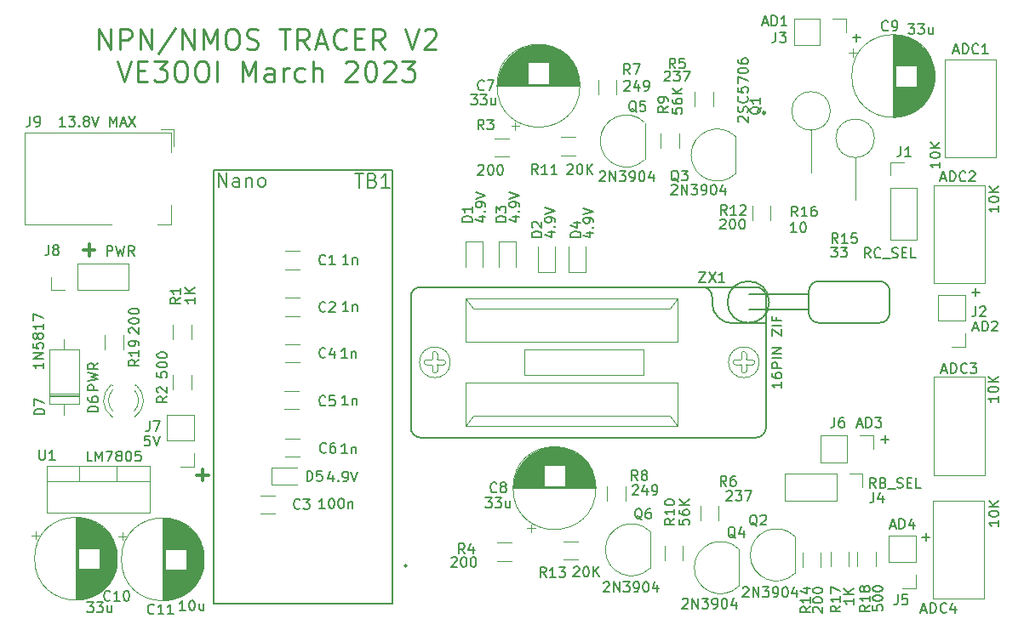
<source format=gbr>
%TF.GenerationSoftware,KiCad,Pcbnew,(6.0.7)*%
%TF.CreationDate,2023-03-15T17:16:25-04:00*%
%TF.ProjectId,NPN Tracer V2,4e504e20-5472-4616-9365-722056322e6b,rev?*%
%TF.SameCoordinates,Original*%
%TF.FileFunction,Legend,Top*%
%TF.FilePolarity,Positive*%
%FSLAX46Y46*%
G04 Gerber Fmt 4.6, Leading zero omitted, Abs format (unit mm)*
G04 Created by KiCad (PCBNEW (6.0.7)) date 2023-03-15 17:16:25*
%MOMM*%
%LPD*%
G01*
G04 APERTURE LIST*
%ADD10C,0.200000*%
%ADD11C,0.300000*%
%ADD12C,0.250000*%
%ADD13C,0.150000*%
%ADD14C,0.120000*%
%ADD15C,0.249999*%
%ADD16C,0.127000*%
%ADD17C,0.101600*%
%ADD18C,0.203200*%
G04 APERTURE END LIST*
D10*
X167322452Y-58681928D02*
X166560547Y-58681928D01*
X166941500Y-59062880D02*
X166941500Y-58300976D01*
X170179952Y-98686928D02*
X169418047Y-98686928D01*
X169799000Y-99067880D02*
X169799000Y-98305976D01*
D11*
X90043071Y-79799642D02*
X91185928Y-79799642D01*
X90614500Y-80371071D02*
X90614500Y-79228214D01*
D10*
X179196952Y-84018428D02*
X178435047Y-84018428D01*
X178816000Y-84399380D02*
X178816000Y-83637476D01*
D11*
X101346071Y-102215142D02*
X102488928Y-102215142D01*
X101917500Y-102786571D02*
X101917500Y-101643714D01*
D12*
X91616714Y-59810261D02*
X91616714Y-57810261D01*
X92759571Y-59810261D01*
X92759571Y-57810261D01*
X93711952Y-59810261D02*
X93711952Y-57810261D01*
X94473857Y-57810261D01*
X94664333Y-57905500D01*
X94759571Y-58000738D01*
X94854809Y-58191214D01*
X94854809Y-58476928D01*
X94759571Y-58667404D01*
X94664333Y-58762642D01*
X94473857Y-58857880D01*
X93711952Y-58857880D01*
X95711952Y-59810261D02*
X95711952Y-57810261D01*
X96854809Y-59810261D01*
X96854809Y-57810261D01*
X99235761Y-57715023D02*
X97521476Y-60286452D01*
X99902428Y-59810261D02*
X99902428Y-57810261D01*
X101045285Y-59810261D01*
X101045285Y-57810261D01*
X101997666Y-59810261D02*
X101997666Y-57810261D01*
X102664333Y-59238833D01*
X103331000Y-57810261D01*
X103331000Y-59810261D01*
X104664333Y-57810261D02*
X105045285Y-57810261D01*
X105235761Y-57905500D01*
X105426238Y-58095976D01*
X105521476Y-58476928D01*
X105521476Y-59143595D01*
X105426238Y-59524547D01*
X105235761Y-59715023D01*
X105045285Y-59810261D01*
X104664333Y-59810261D01*
X104473857Y-59715023D01*
X104283380Y-59524547D01*
X104188142Y-59143595D01*
X104188142Y-58476928D01*
X104283380Y-58095976D01*
X104473857Y-57905500D01*
X104664333Y-57810261D01*
X106283380Y-59715023D02*
X106569095Y-59810261D01*
X107045285Y-59810261D01*
X107235761Y-59715023D01*
X107331000Y-59619785D01*
X107426238Y-59429309D01*
X107426238Y-59238833D01*
X107331000Y-59048357D01*
X107235761Y-58953119D01*
X107045285Y-58857880D01*
X106664333Y-58762642D01*
X106473857Y-58667404D01*
X106378619Y-58572166D01*
X106283380Y-58381690D01*
X106283380Y-58191214D01*
X106378619Y-58000738D01*
X106473857Y-57905500D01*
X106664333Y-57810261D01*
X107140523Y-57810261D01*
X107426238Y-57905500D01*
X109521476Y-57810261D02*
X110664333Y-57810261D01*
X110092904Y-59810261D02*
X110092904Y-57810261D01*
X112473857Y-59810261D02*
X111807190Y-58857880D01*
X111331000Y-59810261D02*
X111331000Y-57810261D01*
X112092904Y-57810261D01*
X112283380Y-57905500D01*
X112378619Y-58000738D01*
X112473857Y-58191214D01*
X112473857Y-58476928D01*
X112378619Y-58667404D01*
X112283380Y-58762642D01*
X112092904Y-58857880D01*
X111331000Y-58857880D01*
X113235761Y-59238833D02*
X114188142Y-59238833D01*
X113045285Y-59810261D02*
X113711952Y-57810261D01*
X114378619Y-59810261D01*
X116188142Y-59619785D02*
X116092904Y-59715023D01*
X115807190Y-59810261D01*
X115616714Y-59810261D01*
X115330999Y-59715023D01*
X115140523Y-59524547D01*
X115045285Y-59334071D01*
X114950047Y-58953119D01*
X114950047Y-58667404D01*
X115045285Y-58286452D01*
X115140523Y-58095976D01*
X115330999Y-57905500D01*
X115616714Y-57810261D01*
X115807190Y-57810261D01*
X116092904Y-57905500D01*
X116188142Y-58000738D01*
X117045285Y-58762642D02*
X117711952Y-58762642D01*
X117997666Y-59810261D02*
X117045285Y-59810261D01*
X117045285Y-57810261D01*
X117997666Y-57810261D01*
X119997666Y-59810261D02*
X119330999Y-58857880D01*
X118854809Y-59810261D02*
X118854809Y-57810261D01*
X119616714Y-57810261D01*
X119807190Y-57905500D01*
X119902428Y-58000738D01*
X119997666Y-58191214D01*
X119997666Y-58476928D01*
X119902428Y-58667404D01*
X119807190Y-58762642D01*
X119616714Y-58857880D01*
X118854809Y-58857880D01*
X122092904Y-57810261D02*
X122759571Y-59810261D01*
X123426238Y-57810261D01*
X123997666Y-58000738D02*
X124092904Y-57905500D01*
X124283380Y-57810261D01*
X124759571Y-57810261D01*
X124950047Y-57905500D01*
X125045285Y-58000738D01*
X125140523Y-58191214D01*
X125140523Y-58381690D01*
X125045285Y-58667404D01*
X123902428Y-59810261D01*
X125140523Y-59810261D01*
X93473857Y-61030261D02*
X94140523Y-63030261D01*
X94807190Y-61030261D01*
X95473857Y-61982642D02*
X96140523Y-61982642D01*
X96426238Y-63030261D02*
X95473857Y-63030261D01*
X95473857Y-61030261D01*
X96426238Y-61030261D01*
X97092904Y-61030261D02*
X98331000Y-61030261D01*
X97664333Y-61792166D01*
X97950047Y-61792166D01*
X98140523Y-61887404D01*
X98235761Y-61982642D01*
X98331000Y-62173119D01*
X98331000Y-62649309D01*
X98235761Y-62839785D01*
X98140523Y-62935023D01*
X97950047Y-63030261D01*
X97378619Y-63030261D01*
X97188142Y-62935023D01*
X97092904Y-62839785D01*
X99569095Y-61030261D02*
X99950047Y-61030261D01*
X100140523Y-61125500D01*
X100331000Y-61315976D01*
X100426238Y-61696928D01*
X100426238Y-62363595D01*
X100331000Y-62744547D01*
X100140523Y-62935023D01*
X99950047Y-63030261D01*
X99569095Y-63030261D01*
X99378619Y-62935023D01*
X99188142Y-62744547D01*
X99092904Y-62363595D01*
X99092904Y-61696928D01*
X99188142Y-61315976D01*
X99378619Y-61125500D01*
X99569095Y-61030261D01*
X101664333Y-61030261D02*
X102045285Y-61030261D01*
X102235761Y-61125500D01*
X102426238Y-61315976D01*
X102521476Y-61696928D01*
X102521476Y-62363595D01*
X102426238Y-62744547D01*
X102235761Y-62935023D01*
X102045285Y-63030261D01*
X101664333Y-63030261D01*
X101473857Y-62935023D01*
X101283380Y-62744547D01*
X101188142Y-62363595D01*
X101188142Y-61696928D01*
X101283380Y-61315976D01*
X101473857Y-61125500D01*
X101664333Y-61030261D01*
X103378619Y-63030261D02*
X103378619Y-61030261D01*
X105854809Y-63030261D02*
X105854809Y-61030261D01*
X106521476Y-62458833D01*
X107188142Y-61030261D01*
X107188142Y-63030261D01*
X108997666Y-63030261D02*
X108997666Y-61982642D01*
X108902428Y-61792166D01*
X108711952Y-61696928D01*
X108331000Y-61696928D01*
X108140523Y-61792166D01*
X108997666Y-62935023D02*
X108807190Y-63030261D01*
X108331000Y-63030261D01*
X108140523Y-62935023D01*
X108045285Y-62744547D01*
X108045285Y-62554071D01*
X108140523Y-62363595D01*
X108331000Y-62268357D01*
X108807190Y-62268357D01*
X108997666Y-62173119D01*
X109950047Y-63030261D02*
X109950047Y-61696928D01*
X109950047Y-62077880D02*
X110045285Y-61887404D01*
X110140523Y-61792166D01*
X110331000Y-61696928D01*
X110521476Y-61696928D01*
X112045285Y-62935023D02*
X111854809Y-63030261D01*
X111473857Y-63030261D01*
X111283380Y-62935023D01*
X111188142Y-62839785D01*
X111092904Y-62649309D01*
X111092904Y-62077880D01*
X111188142Y-61887404D01*
X111283380Y-61792166D01*
X111473857Y-61696928D01*
X111854809Y-61696928D01*
X112045285Y-61792166D01*
X112902428Y-63030261D02*
X112902428Y-61030261D01*
X113759571Y-63030261D02*
X113759571Y-61982642D01*
X113664333Y-61792166D01*
X113473857Y-61696928D01*
X113188142Y-61696928D01*
X112997666Y-61792166D01*
X112902428Y-61887404D01*
X116140523Y-61220738D02*
X116235761Y-61125500D01*
X116426238Y-61030261D01*
X116902428Y-61030261D01*
X117092904Y-61125500D01*
X117188142Y-61220738D01*
X117283380Y-61411214D01*
X117283380Y-61601690D01*
X117188142Y-61887404D01*
X116045285Y-63030261D01*
X117283380Y-63030261D01*
X118521476Y-61030261D02*
X118711952Y-61030261D01*
X118902428Y-61125500D01*
X118997666Y-61220738D01*
X119092904Y-61411214D01*
X119188142Y-61792166D01*
X119188142Y-62268357D01*
X119092904Y-62649309D01*
X118997666Y-62839785D01*
X118902428Y-62935023D01*
X118711952Y-63030261D01*
X118521476Y-63030261D01*
X118331000Y-62935023D01*
X118235761Y-62839785D01*
X118140523Y-62649309D01*
X118045285Y-62268357D01*
X118045285Y-61792166D01*
X118140523Y-61411214D01*
X118235761Y-61220738D01*
X118331000Y-61125500D01*
X118521476Y-61030261D01*
X119950047Y-61220738D02*
X120045285Y-61125500D01*
X120235761Y-61030261D01*
X120711952Y-61030261D01*
X120902428Y-61125500D01*
X120997666Y-61220738D01*
X121092904Y-61411214D01*
X121092904Y-61601690D01*
X120997666Y-61887404D01*
X119854809Y-63030261D01*
X121092904Y-63030261D01*
X121759571Y-61030261D02*
X122997666Y-61030261D01*
X122331000Y-61792166D01*
X122616714Y-61792166D01*
X122807190Y-61887404D01*
X122902428Y-61982642D01*
X122997666Y-62173119D01*
X122997666Y-62649309D01*
X122902428Y-62839785D01*
X122807190Y-62935023D01*
X122616714Y-63030261D01*
X122045285Y-63030261D01*
X121854809Y-62935023D01*
X121759571Y-62839785D01*
D10*
X174243952Y-108402428D02*
X173482047Y-108402428D01*
X173863000Y-108783380D02*
X173863000Y-108021476D01*
D13*
%TO.C,J9*%
X84756666Y-66508380D02*
X84756666Y-67222666D01*
X84709047Y-67365523D01*
X84613809Y-67460761D01*
X84470952Y-67508380D01*
X84375714Y-67508380D01*
X85280476Y-67508380D02*
X85470952Y-67508380D01*
X85566190Y-67460761D01*
X85613809Y-67413142D01*
X85709047Y-67270285D01*
X85756666Y-67079809D01*
X85756666Y-66698857D01*
X85709047Y-66603619D01*
X85661428Y-66556000D01*
X85566190Y-66508380D01*
X85375714Y-66508380D01*
X85280476Y-66556000D01*
X85232857Y-66603619D01*
X85185238Y-66698857D01*
X85185238Y-66936952D01*
X85232857Y-67032190D01*
X85280476Y-67079809D01*
X85375714Y-67127428D01*
X85566190Y-67127428D01*
X85661428Y-67079809D01*
X85709047Y-67032190D01*
X85756666Y-66936952D01*
X88249523Y-67508380D02*
X87678095Y-67508380D01*
X87963809Y-67508380D02*
X87963809Y-66508380D01*
X87868571Y-66651238D01*
X87773333Y-66746476D01*
X87678095Y-66794095D01*
X88582857Y-66508380D02*
X89201904Y-66508380D01*
X88868571Y-66889333D01*
X89011428Y-66889333D01*
X89106666Y-66936952D01*
X89154285Y-66984571D01*
X89201904Y-67079809D01*
X89201904Y-67317904D01*
X89154285Y-67413142D01*
X89106666Y-67460761D01*
X89011428Y-67508380D01*
X88725714Y-67508380D01*
X88630476Y-67460761D01*
X88582857Y-67413142D01*
X89630476Y-67413142D02*
X89678095Y-67460761D01*
X89630476Y-67508380D01*
X89582857Y-67460761D01*
X89630476Y-67413142D01*
X89630476Y-67508380D01*
X90249523Y-66936952D02*
X90154285Y-66889333D01*
X90106666Y-66841714D01*
X90059047Y-66746476D01*
X90059047Y-66698857D01*
X90106666Y-66603619D01*
X90154285Y-66556000D01*
X90249523Y-66508380D01*
X90440000Y-66508380D01*
X90535238Y-66556000D01*
X90582857Y-66603619D01*
X90630476Y-66698857D01*
X90630476Y-66746476D01*
X90582857Y-66841714D01*
X90535238Y-66889333D01*
X90440000Y-66936952D01*
X90249523Y-66936952D01*
X90154285Y-66984571D01*
X90106666Y-67032190D01*
X90059047Y-67127428D01*
X90059047Y-67317904D01*
X90106666Y-67413142D01*
X90154285Y-67460761D01*
X90249523Y-67508380D01*
X90440000Y-67508380D01*
X90535238Y-67460761D01*
X90582857Y-67413142D01*
X90630476Y-67317904D01*
X90630476Y-67127428D01*
X90582857Y-67032190D01*
X90535238Y-66984571D01*
X90440000Y-66936952D01*
X90916190Y-66508380D02*
X91249523Y-67508380D01*
X91582857Y-66508380D01*
X92678095Y-67508380D02*
X92678095Y-66508380D01*
X93011428Y-67222666D01*
X93344761Y-66508380D01*
X93344761Y-67508380D01*
X93773333Y-67222666D02*
X94249523Y-67222666D01*
X93678095Y-67508380D02*
X94011428Y-66508380D01*
X94344761Y-67508380D01*
X94582857Y-66508380D02*
X95249523Y-67508380D01*
X95249523Y-66508380D02*
X94582857Y-67508380D01*
%TO.C,J8*%
X86598166Y-79335380D02*
X86598166Y-80049666D01*
X86550547Y-80192523D01*
X86455309Y-80287761D01*
X86312452Y-80335380D01*
X86217214Y-80335380D01*
X87217214Y-79763952D02*
X87121976Y-79716333D01*
X87074357Y-79668714D01*
X87026738Y-79573476D01*
X87026738Y-79525857D01*
X87074357Y-79430619D01*
X87121976Y-79383000D01*
X87217214Y-79335380D01*
X87407690Y-79335380D01*
X87502928Y-79383000D01*
X87550547Y-79430619D01*
X87598166Y-79525857D01*
X87598166Y-79573476D01*
X87550547Y-79668714D01*
X87502928Y-79716333D01*
X87407690Y-79763952D01*
X87217214Y-79763952D01*
X87121976Y-79811571D01*
X87074357Y-79859190D01*
X87026738Y-79954428D01*
X87026738Y-80144904D01*
X87074357Y-80240142D01*
X87121976Y-80287761D01*
X87217214Y-80335380D01*
X87407690Y-80335380D01*
X87502928Y-80287761D01*
X87550547Y-80240142D01*
X87598166Y-80144904D01*
X87598166Y-79954428D01*
X87550547Y-79859190D01*
X87502928Y-79811571D01*
X87407690Y-79763952D01*
X92392666Y-80398880D02*
X92392666Y-79398880D01*
X92773619Y-79398880D01*
X92868857Y-79446500D01*
X92916476Y-79494119D01*
X92964095Y-79589357D01*
X92964095Y-79732214D01*
X92916476Y-79827452D01*
X92868857Y-79875071D01*
X92773619Y-79922690D01*
X92392666Y-79922690D01*
X93297428Y-79398880D02*
X93535523Y-80398880D01*
X93726000Y-79684595D01*
X93916476Y-80398880D01*
X94154571Y-79398880D01*
X95106952Y-80398880D02*
X94773619Y-79922690D01*
X94535523Y-80398880D02*
X94535523Y-79398880D01*
X94916476Y-79398880D01*
X95011714Y-79446500D01*
X95059333Y-79494119D01*
X95106952Y-79589357D01*
X95106952Y-79732214D01*
X95059333Y-79827452D01*
X95011714Y-79875071D01*
X94916476Y-79922690D01*
X94535523Y-79922690D01*
%TO.C,D7*%
X86177380Y-96178595D02*
X85177380Y-96178595D01*
X85177380Y-95940500D01*
X85225000Y-95797642D01*
X85320238Y-95702404D01*
X85415476Y-95654785D01*
X85605952Y-95607166D01*
X85748809Y-95607166D01*
X85939285Y-95654785D01*
X86034523Y-95702404D01*
X86129761Y-95797642D01*
X86177380Y-95940500D01*
X86177380Y-96178595D01*
X85177380Y-95273833D02*
X85177380Y-94607166D01*
X86177380Y-95035738D01*
X86050380Y-91042857D02*
X86050380Y-91614285D01*
X86050380Y-91328571D02*
X85050380Y-91328571D01*
X85193238Y-91423809D01*
X85288476Y-91519047D01*
X85336095Y-91614285D01*
X86050380Y-90614285D02*
X85050380Y-90614285D01*
X86050380Y-90042857D01*
X85050380Y-90042857D01*
X85050380Y-89090476D02*
X85050380Y-89566666D01*
X85526571Y-89614285D01*
X85478952Y-89566666D01*
X85431333Y-89471428D01*
X85431333Y-89233333D01*
X85478952Y-89138095D01*
X85526571Y-89090476D01*
X85621809Y-89042857D01*
X85859904Y-89042857D01*
X85955142Y-89090476D01*
X86002761Y-89138095D01*
X86050380Y-89233333D01*
X86050380Y-89471428D01*
X86002761Y-89566666D01*
X85955142Y-89614285D01*
X85478952Y-88471428D02*
X85431333Y-88566666D01*
X85383714Y-88614285D01*
X85288476Y-88661904D01*
X85240857Y-88661904D01*
X85145619Y-88614285D01*
X85098000Y-88566666D01*
X85050380Y-88471428D01*
X85050380Y-88280952D01*
X85098000Y-88185714D01*
X85145619Y-88138095D01*
X85240857Y-88090476D01*
X85288476Y-88090476D01*
X85383714Y-88138095D01*
X85431333Y-88185714D01*
X85478952Y-88280952D01*
X85478952Y-88471428D01*
X85526571Y-88566666D01*
X85574190Y-88614285D01*
X85669428Y-88661904D01*
X85859904Y-88661904D01*
X85955142Y-88614285D01*
X86002761Y-88566666D01*
X86050380Y-88471428D01*
X86050380Y-88280952D01*
X86002761Y-88185714D01*
X85955142Y-88138095D01*
X85859904Y-88090476D01*
X85669428Y-88090476D01*
X85574190Y-88138095D01*
X85526571Y-88185714D01*
X85478952Y-88280952D01*
X86050380Y-87138095D02*
X86050380Y-87709523D01*
X86050380Y-87423809D02*
X85050380Y-87423809D01*
X85193238Y-87519047D01*
X85288476Y-87614285D01*
X85336095Y-87709523D01*
X85050380Y-86804761D02*
X85050380Y-86138095D01*
X86050380Y-86566666D01*
%TO.C,Q2*%
X157067261Y-107291119D02*
X156972023Y-107243500D01*
X156876785Y-107148261D01*
X156733928Y-107005404D01*
X156638690Y-106957785D01*
X156543452Y-106957785D01*
X156591071Y-107195880D02*
X156495833Y-107148261D01*
X156400595Y-107053023D01*
X156352976Y-106862547D01*
X156352976Y-106529214D01*
X156400595Y-106338738D01*
X156495833Y-106243500D01*
X156591071Y-106195880D01*
X156781547Y-106195880D01*
X156876785Y-106243500D01*
X156972023Y-106338738D01*
X157019642Y-106529214D01*
X157019642Y-106862547D01*
X156972023Y-107053023D01*
X156876785Y-107148261D01*
X156781547Y-107195880D01*
X156591071Y-107195880D01*
X157400595Y-106291119D02*
X157448214Y-106243500D01*
X157543452Y-106195880D01*
X157781547Y-106195880D01*
X157876785Y-106243500D01*
X157924404Y-106291119D01*
X157972023Y-106386357D01*
X157972023Y-106481595D01*
X157924404Y-106624452D01*
X157352976Y-107195880D01*
X157972023Y-107195880D01*
X155654714Y-113466619D02*
X155702333Y-113419000D01*
X155797571Y-113371380D01*
X156035666Y-113371380D01*
X156130904Y-113419000D01*
X156178523Y-113466619D01*
X156226142Y-113561857D01*
X156226142Y-113657095D01*
X156178523Y-113799952D01*
X155607095Y-114371380D01*
X156226142Y-114371380D01*
X156654714Y-114371380D02*
X156654714Y-113371380D01*
X157226142Y-114371380D01*
X157226142Y-113371380D01*
X157607095Y-113371380D02*
X158226142Y-113371380D01*
X157892809Y-113752333D01*
X158035666Y-113752333D01*
X158130904Y-113799952D01*
X158178523Y-113847571D01*
X158226142Y-113942809D01*
X158226142Y-114180904D01*
X158178523Y-114276142D01*
X158130904Y-114323761D01*
X158035666Y-114371380D01*
X157749952Y-114371380D01*
X157654714Y-114323761D01*
X157607095Y-114276142D01*
X158702333Y-114371380D02*
X158892809Y-114371380D01*
X158988047Y-114323761D01*
X159035666Y-114276142D01*
X159130904Y-114133285D01*
X159178523Y-113942809D01*
X159178523Y-113561857D01*
X159130904Y-113466619D01*
X159083285Y-113419000D01*
X158988047Y-113371380D01*
X158797571Y-113371380D01*
X158702333Y-113419000D01*
X158654714Y-113466619D01*
X158607095Y-113561857D01*
X158607095Y-113799952D01*
X158654714Y-113895190D01*
X158702333Y-113942809D01*
X158797571Y-113990428D01*
X158988047Y-113990428D01*
X159083285Y-113942809D01*
X159130904Y-113895190D01*
X159178523Y-113799952D01*
X159797571Y-113371380D02*
X159892809Y-113371380D01*
X159988047Y-113419000D01*
X160035666Y-113466619D01*
X160083285Y-113561857D01*
X160130904Y-113752333D01*
X160130904Y-113990428D01*
X160083285Y-114180904D01*
X160035666Y-114276142D01*
X159988047Y-114323761D01*
X159892809Y-114371380D01*
X159797571Y-114371380D01*
X159702333Y-114323761D01*
X159654714Y-114276142D01*
X159607095Y-114180904D01*
X159559476Y-113990428D01*
X159559476Y-113752333D01*
X159607095Y-113561857D01*
X159654714Y-113466619D01*
X159702333Y-113419000D01*
X159797571Y-113371380D01*
X160988047Y-113704714D02*
X160988047Y-114371380D01*
X160749952Y-113323761D02*
X160511857Y-114038047D01*
X161130904Y-114038047D01*
%TO.C,R5*%
X148931333Y-61729880D02*
X148598000Y-61253690D01*
X148359904Y-61729880D02*
X148359904Y-60729880D01*
X148740857Y-60729880D01*
X148836095Y-60777500D01*
X148883714Y-60825119D01*
X148931333Y-60920357D01*
X148931333Y-61063214D01*
X148883714Y-61158452D01*
X148836095Y-61206071D01*
X148740857Y-61253690D01*
X148359904Y-61253690D01*
X149836095Y-60729880D02*
X149359904Y-60729880D01*
X149312285Y-61206071D01*
X149359904Y-61158452D01*
X149455142Y-61110833D01*
X149693238Y-61110833D01*
X149788476Y-61158452D01*
X149836095Y-61206071D01*
X149883714Y-61301309D01*
X149883714Y-61539404D01*
X149836095Y-61634642D01*
X149788476Y-61682261D01*
X149693238Y-61729880D01*
X149455142Y-61729880D01*
X149359904Y-61682261D01*
X149312285Y-61634642D01*
X147859904Y-62095119D02*
X147907523Y-62047500D01*
X148002761Y-61999880D01*
X148240857Y-61999880D01*
X148336095Y-62047500D01*
X148383714Y-62095119D01*
X148431333Y-62190357D01*
X148431333Y-62285595D01*
X148383714Y-62428452D01*
X147812285Y-62999880D01*
X148431333Y-62999880D01*
X148764666Y-61999880D02*
X149383714Y-61999880D01*
X149050380Y-62380833D01*
X149193238Y-62380833D01*
X149288476Y-62428452D01*
X149336095Y-62476071D01*
X149383714Y-62571309D01*
X149383714Y-62809404D01*
X149336095Y-62904642D01*
X149288476Y-62952261D01*
X149193238Y-62999880D01*
X148907523Y-62999880D01*
X148812285Y-62952261D01*
X148764666Y-62904642D01*
X149717047Y-61999880D02*
X150383714Y-61999880D01*
X149955142Y-62999880D01*
%TO.C,R13*%
X136072642Y-112402880D02*
X135739309Y-111926690D01*
X135501214Y-112402880D02*
X135501214Y-111402880D01*
X135882166Y-111402880D01*
X135977404Y-111450500D01*
X136025023Y-111498119D01*
X136072642Y-111593357D01*
X136072642Y-111736214D01*
X136025023Y-111831452D01*
X135977404Y-111879071D01*
X135882166Y-111926690D01*
X135501214Y-111926690D01*
X137025023Y-112402880D02*
X136453595Y-112402880D01*
X136739309Y-112402880D02*
X136739309Y-111402880D01*
X136644071Y-111545738D01*
X136548833Y-111640976D01*
X136453595Y-111688595D01*
X137358357Y-111402880D02*
X137977404Y-111402880D01*
X137644071Y-111783833D01*
X137786928Y-111783833D01*
X137882166Y-111831452D01*
X137929785Y-111879071D01*
X137977404Y-111974309D01*
X137977404Y-112212404D01*
X137929785Y-112307642D01*
X137882166Y-112355261D01*
X137786928Y-112402880D01*
X137501214Y-112402880D01*
X137405976Y-112355261D01*
X137358357Y-112307642D01*
X138819095Y-111434619D02*
X138866714Y-111387000D01*
X138961952Y-111339380D01*
X139200047Y-111339380D01*
X139295285Y-111387000D01*
X139342904Y-111434619D01*
X139390523Y-111529857D01*
X139390523Y-111625095D01*
X139342904Y-111767952D01*
X138771476Y-112339380D01*
X139390523Y-112339380D01*
X140009571Y-111339380D02*
X140104809Y-111339380D01*
X140200047Y-111387000D01*
X140247666Y-111434619D01*
X140295285Y-111529857D01*
X140342904Y-111720333D01*
X140342904Y-111958428D01*
X140295285Y-112148904D01*
X140247666Y-112244142D01*
X140200047Y-112291761D01*
X140104809Y-112339380D01*
X140009571Y-112339380D01*
X139914333Y-112291761D01*
X139866714Y-112244142D01*
X139819095Y-112148904D01*
X139771476Y-111958428D01*
X139771476Y-111720333D01*
X139819095Y-111529857D01*
X139866714Y-111434619D01*
X139914333Y-111387000D01*
X140009571Y-111339380D01*
X140771476Y-112339380D02*
X140771476Y-111339380D01*
X141342904Y-112339380D02*
X140914333Y-111767952D01*
X141342904Y-111339380D02*
X140771476Y-111910809D01*
%TO.C,R4*%
X127976333Y-110053380D02*
X127643000Y-109577190D01*
X127404904Y-110053380D02*
X127404904Y-109053380D01*
X127785857Y-109053380D01*
X127881095Y-109101000D01*
X127928714Y-109148619D01*
X127976333Y-109243857D01*
X127976333Y-109386714D01*
X127928714Y-109481952D01*
X127881095Y-109529571D01*
X127785857Y-109577190D01*
X127404904Y-109577190D01*
X128833476Y-109386714D02*
X128833476Y-110053380D01*
X128595380Y-109005761D02*
X128357285Y-109720047D01*
X128976333Y-109720047D01*
X126650904Y-110482119D02*
X126698523Y-110434500D01*
X126793761Y-110386880D01*
X127031857Y-110386880D01*
X127127095Y-110434500D01*
X127174714Y-110482119D01*
X127222333Y-110577357D01*
X127222333Y-110672595D01*
X127174714Y-110815452D01*
X126603285Y-111386880D01*
X127222333Y-111386880D01*
X127841380Y-110386880D02*
X127936619Y-110386880D01*
X128031857Y-110434500D01*
X128079476Y-110482119D01*
X128127095Y-110577357D01*
X128174714Y-110767833D01*
X128174714Y-111005928D01*
X128127095Y-111196404D01*
X128079476Y-111291642D01*
X128031857Y-111339261D01*
X127936619Y-111386880D01*
X127841380Y-111386880D01*
X127746142Y-111339261D01*
X127698523Y-111291642D01*
X127650904Y-111196404D01*
X127603285Y-111005928D01*
X127603285Y-110767833D01*
X127650904Y-110577357D01*
X127698523Y-110482119D01*
X127746142Y-110434500D01*
X127841380Y-110386880D01*
X128793761Y-110386880D02*
X128889000Y-110386880D01*
X128984238Y-110434500D01*
X129031857Y-110482119D01*
X129079476Y-110577357D01*
X129127095Y-110767833D01*
X129127095Y-111005928D01*
X129079476Y-111196404D01*
X129031857Y-111291642D01*
X128984238Y-111339261D01*
X128889000Y-111386880D01*
X128793761Y-111386880D01*
X128698523Y-111339261D01*
X128650904Y-111291642D01*
X128603285Y-111196404D01*
X128555666Y-111005928D01*
X128555666Y-110767833D01*
X128603285Y-110577357D01*
X128650904Y-110482119D01*
X128698523Y-110434500D01*
X128793761Y-110386880D01*
%TO.C,R7*%
X144422833Y-62303380D02*
X144089500Y-61827190D01*
X143851404Y-62303380D02*
X143851404Y-61303380D01*
X144232357Y-61303380D01*
X144327595Y-61351000D01*
X144375214Y-61398619D01*
X144422833Y-61493857D01*
X144422833Y-61636714D01*
X144375214Y-61731952D01*
X144327595Y-61779571D01*
X144232357Y-61827190D01*
X143851404Y-61827190D01*
X144756166Y-61303380D02*
X145422833Y-61303380D01*
X144994261Y-62303380D01*
X143859404Y-63049619D02*
X143907023Y-63002000D01*
X144002261Y-62954380D01*
X144240357Y-62954380D01*
X144335595Y-63002000D01*
X144383214Y-63049619D01*
X144430833Y-63144857D01*
X144430833Y-63240095D01*
X144383214Y-63382952D01*
X143811785Y-63954380D01*
X144430833Y-63954380D01*
X145287976Y-63287714D02*
X145287976Y-63954380D01*
X145049880Y-62906761D02*
X144811785Y-63621047D01*
X145430833Y-63621047D01*
X145859404Y-63954380D02*
X146049880Y-63954380D01*
X146145119Y-63906761D01*
X146192738Y-63859142D01*
X146287976Y-63716285D01*
X146335595Y-63525809D01*
X146335595Y-63144857D01*
X146287976Y-63049619D01*
X146240357Y-63002000D01*
X146145119Y-62954380D01*
X145954642Y-62954380D01*
X145859404Y-63002000D01*
X145811785Y-63049619D01*
X145764166Y-63144857D01*
X145764166Y-63382952D01*
X145811785Y-63478190D01*
X145859404Y-63525809D01*
X145954642Y-63573428D01*
X146145119Y-63573428D01*
X146240357Y-63525809D01*
X146287976Y-63478190D01*
X146335595Y-63382952D01*
%TO.C,Q1*%
X157456119Y-65545738D02*
X157408500Y-65640976D01*
X157313261Y-65736214D01*
X157170404Y-65879071D01*
X157122785Y-65974309D01*
X157122785Y-66069547D01*
X157360880Y-66021928D02*
X157313261Y-66117166D01*
X157218023Y-66212404D01*
X157027547Y-66260023D01*
X156694214Y-66260023D01*
X156503738Y-66212404D01*
X156408500Y-66117166D01*
X156360880Y-66021928D01*
X156360880Y-65831452D01*
X156408500Y-65736214D01*
X156503738Y-65640976D01*
X156694214Y-65593357D01*
X157027547Y-65593357D01*
X157218023Y-65640976D01*
X157313261Y-65736214D01*
X157360880Y-65831452D01*
X157360880Y-66021928D01*
X157360880Y-64640976D02*
X157360880Y-65212404D01*
X157360880Y-64926690D02*
X156360880Y-64926690D01*
X156503738Y-65021928D01*
X156598976Y-65117166D01*
X156646595Y-65212404D01*
X155249619Y-67047666D02*
X155202000Y-67000047D01*
X155154380Y-66904809D01*
X155154380Y-66666714D01*
X155202000Y-66571476D01*
X155249619Y-66523857D01*
X155344857Y-66476238D01*
X155440095Y-66476238D01*
X155582952Y-66523857D01*
X156154380Y-67095285D01*
X156154380Y-66476238D01*
X156106761Y-66095285D02*
X156154380Y-65952428D01*
X156154380Y-65714333D01*
X156106761Y-65619095D01*
X156059142Y-65571476D01*
X155963904Y-65523857D01*
X155868666Y-65523857D01*
X155773428Y-65571476D01*
X155725809Y-65619095D01*
X155678190Y-65714333D01*
X155630571Y-65904809D01*
X155582952Y-66000047D01*
X155535333Y-66047666D01*
X155440095Y-66095285D01*
X155344857Y-66095285D01*
X155249619Y-66047666D01*
X155202000Y-66000047D01*
X155154380Y-65904809D01*
X155154380Y-65666714D01*
X155202000Y-65523857D01*
X156059142Y-64523857D02*
X156106761Y-64571476D01*
X156154380Y-64714333D01*
X156154380Y-64809571D01*
X156106761Y-64952428D01*
X156011523Y-65047666D01*
X155916285Y-65095285D01*
X155725809Y-65142904D01*
X155582952Y-65142904D01*
X155392476Y-65095285D01*
X155297238Y-65047666D01*
X155202000Y-64952428D01*
X155154380Y-64809571D01*
X155154380Y-64714333D01*
X155202000Y-64571476D01*
X155249619Y-64523857D01*
X155154380Y-63619095D02*
X155154380Y-64095285D01*
X155630571Y-64142904D01*
X155582952Y-64095285D01*
X155535333Y-64000047D01*
X155535333Y-63761952D01*
X155582952Y-63666714D01*
X155630571Y-63619095D01*
X155725809Y-63571476D01*
X155963904Y-63571476D01*
X156059142Y-63619095D01*
X156106761Y-63666714D01*
X156154380Y-63761952D01*
X156154380Y-64000047D01*
X156106761Y-64095285D01*
X156059142Y-64142904D01*
X155154380Y-63238142D02*
X155154380Y-62571476D01*
X156154380Y-63000047D01*
X155154380Y-62000047D02*
X155154380Y-61904809D01*
X155202000Y-61809571D01*
X155249619Y-61761952D01*
X155344857Y-61714333D01*
X155535333Y-61666714D01*
X155773428Y-61666714D01*
X155963904Y-61714333D01*
X156059142Y-61761952D01*
X156106761Y-61809571D01*
X156154380Y-61904809D01*
X156154380Y-62000047D01*
X156106761Y-62095285D01*
X156059142Y-62142904D01*
X155963904Y-62190523D01*
X155773428Y-62238142D01*
X155535333Y-62238142D01*
X155344857Y-62190523D01*
X155249619Y-62142904D01*
X155202000Y-62095285D01*
X155154380Y-62000047D01*
X155154380Y-60809571D02*
X155154380Y-61000047D01*
X155202000Y-61095285D01*
X155249619Y-61142904D01*
X155392476Y-61238142D01*
X155582952Y-61285761D01*
X155963904Y-61285761D01*
X156059142Y-61238142D01*
X156106761Y-61190523D01*
X156154380Y-61095285D01*
X156154380Y-60904809D01*
X156106761Y-60809571D01*
X156059142Y-60761952D01*
X155963904Y-60714333D01*
X155725809Y-60714333D01*
X155630571Y-60761952D01*
X155582952Y-60809571D01*
X155535333Y-60904809D01*
X155535333Y-61095285D01*
X155582952Y-61190523D01*
X155630571Y-61238142D01*
X155725809Y-61285761D01*
%TO.C,C9*%
X170076833Y-57888142D02*
X170029214Y-57935761D01*
X169886357Y-57983380D01*
X169791119Y-57983380D01*
X169648261Y-57935761D01*
X169553023Y-57840523D01*
X169505404Y-57745285D01*
X169457785Y-57554809D01*
X169457785Y-57411952D01*
X169505404Y-57221476D01*
X169553023Y-57126238D01*
X169648261Y-57031000D01*
X169791119Y-56983380D01*
X169886357Y-56983380D01*
X170029214Y-57031000D01*
X170076833Y-57078619D01*
X170553023Y-57983380D02*
X170743500Y-57983380D01*
X170838738Y-57935761D01*
X170886357Y-57888142D01*
X170981595Y-57745285D01*
X171029214Y-57554809D01*
X171029214Y-57173857D01*
X170981595Y-57078619D01*
X170933976Y-57031000D01*
X170838738Y-56983380D01*
X170648261Y-56983380D01*
X170553023Y-57031000D01*
X170505404Y-57078619D01*
X170457785Y-57173857D01*
X170457785Y-57411952D01*
X170505404Y-57507190D01*
X170553023Y-57554809D01*
X170648261Y-57602428D01*
X170838738Y-57602428D01*
X170933976Y-57554809D01*
X170981595Y-57507190D01*
X171029214Y-57411952D01*
X172093095Y-57300880D02*
X172712142Y-57300880D01*
X172378809Y-57681833D01*
X172521666Y-57681833D01*
X172616904Y-57729452D01*
X172664523Y-57777071D01*
X172712142Y-57872309D01*
X172712142Y-58110404D01*
X172664523Y-58205642D01*
X172616904Y-58253261D01*
X172521666Y-58300880D01*
X172235952Y-58300880D01*
X172140714Y-58253261D01*
X172093095Y-58205642D01*
X173045476Y-57300880D02*
X173664523Y-57300880D01*
X173331190Y-57681833D01*
X173474047Y-57681833D01*
X173569285Y-57729452D01*
X173616904Y-57777071D01*
X173664523Y-57872309D01*
X173664523Y-58110404D01*
X173616904Y-58205642D01*
X173569285Y-58253261D01*
X173474047Y-58300880D01*
X173188333Y-58300880D01*
X173093095Y-58253261D01*
X173045476Y-58205642D01*
X174521666Y-57634214D02*
X174521666Y-58300880D01*
X174093095Y-57634214D02*
X174093095Y-58158023D01*
X174140714Y-58253261D01*
X174235952Y-58300880D01*
X174378809Y-58300880D01*
X174474047Y-58253261D01*
X174521666Y-58205642D01*
%TO.C,ADC1*%
X176593714Y-59983666D02*
X177069904Y-59983666D01*
X176498476Y-60269380D02*
X176831809Y-59269380D01*
X177165142Y-60269380D01*
X177498476Y-60269380D02*
X177498476Y-59269380D01*
X177736571Y-59269380D01*
X177879428Y-59317000D01*
X177974666Y-59412238D01*
X178022285Y-59507476D01*
X178069904Y-59697952D01*
X178069904Y-59840809D01*
X178022285Y-60031285D01*
X177974666Y-60126523D01*
X177879428Y-60221761D01*
X177736571Y-60269380D01*
X177498476Y-60269380D01*
X179069904Y-60174142D02*
X179022285Y-60221761D01*
X178879428Y-60269380D01*
X178784190Y-60269380D01*
X178641333Y-60221761D01*
X178546095Y-60126523D01*
X178498476Y-60031285D01*
X178450857Y-59840809D01*
X178450857Y-59697952D01*
X178498476Y-59507476D01*
X178546095Y-59412238D01*
X178641333Y-59317000D01*
X178784190Y-59269380D01*
X178879428Y-59269380D01*
X179022285Y-59317000D01*
X179069904Y-59364619D01*
X180022285Y-60269380D02*
X179450857Y-60269380D01*
X179736571Y-60269380D02*
X179736571Y-59269380D01*
X179641333Y-59412238D01*
X179546095Y-59507476D01*
X179450857Y-59555095D01*
X175267880Y-71048476D02*
X175267880Y-71619904D01*
X175267880Y-71334190D02*
X174267880Y-71334190D01*
X174410738Y-71429428D01*
X174505976Y-71524666D01*
X174553595Y-71619904D01*
X174267880Y-70429428D02*
X174267880Y-70334190D01*
X174315500Y-70238952D01*
X174363119Y-70191333D01*
X174458357Y-70143714D01*
X174648833Y-70096095D01*
X174886928Y-70096095D01*
X175077404Y-70143714D01*
X175172642Y-70191333D01*
X175220261Y-70238952D01*
X175267880Y-70334190D01*
X175267880Y-70429428D01*
X175220261Y-70524666D01*
X175172642Y-70572285D01*
X175077404Y-70619904D01*
X174886928Y-70667523D01*
X174648833Y-70667523D01*
X174458357Y-70619904D01*
X174363119Y-70572285D01*
X174315500Y-70524666D01*
X174267880Y-70429428D01*
X175267880Y-69667523D02*
X174267880Y-69667523D01*
X175267880Y-69096095D02*
X174696452Y-69524666D01*
X174267880Y-69096095D02*
X174839309Y-69667523D01*
%TO.C,ADC4*%
X173418714Y-115673166D02*
X173894904Y-115673166D01*
X173323476Y-115958880D02*
X173656809Y-114958880D01*
X173990142Y-115958880D01*
X174323476Y-115958880D02*
X174323476Y-114958880D01*
X174561571Y-114958880D01*
X174704428Y-115006500D01*
X174799666Y-115101738D01*
X174847285Y-115196976D01*
X174894904Y-115387452D01*
X174894904Y-115530309D01*
X174847285Y-115720785D01*
X174799666Y-115816023D01*
X174704428Y-115911261D01*
X174561571Y-115958880D01*
X174323476Y-115958880D01*
X175894904Y-115863642D02*
X175847285Y-115911261D01*
X175704428Y-115958880D01*
X175609190Y-115958880D01*
X175466333Y-115911261D01*
X175371095Y-115816023D01*
X175323476Y-115720785D01*
X175275857Y-115530309D01*
X175275857Y-115387452D01*
X175323476Y-115196976D01*
X175371095Y-115101738D01*
X175466333Y-115006500D01*
X175609190Y-114958880D01*
X175704428Y-114958880D01*
X175847285Y-115006500D01*
X175894904Y-115054119D01*
X176752047Y-115292214D02*
X176752047Y-115958880D01*
X176513952Y-114911261D02*
X176275857Y-115625547D01*
X176894904Y-115625547D01*
X181109880Y-106735476D02*
X181109880Y-107306904D01*
X181109880Y-107021190D02*
X180109880Y-107021190D01*
X180252738Y-107116428D01*
X180347976Y-107211666D01*
X180395595Y-107306904D01*
X180109880Y-106116428D02*
X180109880Y-106021190D01*
X180157500Y-105925952D01*
X180205119Y-105878333D01*
X180300357Y-105830714D01*
X180490833Y-105783095D01*
X180728928Y-105783095D01*
X180919404Y-105830714D01*
X181014642Y-105878333D01*
X181062261Y-105925952D01*
X181109880Y-106021190D01*
X181109880Y-106116428D01*
X181062261Y-106211666D01*
X181014642Y-106259285D01*
X180919404Y-106306904D01*
X180728928Y-106354523D01*
X180490833Y-106354523D01*
X180300357Y-106306904D01*
X180205119Y-106259285D01*
X180157500Y-106211666D01*
X180109880Y-106116428D01*
X181109880Y-105354523D02*
X180109880Y-105354523D01*
X181109880Y-104783095D02*
X180538452Y-105211666D01*
X180109880Y-104783095D02*
X180681309Y-105354523D01*
%TO.C,R17*%
X165361880Y-115260357D02*
X164885690Y-115593690D01*
X165361880Y-115831785D02*
X164361880Y-115831785D01*
X164361880Y-115450833D01*
X164409500Y-115355595D01*
X164457119Y-115307976D01*
X164552357Y-115260357D01*
X164695214Y-115260357D01*
X164790452Y-115307976D01*
X164838071Y-115355595D01*
X164885690Y-115450833D01*
X164885690Y-115831785D01*
X165361880Y-114307976D02*
X165361880Y-114879404D01*
X165361880Y-114593690D02*
X164361880Y-114593690D01*
X164504738Y-114688928D01*
X164599976Y-114784166D01*
X164647595Y-114879404D01*
X164361880Y-113974642D02*
X164361880Y-113307976D01*
X165361880Y-113736547D01*
X166695380Y-114514285D02*
X166695380Y-115085714D01*
X166695380Y-114800000D02*
X165695380Y-114800000D01*
X165838238Y-114895238D01*
X165933476Y-114990476D01*
X165981095Y-115085714D01*
X166695380Y-114085714D02*
X165695380Y-114085714D01*
X166695380Y-113514285D02*
X166123952Y-113942857D01*
X165695380Y-113514285D02*
X166266809Y-114085714D01*
%TO.C,Q5*%
X145065761Y-66081619D02*
X144970523Y-66034000D01*
X144875285Y-65938761D01*
X144732428Y-65795904D01*
X144637190Y-65748285D01*
X144541952Y-65748285D01*
X144589571Y-65986380D02*
X144494333Y-65938761D01*
X144399095Y-65843523D01*
X144351476Y-65653047D01*
X144351476Y-65319714D01*
X144399095Y-65129238D01*
X144494333Y-65034000D01*
X144589571Y-64986380D01*
X144780047Y-64986380D01*
X144875285Y-65034000D01*
X144970523Y-65129238D01*
X145018142Y-65319714D01*
X145018142Y-65653047D01*
X144970523Y-65843523D01*
X144875285Y-65938761D01*
X144780047Y-65986380D01*
X144589571Y-65986380D01*
X145922904Y-64986380D02*
X145446714Y-64986380D01*
X145399095Y-65462571D01*
X145446714Y-65414952D01*
X145541952Y-65367333D01*
X145780047Y-65367333D01*
X145875285Y-65414952D01*
X145922904Y-65462571D01*
X145970523Y-65557809D01*
X145970523Y-65795904D01*
X145922904Y-65891142D01*
X145875285Y-65938761D01*
X145780047Y-65986380D01*
X145541952Y-65986380D01*
X145446714Y-65938761D01*
X145399095Y-65891142D01*
X141409714Y-72066619D02*
X141457333Y-72019000D01*
X141552571Y-71971380D01*
X141790666Y-71971380D01*
X141885904Y-72019000D01*
X141933523Y-72066619D01*
X141981142Y-72161857D01*
X141981142Y-72257095D01*
X141933523Y-72399952D01*
X141362095Y-72971380D01*
X141981142Y-72971380D01*
X142409714Y-72971380D02*
X142409714Y-71971380D01*
X142981142Y-72971380D01*
X142981142Y-71971380D01*
X143362095Y-71971380D02*
X143981142Y-71971380D01*
X143647809Y-72352333D01*
X143790666Y-72352333D01*
X143885904Y-72399952D01*
X143933523Y-72447571D01*
X143981142Y-72542809D01*
X143981142Y-72780904D01*
X143933523Y-72876142D01*
X143885904Y-72923761D01*
X143790666Y-72971380D01*
X143504952Y-72971380D01*
X143409714Y-72923761D01*
X143362095Y-72876142D01*
X144457333Y-72971380D02*
X144647809Y-72971380D01*
X144743047Y-72923761D01*
X144790666Y-72876142D01*
X144885904Y-72733285D01*
X144933523Y-72542809D01*
X144933523Y-72161857D01*
X144885904Y-72066619D01*
X144838285Y-72019000D01*
X144743047Y-71971380D01*
X144552571Y-71971380D01*
X144457333Y-72019000D01*
X144409714Y-72066619D01*
X144362095Y-72161857D01*
X144362095Y-72399952D01*
X144409714Y-72495190D01*
X144457333Y-72542809D01*
X144552571Y-72590428D01*
X144743047Y-72590428D01*
X144838285Y-72542809D01*
X144885904Y-72495190D01*
X144933523Y-72399952D01*
X145552571Y-71971380D02*
X145647809Y-71971380D01*
X145743047Y-72019000D01*
X145790666Y-72066619D01*
X145838285Y-72161857D01*
X145885904Y-72352333D01*
X145885904Y-72590428D01*
X145838285Y-72780904D01*
X145790666Y-72876142D01*
X145743047Y-72923761D01*
X145647809Y-72971380D01*
X145552571Y-72971380D01*
X145457333Y-72923761D01*
X145409714Y-72876142D01*
X145362095Y-72780904D01*
X145314476Y-72590428D01*
X145314476Y-72352333D01*
X145362095Y-72161857D01*
X145409714Y-72066619D01*
X145457333Y-72019000D01*
X145552571Y-71971380D01*
X146743047Y-72304714D02*
X146743047Y-72971380D01*
X146504952Y-71923761D02*
X146266857Y-72638047D01*
X146885904Y-72638047D01*
%TO.C,C3*%
X111593333Y-105513142D02*
X111545714Y-105560761D01*
X111402857Y-105608380D01*
X111307619Y-105608380D01*
X111164761Y-105560761D01*
X111069523Y-105465523D01*
X111021904Y-105370285D01*
X110974285Y-105179809D01*
X110974285Y-105036952D01*
X111021904Y-104846476D01*
X111069523Y-104751238D01*
X111164761Y-104656000D01*
X111307619Y-104608380D01*
X111402857Y-104608380D01*
X111545714Y-104656000D01*
X111593333Y-104703619D01*
X111926666Y-104608380D02*
X112545714Y-104608380D01*
X112212380Y-104989333D01*
X112355238Y-104989333D01*
X112450476Y-105036952D01*
X112498095Y-105084571D01*
X112545714Y-105179809D01*
X112545714Y-105417904D01*
X112498095Y-105513142D01*
X112450476Y-105560761D01*
X112355238Y-105608380D01*
X112069523Y-105608380D01*
X111974285Y-105560761D01*
X111926666Y-105513142D01*
X114069952Y-105544880D02*
X113498523Y-105544880D01*
X113784238Y-105544880D02*
X113784238Y-104544880D01*
X113689000Y-104687738D01*
X113593761Y-104782976D01*
X113498523Y-104830595D01*
X114689000Y-104544880D02*
X114784238Y-104544880D01*
X114879476Y-104592500D01*
X114927095Y-104640119D01*
X114974714Y-104735357D01*
X115022333Y-104925833D01*
X115022333Y-105163928D01*
X114974714Y-105354404D01*
X114927095Y-105449642D01*
X114879476Y-105497261D01*
X114784238Y-105544880D01*
X114689000Y-105544880D01*
X114593761Y-105497261D01*
X114546142Y-105449642D01*
X114498523Y-105354404D01*
X114450904Y-105163928D01*
X114450904Y-104925833D01*
X114498523Y-104735357D01*
X114546142Y-104640119D01*
X114593761Y-104592500D01*
X114689000Y-104544880D01*
X115641380Y-104544880D02*
X115736619Y-104544880D01*
X115831857Y-104592500D01*
X115879476Y-104640119D01*
X115927095Y-104735357D01*
X115974714Y-104925833D01*
X115974714Y-105163928D01*
X115927095Y-105354404D01*
X115879476Y-105449642D01*
X115831857Y-105497261D01*
X115736619Y-105544880D01*
X115641380Y-105544880D01*
X115546142Y-105497261D01*
X115498523Y-105449642D01*
X115450904Y-105354404D01*
X115403285Y-105163928D01*
X115403285Y-104925833D01*
X115450904Y-104735357D01*
X115498523Y-104640119D01*
X115546142Y-104592500D01*
X115641380Y-104544880D01*
X116403285Y-104878214D02*
X116403285Y-105544880D01*
X116403285Y-104973452D02*
X116450904Y-104925833D01*
X116546142Y-104878214D01*
X116689000Y-104878214D01*
X116784238Y-104925833D01*
X116831857Y-105021071D01*
X116831857Y-105544880D01*
%TO.C,J3*%
X158924666Y-58126380D02*
X158924666Y-58840666D01*
X158877047Y-58983523D01*
X158781809Y-59078761D01*
X158638952Y-59126380D01*
X158543714Y-59126380D01*
X159305619Y-58126380D02*
X159924666Y-58126380D01*
X159591333Y-58507333D01*
X159734190Y-58507333D01*
X159829428Y-58554952D01*
X159877047Y-58602571D01*
X159924666Y-58697809D01*
X159924666Y-58935904D01*
X159877047Y-59031142D01*
X159829428Y-59078761D01*
X159734190Y-59126380D01*
X159448476Y-59126380D01*
X159353238Y-59078761D01*
X159305619Y-59031142D01*
X157599214Y-57189666D02*
X158075404Y-57189666D01*
X157503976Y-57475380D02*
X157837309Y-56475380D01*
X158170642Y-57475380D01*
X158503976Y-57475380D02*
X158503976Y-56475380D01*
X158742071Y-56475380D01*
X158884928Y-56523000D01*
X158980166Y-56618238D01*
X159027785Y-56713476D01*
X159075404Y-56903952D01*
X159075404Y-57046809D01*
X159027785Y-57237285D01*
X158980166Y-57332523D01*
X158884928Y-57427761D01*
X158742071Y-57475380D01*
X158503976Y-57475380D01*
X160027785Y-57475380D02*
X159456357Y-57475380D01*
X159742071Y-57475380D02*
X159742071Y-56475380D01*
X159646833Y-56618238D01*
X159551595Y-56713476D01*
X159456357Y-56761095D01*
%TO.C,Q4*%
X154908261Y-108497619D02*
X154813023Y-108450000D01*
X154717785Y-108354761D01*
X154574928Y-108211904D01*
X154479690Y-108164285D01*
X154384452Y-108164285D01*
X154432071Y-108402380D02*
X154336833Y-108354761D01*
X154241595Y-108259523D01*
X154193976Y-108069047D01*
X154193976Y-107735714D01*
X154241595Y-107545238D01*
X154336833Y-107450000D01*
X154432071Y-107402380D01*
X154622547Y-107402380D01*
X154717785Y-107450000D01*
X154813023Y-107545238D01*
X154860642Y-107735714D01*
X154860642Y-108069047D01*
X154813023Y-108259523D01*
X154717785Y-108354761D01*
X154622547Y-108402380D01*
X154432071Y-108402380D01*
X155717785Y-107735714D02*
X155717785Y-108402380D01*
X155479690Y-107354761D02*
X155241595Y-108069047D01*
X155860642Y-108069047D01*
X149622214Y-114609619D02*
X149669833Y-114562000D01*
X149765071Y-114514380D01*
X150003166Y-114514380D01*
X150098404Y-114562000D01*
X150146023Y-114609619D01*
X150193642Y-114704857D01*
X150193642Y-114800095D01*
X150146023Y-114942952D01*
X149574595Y-115514380D01*
X150193642Y-115514380D01*
X150622214Y-115514380D02*
X150622214Y-114514380D01*
X151193642Y-115514380D01*
X151193642Y-114514380D01*
X151574595Y-114514380D02*
X152193642Y-114514380D01*
X151860309Y-114895333D01*
X152003166Y-114895333D01*
X152098404Y-114942952D01*
X152146023Y-114990571D01*
X152193642Y-115085809D01*
X152193642Y-115323904D01*
X152146023Y-115419142D01*
X152098404Y-115466761D01*
X152003166Y-115514380D01*
X151717452Y-115514380D01*
X151622214Y-115466761D01*
X151574595Y-115419142D01*
X152669833Y-115514380D02*
X152860309Y-115514380D01*
X152955547Y-115466761D01*
X153003166Y-115419142D01*
X153098404Y-115276285D01*
X153146023Y-115085809D01*
X153146023Y-114704857D01*
X153098404Y-114609619D01*
X153050785Y-114562000D01*
X152955547Y-114514380D01*
X152765071Y-114514380D01*
X152669833Y-114562000D01*
X152622214Y-114609619D01*
X152574595Y-114704857D01*
X152574595Y-114942952D01*
X152622214Y-115038190D01*
X152669833Y-115085809D01*
X152765071Y-115133428D01*
X152955547Y-115133428D01*
X153050785Y-115085809D01*
X153098404Y-115038190D01*
X153146023Y-114942952D01*
X153765071Y-114514380D02*
X153860309Y-114514380D01*
X153955547Y-114562000D01*
X154003166Y-114609619D01*
X154050785Y-114704857D01*
X154098404Y-114895333D01*
X154098404Y-115133428D01*
X154050785Y-115323904D01*
X154003166Y-115419142D01*
X153955547Y-115466761D01*
X153860309Y-115514380D01*
X153765071Y-115514380D01*
X153669833Y-115466761D01*
X153622214Y-115419142D01*
X153574595Y-115323904D01*
X153526976Y-115133428D01*
X153526976Y-114895333D01*
X153574595Y-114704857D01*
X153622214Y-114609619D01*
X153669833Y-114562000D01*
X153765071Y-114514380D01*
X154955547Y-114847714D02*
X154955547Y-115514380D01*
X154717452Y-114466761D02*
X154479357Y-115181047D01*
X155098404Y-115181047D01*
%TO.C,R3*%
X129881333Y-67827880D02*
X129548000Y-67351690D01*
X129309904Y-67827880D02*
X129309904Y-66827880D01*
X129690857Y-66827880D01*
X129786095Y-66875500D01*
X129833714Y-66923119D01*
X129881333Y-67018357D01*
X129881333Y-67161214D01*
X129833714Y-67256452D01*
X129786095Y-67304071D01*
X129690857Y-67351690D01*
X129309904Y-67351690D01*
X130214666Y-66827880D02*
X130833714Y-66827880D01*
X130500380Y-67208833D01*
X130643238Y-67208833D01*
X130738476Y-67256452D01*
X130786095Y-67304071D01*
X130833714Y-67399309D01*
X130833714Y-67637404D01*
X130786095Y-67732642D01*
X130738476Y-67780261D01*
X130643238Y-67827880D01*
X130357523Y-67827880D01*
X130262285Y-67780261D01*
X130214666Y-67732642D01*
X129317904Y-71431619D02*
X129365523Y-71384000D01*
X129460761Y-71336380D01*
X129698857Y-71336380D01*
X129794095Y-71384000D01*
X129841714Y-71431619D01*
X129889333Y-71526857D01*
X129889333Y-71622095D01*
X129841714Y-71764952D01*
X129270285Y-72336380D01*
X129889333Y-72336380D01*
X130508380Y-71336380D02*
X130603619Y-71336380D01*
X130698857Y-71384000D01*
X130746476Y-71431619D01*
X130794095Y-71526857D01*
X130841714Y-71717333D01*
X130841714Y-71955428D01*
X130794095Y-72145904D01*
X130746476Y-72241142D01*
X130698857Y-72288761D01*
X130603619Y-72336380D01*
X130508380Y-72336380D01*
X130413142Y-72288761D01*
X130365523Y-72241142D01*
X130317904Y-72145904D01*
X130270285Y-71955428D01*
X130270285Y-71717333D01*
X130317904Y-71526857D01*
X130365523Y-71431619D01*
X130413142Y-71384000D01*
X130508380Y-71336380D01*
X131460761Y-71336380D02*
X131556000Y-71336380D01*
X131651238Y-71384000D01*
X131698857Y-71431619D01*
X131746476Y-71526857D01*
X131794095Y-71717333D01*
X131794095Y-71955428D01*
X131746476Y-72145904D01*
X131698857Y-72241142D01*
X131651238Y-72288761D01*
X131556000Y-72336380D01*
X131460761Y-72336380D01*
X131365523Y-72288761D01*
X131317904Y-72241142D01*
X131270285Y-72145904D01*
X131222666Y-71955428D01*
X131222666Y-71717333D01*
X131270285Y-71526857D01*
X131317904Y-71431619D01*
X131365523Y-71384000D01*
X131460761Y-71336380D01*
%TO.C,C2*%
X114133333Y-85891642D02*
X114085714Y-85939261D01*
X113942857Y-85986880D01*
X113847619Y-85986880D01*
X113704761Y-85939261D01*
X113609523Y-85844023D01*
X113561904Y-85748785D01*
X113514285Y-85558309D01*
X113514285Y-85415452D01*
X113561904Y-85224976D01*
X113609523Y-85129738D01*
X113704761Y-85034500D01*
X113847619Y-84986880D01*
X113942857Y-84986880D01*
X114085714Y-85034500D01*
X114133333Y-85082119D01*
X114514285Y-85082119D02*
X114561904Y-85034500D01*
X114657142Y-84986880D01*
X114895238Y-84986880D01*
X114990476Y-85034500D01*
X115038095Y-85082119D01*
X115085714Y-85177357D01*
X115085714Y-85272595D01*
X115038095Y-85415452D01*
X114466666Y-85986880D01*
X115085714Y-85986880D01*
X116419333Y-85923380D02*
X115847904Y-85923380D01*
X116133619Y-85923380D02*
X116133619Y-84923380D01*
X116038380Y-85066238D01*
X115943142Y-85161476D01*
X115847904Y-85209095D01*
X116847904Y-85256714D02*
X116847904Y-85923380D01*
X116847904Y-85351952D02*
X116895523Y-85304333D01*
X116990761Y-85256714D01*
X117133619Y-85256714D01*
X117228857Y-85304333D01*
X117276476Y-85399571D01*
X117276476Y-85923380D01*
%TO.C,J5*%
X171053166Y-114133380D02*
X171053166Y-114847666D01*
X171005547Y-114990523D01*
X170910309Y-115085761D01*
X170767452Y-115133380D01*
X170672214Y-115133380D01*
X172005547Y-114133380D02*
X171529357Y-114133380D01*
X171481738Y-114609571D01*
X171529357Y-114561952D01*
X171624595Y-114514333D01*
X171862690Y-114514333D01*
X171957928Y-114561952D01*
X172005547Y-114609571D01*
X172053166Y-114704809D01*
X172053166Y-114942904D01*
X172005547Y-115038142D01*
X171957928Y-115085761D01*
X171862690Y-115133380D01*
X171624595Y-115133380D01*
X171529357Y-115085761D01*
X171481738Y-115038142D01*
X170299214Y-107291166D02*
X170775404Y-107291166D01*
X170203976Y-107576880D02*
X170537309Y-106576880D01*
X170870642Y-107576880D01*
X171203976Y-107576880D02*
X171203976Y-106576880D01*
X171442071Y-106576880D01*
X171584928Y-106624500D01*
X171680166Y-106719738D01*
X171727785Y-106814976D01*
X171775404Y-107005452D01*
X171775404Y-107148309D01*
X171727785Y-107338785D01*
X171680166Y-107434023D01*
X171584928Y-107529261D01*
X171442071Y-107576880D01*
X171203976Y-107576880D01*
X172632547Y-106910214D02*
X172632547Y-107576880D01*
X172394452Y-106529261D02*
X172156357Y-107243547D01*
X172775404Y-107243547D01*
%TO.C,C1*%
X114133333Y-81192642D02*
X114085714Y-81240261D01*
X113942857Y-81287880D01*
X113847619Y-81287880D01*
X113704761Y-81240261D01*
X113609523Y-81145023D01*
X113561904Y-81049785D01*
X113514285Y-80859309D01*
X113514285Y-80716452D01*
X113561904Y-80525976D01*
X113609523Y-80430738D01*
X113704761Y-80335500D01*
X113847619Y-80287880D01*
X113942857Y-80287880D01*
X114085714Y-80335500D01*
X114133333Y-80383119D01*
X115085714Y-81287880D02*
X114514285Y-81287880D01*
X114800000Y-81287880D02*
X114800000Y-80287880D01*
X114704761Y-80430738D01*
X114609523Y-80525976D01*
X114514285Y-80573595D01*
X116419333Y-81224380D02*
X115847904Y-81224380D01*
X116133619Y-81224380D02*
X116133619Y-80224380D01*
X116038380Y-80367238D01*
X115943142Y-80462476D01*
X115847904Y-80510095D01*
X116847904Y-80557714D02*
X116847904Y-81224380D01*
X116847904Y-80652952D02*
X116895523Y-80605333D01*
X116990761Y-80557714D01*
X117133619Y-80557714D01*
X117228857Y-80605333D01*
X117276476Y-80700571D01*
X117276476Y-81224380D01*
%TO.C,J7*%
X96631166Y-96861380D02*
X96631166Y-97575666D01*
X96583547Y-97718523D01*
X96488309Y-97813761D01*
X96345452Y-97861380D01*
X96250214Y-97861380D01*
X97012119Y-96861380D02*
X97678785Y-96861380D01*
X97250214Y-97861380D01*
X96647023Y-98321880D02*
X96170833Y-98321880D01*
X96123214Y-98798071D01*
X96170833Y-98750452D01*
X96266071Y-98702833D01*
X96504166Y-98702833D01*
X96599404Y-98750452D01*
X96647023Y-98798071D01*
X96694642Y-98893309D01*
X96694642Y-99131404D01*
X96647023Y-99226642D01*
X96599404Y-99274261D01*
X96504166Y-99321880D01*
X96266071Y-99321880D01*
X96170833Y-99274261D01*
X96123214Y-99226642D01*
X96980357Y-98321880D02*
X97313690Y-99321880D01*
X97647023Y-98321880D01*
%TO.C,U1*%
X85661595Y-99718880D02*
X85661595Y-100528404D01*
X85709214Y-100623642D01*
X85756833Y-100671261D01*
X85852071Y-100718880D01*
X86042547Y-100718880D01*
X86137785Y-100671261D01*
X86185404Y-100623642D01*
X86233023Y-100528404D01*
X86233023Y-99718880D01*
X87233023Y-100718880D02*
X86661595Y-100718880D01*
X86947309Y-100718880D02*
X86947309Y-99718880D01*
X86852071Y-99861738D01*
X86756833Y-99956976D01*
X86661595Y-100004595D01*
X90924333Y-100845880D02*
X90448142Y-100845880D01*
X90448142Y-99845880D01*
X91257666Y-100845880D02*
X91257666Y-99845880D01*
X91591000Y-100560166D01*
X91924333Y-99845880D01*
X91924333Y-100845880D01*
X92305285Y-99845880D02*
X92971952Y-99845880D01*
X92543380Y-100845880D01*
X93495761Y-100274452D02*
X93400523Y-100226833D01*
X93352904Y-100179214D01*
X93305285Y-100083976D01*
X93305285Y-100036357D01*
X93352904Y-99941119D01*
X93400523Y-99893500D01*
X93495761Y-99845880D01*
X93686238Y-99845880D01*
X93781476Y-99893500D01*
X93829095Y-99941119D01*
X93876714Y-100036357D01*
X93876714Y-100083976D01*
X93829095Y-100179214D01*
X93781476Y-100226833D01*
X93686238Y-100274452D01*
X93495761Y-100274452D01*
X93400523Y-100322071D01*
X93352904Y-100369690D01*
X93305285Y-100464928D01*
X93305285Y-100655404D01*
X93352904Y-100750642D01*
X93400523Y-100798261D01*
X93495761Y-100845880D01*
X93686238Y-100845880D01*
X93781476Y-100798261D01*
X93829095Y-100750642D01*
X93876714Y-100655404D01*
X93876714Y-100464928D01*
X93829095Y-100369690D01*
X93781476Y-100322071D01*
X93686238Y-100274452D01*
X94495761Y-99845880D02*
X94591000Y-99845880D01*
X94686238Y-99893500D01*
X94733857Y-99941119D01*
X94781476Y-100036357D01*
X94829095Y-100226833D01*
X94829095Y-100464928D01*
X94781476Y-100655404D01*
X94733857Y-100750642D01*
X94686238Y-100798261D01*
X94591000Y-100845880D01*
X94495761Y-100845880D01*
X94400523Y-100798261D01*
X94352904Y-100750642D01*
X94305285Y-100655404D01*
X94257666Y-100464928D01*
X94257666Y-100226833D01*
X94305285Y-100036357D01*
X94352904Y-99941119D01*
X94400523Y-99893500D01*
X94495761Y-99845880D01*
X95733857Y-99845880D02*
X95257666Y-99845880D01*
X95210047Y-100322071D01*
X95257666Y-100274452D01*
X95352904Y-100226833D01*
X95591000Y-100226833D01*
X95686238Y-100274452D01*
X95733857Y-100322071D01*
X95781476Y-100417309D01*
X95781476Y-100655404D01*
X95733857Y-100750642D01*
X95686238Y-100798261D01*
X95591000Y-100845880D01*
X95352904Y-100845880D01*
X95257666Y-100798261D01*
X95210047Y-100750642D01*
%TO.C,J6*%
X164766666Y-96480380D02*
X164766666Y-97194666D01*
X164719047Y-97337523D01*
X164623809Y-97432761D01*
X164480952Y-97480380D01*
X164385714Y-97480380D01*
X165671428Y-96480380D02*
X165480952Y-96480380D01*
X165385714Y-96528000D01*
X165338095Y-96575619D01*
X165242857Y-96718476D01*
X165195238Y-96908952D01*
X165195238Y-97289904D01*
X165242857Y-97385142D01*
X165290476Y-97432761D01*
X165385714Y-97480380D01*
X165576190Y-97480380D01*
X165671428Y-97432761D01*
X165719047Y-97385142D01*
X165766666Y-97289904D01*
X165766666Y-97051809D01*
X165719047Y-96956571D01*
X165671428Y-96908952D01*
X165576190Y-96861333D01*
X165385714Y-96861333D01*
X165290476Y-96908952D01*
X165242857Y-96956571D01*
X165195238Y-97051809D01*
X166997214Y-97194666D02*
X167473404Y-97194666D01*
X166901976Y-97480380D02*
X167235309Y-96480380D01*
X167568642Y-97480380D01*
X167901976Y-97480380D02*
X167901976Y-96480380D01*
X168140071Y-96480380D01*
X168282928Y-96528000D01*
X168378166Y-96623238D01*
X168425785Y-96718476D01*
X168473404Y-96908952D01*
X168473404Y-97051809D01*
X168425785Y-97242285D01*
X168378166Y-97337523D01*
X168282928Y-97432761D01*
X168140071Y-97480380D01*
X167901976Y-97480380D01*
X168806738Y-96480380D02*
X169425785Y-96480380D01*
X169092452Y-96861333D01*
X169235309Y-96861333D01*
X169330547Y-96908952D01*
X169378166Y-96956571D01*
X169425785Y-97051809D01*
X169425785Y-97289904D01*
X169378166Y-97385142D01*
X169330547Y-97432761D01*
X169235309Y-97480380D01*
X168949595Y-97480380D01*
X168854357Y-97432761D01*
X168806738Y-97385142D01*
%TO.C,C7*%
X129901833Y-63815642D02*
X129854214Y-63863261D01*
X129711357Y-63910880D01*
X129616119Y-63910880D01*
X129473261Y-63863261D01*
X129378023Y-63768023D01*
X129330404Y-63672785D01*
X129282785Y-63482309D01*
X129282785Y-63339452D01*
X129330404Y-63148976D01*
X129378023Y-63053738D01*
X129473261Y-62958500D01*
X129616119Y-62910880D01*
X129711357Y-62910880D01*
X129854214Y-62958500D01*
X129901833Y-63006119D01*
X130235166Y-62910880D02*
X130901833Y-62910880D01*
X130473261Y-63910880D01*
X128595595Y-64351380D02*
X129214642Y-64351380D01*
X128881309Y-64732333D01*
X129024166Y-64732333D01*
X129119404Y-64779952D01*
X129167023Y-64827571D01*
X129214642Y-64922809D01*
X129214642Y-65160904D01*
X129167023Y-65256142D01*
X129119404Y-65303761D01*
X129024166Y-65351380D01*
X128738452Y-65351380D01*
X128643214Y-65303761D01*
X128595595Y-65256142D01*
X129547976Y-64351380D02*
X130167023Y-64351380D01*
X129833690Y-64732333D01*
X129976547Y-64732333D01*
X130071785Y-64779952D01*
X130119404Y-64827571D01*
X130167023Y-64922809D01*
X130167023Y-65160904D01*
X130119404Y-65256142D01*
X130071785Y-65303761D01*
X129976547Y-65351380D01*
X129690833Y-65351380D01*
X129595595Y-65303761D01*
X129547976Y-65256142D01*
X131024166Y-64684714D02*
X131024166Y-65351380D01*
X130595595Y-64684714D02*
X130595595Y-65208523D01*
X130643214Y-65303761D01*
X130738452Y-65351380D01*
X130881309Y-65351380D01*
X130976547Y-65303761D01*
X131024166Y-65256142D01*
%TO.C,C4*%
X114133333Y-90463642D02*
X114085714Y-90511261D01*
X113942857Y-90558880D01*
X113847619Y-90558880D01*
X113704761Y-90511261D01*
X113609523Y-90416023D01*
X113561904Y-90320785D01*
X113514285Y-90130309D01*
X113514285Y-89987452D01*
X113561904Y-89796976D01*
X113609523Y-89701738D01*
X113704761Y-89606500D01*
X113847619Y-89558880D01*
X113942857Y-89558880D01*
X114085714Y-89606500D01*
X114133333Y-89654119D01*
X114990476Y-89892214D02*
X114990476Y-90558880D01*
X114752380Y-89511261D02*
X114514285Y-90225547D01*
X115133333Y-90225547D01*
X116292333Y-90558880D02*
X115720904Y-90558880D01*
X116006619Y-90558880D02*
X116006619Y-89558880D01*
X115911380Y-89701738D01*
X115816142Y-89796976D01*
X115720904Y-89844595D01*
X116720904Y-89892214D02*
X116720904Y-90558880D01*
X116720904Y-89987452D02*
X116768523Y-89939833D01*
X116863761Y-89892214D01*
X117006619Y-89892214D01*
X117101857Y-89939833D01*
X117149476Y-90035071D01*
X117149476Y-90558880D01*
%TO.C,TB1*%
X117105333Y-72194833D02*
X117905333Y-72194833D01*
X117505333Y-73594833D02*
X117505333Y-72194833D01*
X118838666Y-72861500D02*
X119038666Y-72928166D01*
X119105333Y-72994833D01*
X119172000Y-73128166D01*
X119172000Y-73328166D01*
X119105333Y-73461500D01*
X119038666Y-73528166D01*
X118905333Y-73594833D01*
X118372000Y-73594833D01*
X118372000Y-72194833D01*
X118838666Y-72194833D01*
X118972000Y-72261500D01*
X119038666Y-72328166D01*
X119105333Y-72461500D01*
X119105333Y-72594833D01*
X119038666Y-72728166D01*
X118972000Y-72794833D01*
X118838666Y-72861500D01*
X118372000Y-72861500D01*
X120505333Y-73594833D02*
X119705333Y-73594833D01*
X120105333Y-73594833D02*
X120105333Y-72194833D01*
X119972000Y-72394833D01*
X119838666Y-72528166D01*
X119705333Y-72594833D01*
X103491000Y-73531333D02*
X103491000Y-72131333D01*
X104291000Y-73531333D01*
X104291000Y-72131333D01*
X105557666Y-73531333D02*
X105557666Y-72798000D01*
X105491000Y-72664666D01*
X105357666Y-72598000D01*
X105091000Y-72598000D01*
X104957666Y-72664666D01*
X105557666Y-73464666D02*
X105424333Y-73531333D01*
X105091000Y-73531333D01*
X104957666Y-73464666D01*
X104891000Y-73331333D01*
X104891000Y-73198000D01*
X104957666Y-73064666D01*
X105091000Y-72998000D01*
X105424333Y-72998000D01*
X105557666Y-72931333D01*
X106224333Y-72598000D02*
X106224333Y-73531333D01*
X106224333Y-72731333D02*
X106291000Y-72664666D01*
X106424333Y-72598000D01*
X106624333Y-72598000D01*
X106757666Y-72664666D01*
X106824333Y-72798000D01*
X106824333Y-73531333D01*
X107691000Y-73531333D02*
X107557666Y-73464666D01*
X107491000Y-73398000D01*
X107424333Y-73264666D01*
X107424333Y-72864666D01*
X107491000Y-72731333D01*
X107557666Y-72664666D01*
X107691000Y-72598000D01*
X107891000Y-72598000D01*
X108024333Y-72664666D01*
X108091000Y-72731333D01*
X108157666Y-72864666D01*
X108157666Y-73264666D01*
X108091000Y-73398000D01*
X108024333Y-73464666D01*
X107891000Y-73531333D01*
X107691000Y-73531333D01*
%TO.C,C11*%
X97083642Y-115990642D02*
X97036023Y-116038261D01*
X96893166Y-116085880D01*
X96797928Y-116085880D01*
X96655071Y-116038261D01*
X96559833Y-115943023D01*
X96512214Y-115847785D01*
X96464595Y-115657309D01*
X96464595Y-115514452D01*
X96512214Y-115323976D01*
X96559833Y-115228738D01*
X96655071Y-115133500D01*
X96797928Y-115085880D01*
X96893166Y-115085880D01*
X97036023Y-115133500D01*
X97083642Y-115181119D01*
X98036023Y-116085880D02*
X97464595Y-116085880D01*
X97750309Y-116085880D02*
X97750309Y-115085880D01*
X97655071Y-115228738D01*
X97559833Y-115323976D01*
X97464595Y-115371595D01*
X98988404Y-116085880D02*
X98416976Y-116085880D01*
X98702690Y-116085880D02*
X98702690Y-115085880D01*
X98607452Y-115228738D01*
X98512214Y-115323976D01*
X98416976Y-115371595D01*
X100195142Y-115704880D02*
X99623714Y-115704880D01*
X99909428Y-115704880D02*
X99909428Y-114704880D01*
X99814190Y-114847738D01*
X99718952Y-114942976D01*
X99623714Y-114990595D01*
X100814190Y-114704880D02*
X100909428Y-114704880D01*
X101004666Y-114752500D01*
X101052285Y-114800119D01*
X101099904Y-114895357D01*
X101147523Y-115085833D01*
X101147523Y-115323928D01*
X101099904Y-115514404D01*
X101052285Y-115609642D01*
X101004666Y-115657261D01*
X100909428Y-115704880D01*
X100814190Y-115704880D01*
X100718952Y-115657261D01*
X100671333Y-115609642D01*
X100623714Y-115514404D01*
X100576095Y-115323928D01*
X100576095Y-115085833D01*
X100623714Y-114895357D01*
X100671333Y-114800119D01*
X100718952Y-114752500D01*
X100814190Y-114704880D01*
X102004666Y-115038214D02*
X102004666Y-115704880D01*
X101576095Y-115038214D02*
X101576095Y-115562023D01*
X101623714Y-115657261D01*
X101718952Y-115704880D01*
X101861809Y-115704880D01*
X101957047Y-115657261D01*
X102004666Y-115609642D01*
%TO.C,J4*%
X168640166Y-103973380D02*
X168640166Y-104687666D01*
X168592547Y-104830523D01*
X168497309Y-104925761D01*
X168354452Y-104973380D01*
X168259214Y-104973380D01*
X169544928Y-104306714D02*
X169544928Y-104973380D01*
X169306833Y-103925761D02*
X169068738Y-104640047D01*
X169687785Y-104640047D01*
X168846738Y-103512880D02*
X168513404Y-103036690D01*
X168275309Y-103512880D02*
X168275309Y-102512880D01*
X168656261Y-102512880D01*
X168751500Y-102560500D01*
X168799119Y-102608119D01*
X168846738Y-102703357D01*
X168846738Y-102846214D01*
X168799119Y-102941452D01*
X168751500Y-102989071D01*
X168656261Y-103036690D01*
X168275309Y-103036690D01*
X169608642Y-102989071D02*
X169751500Y-103036690D01*
X169799119Y-103084309D01*
X169846738Y-103179547D01*
X169846738Y-103322404D01*
X169799119Y-103417642D01*
X169751500Y-103465261D01*
X169656261Y-103512880D01*
X169275309Y-103512880D01*
X169275309Y-102512880D01*
X169608642Y-102512880D01*
X169703880Y-102560500D01*
X169751500Y-102608119D01*
X169799119Y-102703357D01*
X169799119Y-102798595D01*
X169751500Y-102893833D01*
X169703880Y-102941452D01*
X169608642Y-102989071D01*
X169275309Y-102989071D01*
X170037214Y-103608119D02*
X170799119Y-103608119D01*
X170989595Y-103465261D02*
X171132452Y-103512880D01*
X171370547Y-103512880D01*
X171465785Y-103465261D01*
X171513404Y-103417642D01*
X171561023Y-103322404D01*
X171561023Y-103227166D01*
X171513404Y-103131928D01*
X171465785Y-103084309D01*
X171370547Y-103036690D01*
X171180071Y-102989071D01*
X171084833Y-102941452D01*
X171037214Y-102893833D01*
X170989595Y-102798595D01*
X170989595Y-102703357D01*
X171037214Y-102608119D01*
X171084833Y-102560500D01*
X171180071Y-102512880D01*
X171418166Y-102512880D01*
X171561023Y-102560500D01*
X171989595Y-102989071D02*
X172322928Y-102989071D01*
X172465785Y-103512880D02*
X171989595Y-103512880D01*
X171989595Y-102512880D01*
X172465785Y-102512880D01*
X173370547Y-103512880D02*
X172894357Y-103512880D01*
X172894357Y-102512880D01*
%TO.C,R8*%
X145184833Y-102750880D02*
X144851500Y-102274690D01*
X144613404Y-102750880D02*
X144613404Y-101750880D01*
X144994357Y-101750880D01*
X145089595Y-101798500D01*
X145137214Y-101846119D01*
X145184833Y-101941357D01*
X145184833Y-102084214D01*
X145137214Y-102179452D01*
X145089595Y-102227071D01*
X144994357Y-102274690D01*
X144613404Y-102274690D01*
X145756261Y-102179452D02*
X145661023Y-102131833D01*
X145613404Y-102084214D01*
X145565785Y-101988976D01*
X145565785Y-101941357D01*
X145613404Y-101846119D01*
X145661023Y-101798500D01*
X145756261Y-101750880D01*
X145946738Y-101750880D01*
X146041976Y-101798500D01*
X146089595Y-101846119D01*
X146137214Y-101941357D01*
X146137214Y-101988976D01*
X146089595Y-102084214D01*
X146041976Y-102131833D01*
X145946738Y-102179452D01*
X145756261Y-102179452D01*
X145661023Y-102227071D01*
X145613404Y-102274690D01*
X145565785Y-102369928D01*
X145565785Y-102560404D01*
X145613404Y-102655642D01*
X145661023Y-102703261D01*
X145756261Y-102750880D01*
X145946738Y-102750880D01*
X146041976Y-102703261D01*
X146089595Y-102655642D01*
X146137214Y-102560404D01*
X146137214Y-102369928D01*
X146089595Y-102274690D01*
X146041976Y-102227071D01*
X145946738Y-102179452D01*
X144684904Y-103306619D02*
X144732523Y-103259000D01*
X144827761Y-103211380D01*
X145065857Y-103211380D01*
X145161095Y-103259000D01*
X145208714Y-103306619D01*
X145256333Y-103401857D01*
X145256333Y-103497095D01*
X145208714Y-103639952D01*
X144637285Y-104211380D01*
X145256333Y-104211380D01*
X146113476Y-103544714D02*
X146113476Y-104211380D01*
X145875380Y-103163761D02*
X145637285Y-103878047D01*
X146256333Y-103878047D01*
X146684904Y-104211380D02*
X146875380Y-104211380D01*
X146970619Y-104163761D01*
X147018238Y-104116142D01*
X147113476Y-103973285D01*
X147161095Y-103782809D01*
X147161095Y-103401857D01*
X147113476Y-103306619D01*
X147065857Y-103259000D01*
X146970619Y-103211380D01*
X146780142Y-103211380D01*
X146684904Y-103259000D01*
X146637285Y-103306619D01*
X146589666Y-103401857D01*
X146589666Y-103639952D01*
X146637285Y-103735190D01*
X146684904Y-103782809D01*
X146780142Y-103830428D01*
X146970619Y-103830428D01*
X147065857Y-103782809D01*
X147113476Y-103735190D01*
X147161095Y-103639952D01*
%TO.C,D2*%
X135643880Y-78525595D02*
X134643880Y-78525595D01*
X134643880Y-78287500D01*
X134691500Y-78144642D01*
X134786738Y-78049404D01*
X134881976Y-78001785D01*
X135072452Y-77954166D01*
X135215309Y-77954166D01*
X135405785Y-78001785D01*
X135501023Y-78049404D01*
X135596261Y-78144642D01*
X135643880Y-78287500D01*
X135643880Y-78525595D01*
X134739119Y-77573214D02*
X134691500Y-77525595D01*
X134643880Y-77430357D01*
X134643880Y-77192261D01*
X134691500Y-77097023D01*
X134739119Y-77049404D01*
X134834357Y-77001785D01*
X134929595Y-77001785D01*
X135072452Y-77049404D01*
X135643880Y-77620833D01*
X135643880Y-77001785D01*
X136310714Y-78041380D02*
X136977380Y-78041380D01*
X135929761Y-78279476D02*
X136644047Y-78517571D01*
X136644047Y-77898523D01*
X136882142Y-77517571D02*
X136929761Y-77469952D01*
X136977380Y-77517571D01*
X136929761Y-77565190D01*
X136882142Y-77517571D01*
X136977380Y-77517571D01*
X136977380Y-76993761D02*
X136977380Y-76803285D01*
X136929761Y-76708047D01*
X136882142Y-76660428D01*
X136739285Y-76565190D01*
X136548809Y-76517571D01*
X136167857Y-76517571D01*
X136072619Y-76565190D01*
X136025000Y-76612809D01*
X135977380Y-76708047D01*
X135977380Y-76898523D01*
X136025000Y-76993761D01*
X136072619Y-77041380D01*
X136167857Y-77089000D01*
X136405952Y-77089000D01*
X136501190Y-77041380D01*
X136548809Y-76993761D01*
X136596428Y-76898523D01*
X136596428Y-76708047D01*
X136548809Y-76612809D01*
X136501190Y-76565190D01*
X136405952Y-76517571D01*
X135977380Y-76231857D02*
X136977380Y-75898523D01*
X135977380Y-75565190D01*
%TO.C,ADC3*%
X175450714Y-91797166D02*
X175926904Y-91797166D01*
X175355476Y-92082880D02*
X175688809Y-91082880D01*
X176022142Y-92082880D01*
X176355476Y-92082880D02*
X176355476Y-91082880D01*
X176593571Y-91082880D01*
X176736428Y-91130500D01*
X176831666Y-91225738D01*
X176879285Y-91320976D01*
X176926904Y-91511452D01*
X176926904Y-91654309D01*
X176879285Y-91844785D01*
X176831666Y-91940023D01*
X176736428Y-92035261D01*
X176593571Y-92082880D01*
X176355476Y-92082880D01*
X177926904Y-91987642D02*
X177879285Y-92035261D01*
X177736428Y-92082880D01*
X177641190Y-92082880D01*
X177498333Y-92035261D01*
X177403095Y-91940023D01*
X177355476Y-91844785D01*
X177307857Y-91654309D01*
X177307857Y-91511452D01*
X177355476Y-91320976D01*
X177403095Y-91225738D01*
X177498333Y-91130500D01*
X177641190Y-91082880D01*
X177736428Y-91082880D01*
X177879285Y-91130500D01*
X177926904Y-91178119D01*
X178260238Y-91082880D02*
X178879285Y-91082880D01*
X178545952Y-91463833D01*
X178688809Y-91463833D01*
X178784047Y-91511452D01*
X178831666Y-91559071D01*
X178879285Y-91654309D01*
X178879285Y-91892404D01*
X178831666Y-91987642D01*
X178784047Y-92035261D01*
X178688809Y-92082880D01*
X178403095Y-92082880D01*
X178307857Y-92035261D01*
X178260238Y-91987642D01*
X181046380Y-94352976D02*
X181046380Y-94924404D01*
X181046380Y-94638690D02*
X180046380Y-94638690D01*
X180189238Y-94733928D01*
X180284476Y-94829166D01*
X180332095Y-94924404D01*
X180046380Y-93733928D02*
X180046380Y-93638690D01*
X180094000Y-93543452D01*
X180141619Y-93495833D01*
X180236857Y-93448214D01*
X180427333Y-93400595D01*
X180665428Y-93400595D01*
X180855904Y-93448214D01*
X180951142Y-93495833D01*
X180998761Y-93543452D01*
X181046380Y-93638690D01*
X181046380Y-93733928D01*
X180998761Y-93829166D01*
X180951142Y-93876785D01*
X180855904Y-93924404D01*
X180665428Y-93972023D01*
X180427333Y-93972023D01*
X180236857Y-93924404D01*
X180141619Y-93876785D01*
X180094000Y-93829166D01*
X180046380Y-93733928D01*
X181046380Y-92972023D02*
X180046380Y-92972023D01*
X181046380Y-92400595D02*
X180474952Y-92829166D01*
X180046380Y-92400595D02*
X180617809Y-92972023D01*
%TO.C,R6*%
X154011333Y-103322380D02*
X153678000Y-102846190D01*
X153439904Y-103322380D02*
X153439904Y-102322380D01*
X153820857Y-102322380D01*
X153916095Y-102370000D01*
X153963714Y-102417619D01*
X154011333Y-102512857D01*
X154011333Y-102655714D01*
X153963714Y-102750952D01*
X153916095Y-102798571D01*
X153820857Y-102846190D01*
X153439904Y-102846190D01*
X154868476Y-102322380D02*
X154678000Y-102322380D01*
X154582761Y-102370000D01*
X154535142Y-102417619D01*
X154439904Y-102560476D01*
X154392285Y-102750952D01*
X154392285Y-103131904D01*
X154439904Y-103227142D01*
X154487523Y-103274761D01*
X154582761Y-103322380D01*
X154773238Y-103322380D01*
X154868476Y-103274761D01*
X154916095Y-103227142D01*
X154963714Y-103131904D01*
X154963714Y-102893809D01*
X154916095Y-102798571D01*
X154868476Y-102750952D01*
X154773238Y-102703333D01*
X154582761Y-102703333D01*
X154487523Y-102750952D01*
X154439904Y-102798571D01*
X154392285Y-102893809D01*
X154019404Y-103878119D02*
X154067023Y-103830500D01*
X154162261Y-103782880D01*
X154400357Y-103782880D01*
X154495595Y-103830500D01*
X154543214Y-103878119D01*
X154590833Y-103973357D01*
X154590833Y-104068595D01*
X154543214Y-104211452D01*
X153971785Y-104782880D01*
X154590833Y-104782880D01*
X154924166Y-103782880D02*
X155543214Y-103782880D01*
X155209880Y-104163833D01*
X155352738Y-104163833D01*
X155447976Y-104211452D01*
X155495595Y-104259071D01*
X155543214Y-104354309D01*
X155543214Y-104592404D01*
X155495595Y-104687642D01*
X155447976Y-104735261D01*
X155352738Y-104782880D01*
X155067023Y-104782880D01*
X154971785Y-104735261D01*
X154924166Y-104687642D01*
X155876547Y-103782880D02*
X156543214Y-103782880D01*
X156114642Y-104782880D01*
%TO.C,Q3*%
X149256761Y-73001119D02*
X149161523Y-72953500D01*
X149066285Y-72858261D01*
X148923428Y-72715404D01*
X148828190Y-72667785D01*
X148732952Y-72667785D01*
X148780571Y-72905880D02*
X148685333Y-72858261D01*
X148590095Y-72763023D01*
X148542476Y-72572547D01*
X148542476Y-72239214D01*
X148590095Y-72048738D01*
X148685333Y-71953500D01*
X148780571Y-71905880D01*
X148971047Y-71905880D01*
X149066285Y-71953500D01*
X149161523Y-72048738D01*
X149209142Y-72239214D01*
X149209142Y-72572547D01*
X149161523Y-72763023D01*
X149066285Y-72858261D01*
X148971047Y-72905880D01*
X148780571Y-72905880D01*
X149542476Y-71905880D02*
X150161523Y-71905880D01*
X149828190Y-72286833D01*
X149971047Y-72286833D01*
X150066285Y-72334452D01*
X150113904Y-72382071D01*
X150161523Y-72477309D01*
X150161523Y-72715404D01*
X150113904Y-72810642D01*
X150066285Y-72858261D01*
X149971047Y-72905880D01*
X149685333Y-72905880D01*
X149590095Y-72858261D01*
X149542476Y-72810642D01*
X148542714Y-73398119D02*
X148590333Y-73350500D01*
X148685571Y-73302880D01*
X148923666Y-73302880D01*
X149018904Y-73350500D01*
X149066523Y-73398119D01*
X149114142Y-73493357D01*
X149114142Y-73588595D01*
X149066523Y-73731452D01*
X148495095Y-74302880D01*
X149114142Y-74302880D01*
X149542714Y-74302880D02*
X149542714Y-73302880D01*
X150114142Y-74302880D01*
X150114142Y-73302880D01*
X150495095Y-73302880D02*
X151114142Y-73302880D01*
X150780809Y-73683833D01*
X150923666Y-73683833D01*
X151018904Y-73731452D01*
X151066523Y-73779071D01*
X151114142Y-73874309D01*
X151114142Y-74112404D01*
X151066523Y-74207642D01*
X151018904Y-74255261D01*
X150923666Y-74302880D01*
X150637952Y-74302880D01*
X150542714Y-74255261D01*
X150495095Y-74207642D01*
X151590333Y-74302880D02*
X151780809Y-74302880D01*
X151876047Y-74255261D01*
X151923666Y-74207642D01*
X152018904Y-74064785D01*
X152066523Y-73874309D01*
X152066523Y-73493357D01*
X152018904Y-73398119D01*
X151971285Y-73350500D01*
X151876047Y-73302880D01*
X151685571Y-73302880D01*
X151590333Y-73350500D01*
X151542714Y-73398119D01*
X151495095Y-73493357D01*
X151495095Y-73731452D01*
X151542714Y-73826690D01*
X151590333Y-73874309D01*
X151685571Y-73921928D01*
X151876047Y-73921928D01*
X151971285Y-73874309D01*
X152018904Y-73826690D01*
X152066523Y-73731452D01*
X152685571Y-73302880D02*
X152780809Y-73302880D01*
X152876047Y-73350500D01*
X152923666Y-73398119D01*
X152971285Y-73493357D01*
X153018904Y-73683833D01*
X153018904Y-73921928D01*
X152971285Y-74112404D01*
X152923666Y-74207642D01*
X152876047Y-74255261D01*
X152780809Y-74302880D01*
X152685571Y-74302880D01*
X152590333Y-74255261D01*
X152542714Y-74207642D01*
X152495095Y-74112404D01*
X152447476Y-73921928D01*
X152447476Y-73683833D01*
X152495095Y-73493357D01*
X152542714Y-73398119D01*
X152590333Y-73350500D01*
X152685571Y-73302880D01*
X153876047Y-73636214D02*
X153876047Y-74302880D01*
X153637952Y-73255261D02*
X153399857Y-73969547D01*
X154018904Y-73969547D01*
%TO.C,R12*%
X154043142Y-76334880D02*
X153709809Y-75858690D01*
X153471714Y-76334880D02*
X153471714Y-75334880D01*
X153852666Y-75334880D01*
X153947904Y-75382500D01*
X153995523Y-75430119D01*
X154043142Y-75525357D01*
X154043142Y-75668214D01*
X153995523Y-75763452D01*
X153947904Y-75811071D01*
X153852666Y-75858690D01*
X153471714Y-75858690D01*
X154995523Y-76334880D02*
X154424095Y-76334880D01*
X154709809Y-76334880D02*
X154709809Y-75334880D01*
X154614571Y-75477738D01*
X154519333Y-75572976D01*
X154424095Y-75620595D01*
X155376476Y-75430119D02*
X155424095Y-75382500D01*
X155519333Y-75334880D01*
X155757428Y-75334880D01*
X155852666Y-75382500D01*
X155900285Y-75430119D01*
X155947904Y-75525357D01*
X155947904Y-75620595D01*
X155900285Y-75763452D01*
X155328857Y-76334880D01*
X155947904Y-76334880D01*
X153384404Y-76827119D02*
X153432023Y-76779500D01*
X153527261Y-76731880D01*
X153765357Y-76731880D01*
X153860595Y-76779500D01*
X153908214Y-76827119D01*
X153955833Y-76922357D01*
X153955833Y-77017595D01*
X153908214Y-77160452D01*
X153336785Y-77731880D01*
X153955833Y-77731880D01*
X154574880Y-76731880D02*
X154670119Y-76731880D01*
X154765357Y-76779500D01*
X154812976Y-76827119D01*
X154860595Y-76922357D01*
X154908214Y-77112833D01*
X154908214Y-77350928D01*
X154860595Y-77541404D01*
X154812976Y-77636642D01*
X154765357Y-77684261D01*
X154670119Y-77731880D01*
X154574880Y-77731880D01*
X154479642Y-77684261D01*
X154432023Y-77636642D01*
X154384404Y-77541404D01*
X154336785Y-77350928D01*
X154336785Y-77112833D01*
X154384404Y-76922357D01*
X154432023Y-76827119D01*
X154479642Y-76779500D01*
X154574880Y-76731880D01*
X155527261Y-76731880D02*
X155622500Y-76731880D01*
X155717738Y-76779500D01*
X155765357Y-76827119D01*
X155812976Y-76922357D01*
X155860595Y-77112833D01*
X155860595Y-77350928D01*
X155812976Y-77541404D01*
X155765357Y-77636642D01*
X155717738Y-77684261D01*
X155622500Y-77731880D01*
X155527261Y-77731880D01*
X155432023Y-77684261D01*
X155384404Y-77636642D01*
X155336785Y-77541404D01*
X155289166Y-77350928D01*
X155289166Y-77112833D01*
X155336785Y-76922357D01*
X155384404Y-76827119D01*
X155432023Y-76779500D01*
X155527261Y-76731880D01*
%TO.C,Q6*%
X145637261Y-106656119D02*
X145542023Y-106608500D01*
X145446785Y-106513261D01*
X145303928Y-106370404D01*
X145208690Y-106322785D01*
X145113452Y-106322785D01*
X145161071Y-106560880D02*
X145065833Y-106513261D01*
X144970595Y-106418023D01*
X144922976Y-106227547D01*
X144922976Y-105894214D01*
X144970595Y-105703738D01*
X145065833Y-105608500D01*
X145161071Y-105560880D01*
X145351547Y-105560880D01*
X145446785Y-105608500D01*
X145542023Y-105703738D01*
X145589642Y-105894214D01*
X145589642Y-106227547D01*
X145542023Y-106418023D01*
X145446785Y-106513261D01*
X145351547Y-106560880D01*
X145161071Y-106560880D01*
X146446785Y-105560880D02*
X146256309Y-105560880D01*
X146161071Y-105608500D01*
X146113452Y-105656119D01*
X146018214Y-105798976D01*
X145970595Y-105989452D01*
X145970595Y-106370404D01*
X146018214Y-106465642D01*
X146065833Y-106513261D01*
X146161071Y-106560880D01*
X146351547Y-106560880D01*
X146446785Y-106513261D01*
X146494404Y-106465642D01*
X146542023Y-106370404D01*
X146542023Y-106132309D01*
X146494404Y-106037071D01*
X146446785Y-105989452D01*
X146351547Y-105941833D01*
X146161071Y-105941833D01*
X146065833Y-105989452D01*
X146018214Y-106037071D01*
X145970595Y-106132309D01*
X141811714Y-112958619D02*
X141859333Y-112911000D01*
X141954571Y-112863380D01*
X142192666Y-112863380D01*
X142287904Y-112911000D01*
X142335523Y-112958619D01*
X142383142Y-113053857D01*
X142383142Y-113149095D01*
X142335523Y-113291952D01*
X141764095Y-113863380D01*
X142383142Y-113863380D01*
X142811714Y-113863380D02*
X142811714Y-112863380D01*
X143383142Y-113863380D01*
X143383142Y-112863380D01*
X143764095Y-112863380D02*
X144383142Y-112863380D01*
X144049809Y-113244333D01*
X144192666Y-113244333D01*
X144287904Y-113291952D01*
X144335523Y-113339571D01*
X144383142Y-113434809D01*
X144383142Y-113672904D01*
X144335523Y-113768142D01*
X144287904Y-113815761D01*
X144192666Y-113863380D01*
X143906952Y-113863380D01*
X143811714Y-113815761D01*
X143764095Y-113768142D01*
X144859333Y-113863380D02*
X145049809Y-113863380D01*
X145145047Y-113815761D01*
X145192666Y-113768142D01*
X145287904Y-113625285D01*
X145335523Y-113434809D01*
X145335523Y-113053857D01*
X145287904Y-112958619D01*
X145240285Y-112911000D01*
X145145047Y-112863380D01*
X144954571Y-112863380D01*
X144859333Y-112911000D01*
X144811714Y-112958619D01*
X144764095Y-113053857D01*
X144764095Y-113291952D01*
X144811714Y-113387190D01*
X144859333Y-113434809D01*
X144954571Y-113482428D01*
X145145047Y-113482428D01*
X145240285Y-113434809D01*
X145287904Y-113387190D01*
X145335523Y-113291952D01*
X145954571Y-112863380D02*
X146049809Y-112863380D01*
X146145047Y-112911000D01*
X146192666Y-112958619D01*
X146240285Y-113053857D01*
X146287904Y-113244333D01*
X146287904Y-113482428D01*
X146240285Y-113672904D01*
X146192666Y-113768142D01*
X146145047Y-113815761D01*
X146049809Y-113863380D01*
X145954571Y-113863380D01*
X145859333Y-113815761D01*
X145811714Y-113768142D01*
X145764095Y-113672904D01*
X145716476Y-113482428D01*
X145716476Y-113244333D01*
X145764095Y-113053857D01*
X145811714Y-112958619D01*
X145859333Y-112911000D01*
X145954571Y-112863380D01*
X147145047Y-113196714D02*
X147145047Y-113863380D01*
X146906952Y-112815761D02*
X146668857Y-113530047D01*
X147287904Y-113530047D01*
%TO.C,C6*%
X114196833Y-99925142D02*
X114149214Y-99972761D01*
X114006357Y-100020380D01*
X113911119Y-100020380D01*
X113768261Y-99972761D01*
X113673023Y-99877523D01*
X113625404Y-99782285D01*
X113577785Y-99591809D01*
X113577785Y-99448952D01*
X113625404Y-99258476D01*
X113673023Y-99163238D01*
X113768261Y-99068000D01*
X113911119Y-99020380D01*
X114006357Y-99020380D01*
X114149214Y-99068000D01*
X114196833Y-99115619D01*
X115053976Y-99020380D02*
X114863500Y-99020380D01*
X114768261Y-99068000D01*
X114720642Y-99115619D01*
X114625404Y-99258476D01*
X114577785Y-99448952D01*
X114577785Y-99829904D01*
X114625404Y-99925142D01*
X114673023Y-99972761D01*
X114768261Y-100020380D01*
X114958738Y-100020380D01*
X115053976Y-99972761D01*
X115101595Y-99925142D01*
X115149214Y-99829904D01*
X115149214Y-99591809D01*
X115101595Y-99496571D01*
X115053976Y-99448952D01*
X114958738Y-99401333D01*
X114768261Y-99401333D01*
X114673023Y-99448952D01*
X114625404Y-99496571D01*
X114577785Y-99591809D01*
X116292333Y-100083880D02*
X115720904Y-100083880D01*
X116006619Y-100083880D02*
X116006619Y-99083880D01*
X115911380Y-99226738D01*
X115816142Y-99321976D01*
X115720904Y-99369595D01*
X116720904Y-99417214D02*
X116720904Y-100083880D01*
X116720904Y-99512452D02*
X116768523Y-99464833D01*
X116863761Y-99417214D01*
X117006619Y-99417214D01*
X117101857Y-99464833D01*
X117149476Y-99560071D01*
X117149476Y-100083880D01*
%TO.C,R18*%
X168282880Y-115196857D02*
X167806690Y-115530190D01*
X168282880Y-115768285D02*
X167282880Y-115768285D01*
X167282880Y-115387333D01*
X167330500Y-115292095D01*
X167378119Y-115244476D01*
X167473357Y-115196857D01*
X167616214Y-115196857D01*
X167711452Y-115244476D01*
X167759071Y-115292095D01*
X167806690Y-115387333D01*
X167806690Y-115768285D01*
X168282880Y-114244476D02*
X168282880Y-114815904D01*
X168282880Y-114530190D02*
X167282880Y-114530190D01*
X167425738Y-114625428D01*
X167520976Y-114720666D01*
X167568595Y-114815904D01*
X167711452Y-113673047D02*
X167663833Y-113768285D01*
X167616214Y-113815904D01*
X167520976Y-113863523D01*
X167473357Y-113863523D01*
X167378119Y-113815904D01*
X167330500Y-113768285D01*
X167282880Y-113673047D01*
X167282880Y-113482571D01*
X167330500Y-113387333D01*
X167378119Y-113339714D01*
X167473357Y-113292095D01*
X167520976Y-113292095D01*
X167616214Y-113339714D01*
X167663833Y-113387333D01*
X167711452Y-113482571D01*
X167711452Y-113673047D01*
X167759071Y-113768285D01*
X167806690Y-113815904D01*
X167901928Y-113863523D01*
X168092404Y-113863523D01*
X168187642Y-113815904D01*
X168235261Y-113768285D01*
X168282880Y-113673047D01*
X168282880Y-113482571D01*
X168235261Y-113387333D01*
X168187642Y-113339714D01*
X168092404Y-113292095D01*
X167901928Y-113292095D01*
X167806690Y-113339714D01*
X167759071Y-113387333D01*
X167711452Y-113482571D01*
X168552880Y-115204785D02*
X168552880Y-115680976D01*
X169029071Y-115728595D01*
X168981452Y-115680976D01*
X168933833Y-115585738D01*
X168933833Y-115347642D01*
X168981452Y-115252404D01*
X169029071Y-115204785D01*
X169124309Y-115157166D01*
X169362404Y-115157166D01*
X169457642Y-115204785D01*
X169505261Y-115252404D01*
X169552880Y-115347642D01*
X169552880Y-115585738D01*
X169505261Y-115680976D01*
X169457642Y-115728595D01*
X168552880Y-114538119D02*
X168552880Y-114442880D01*
X168600500Y-114347642D01*
X168648119Y-114300023D01*
X168743357Y-114252404D01*
X168933833Y-114204785D01*
X169171928Y-114204785D01*
X169362404Y-114252404D01*
X169457642Y-114300023D01*
X169505261Y-114347642D01*
X169552880Y-114442880D01*
X169552880Y-114538119D01*
X169505261Y-114633357D01*
X169457642Y-114680976D01*
X169362404Y-114728595D01*
X169171928Y-114776214D01*
X168933833Y-114776214D01*
X168743357Y-114728595D01*
X168648119Y-114680976D01*
X168600500Y-114633357D01*
X168552880Y-114538119D01*
X168552880Y-113585738D02*
X168552880Y-113490500D01*
X168600500Y-113395261D01*
X168648119Y-113347642D01*
X168743357Y-113300023D01*
X168933833Y-113252404D01*
X169171928Y-113252404D01*
X169362404Y-113300023D01*
X169457642Y-113347642D01*
X169505261Y-113395261D01*
X169552880Y-113490500D01*
X169552880Y-113585738D01*
X169505261Y-113680976D01*
X169457642Y-113728595D01*
X169362404Y-113776214D01*
X169171928Y-113823833D01*
X168933833Y-113823833D01*
X168743357Y-113776214D01*
X168648119Y-113728595D01*
X168600500Y-113680976D01*
X168552880Y-113585738D01*
%TO.C,R19*%
X95575380Y-90749357D02*
X95099190Y-91082690D01*
X95575380Y-91320785D02*
X94575380Y-91320785D01*
X94575380Y-90939833D01*
X94623000Y-90844595D01*
X94670619Y-90796976D01*
X94765857Y-90749357D01*
X94908714Y-90749357D01*
X95003952Y-90796976D01*
X95051571Y-90844595D01*
X95099190Y-90939833D01*
X95099190Y-91320785D01*
X95575380Y-89796976D02*
X95575380Y-90368404D01*
X95575380Y-90082690D02*
X94575380Y-90082690D01*
X94718238Y-90177928D01*
X94813476Y-90273166D01*
X94861095Y-90368404D01*
X95575380Y-89320785D02*
X95575380Y-89130309D01*
X95527761Y-89035071D01*
X95480142Y-88987452D01*
X95337285Y-88892214D01*
X95146809Y-88844595D01*
X94765857Y-88844595D01*
X94670619Y-88892214D01*
X94623000Y-88939833D01*
X94575380Y-89035071D01*
X94575380Y-89225547D01*
X94623000Y-89320785D01*
X94670619Y-89368404D01*
X94765857Y-89416023D01*
X95003952Y-89416023D01*
X95099190Y-89368404D01*
X95146809Y-89320785D01*
X95194428Y-89225547D01*
X95194428Y-89035071D01*
X95146809Y-88939833D01*
X95099190Y-88892214D01*
X95003952Y-88844595D01*
X94670619Y-88106095D02*
X94623000Y-88058476D01*
X94575380Y-87963238D01*
X94575380Y-87725142D01*
X94623000Y-87629904D01*
X94670619Y-87582285D01*
X94765857Y-87534666D01*
X94861095Y-87534666D01*
X95003952Y-87582285D01*
X95575380Y-88153714D01*
X95575380Y-87534666D01*
X94575380Y-86915619D02*
X94575380Y-86820380D01*
X94623000Y-86725142D01*
X94670619Y-86677523D01*
X94765857Y-86629904D01*
X94956333Y-86582285D01*
X95194428Y-86582285D01*
X95384904Y-86629904D01*
X95480142Y-86677523D01*
X95527761Y-86725142D01*
X95575380Y-86820380D01*
X95575380Y-86915619D01*
X95527761Y-87010857D01*
X95480142Y-87058476D01*
X95384904Y-87106095D01*
X95194428Y-87153714D01*
X94956333Y-87153714D01*
X94765857Y-87106095D01*
X94670619Y-87058476D01*
X94623000Y-87010857D01*
X94575380Y-86915619D01*
X94575380Y-85963238D02*
X94575380Y-85868000D01*
X94623000Y-85772761D01*
X94670619Y-85725142D01*
X94765857Y-85677523D01*
X94956333Y-85629904D01*
X95194428Y-85629904D01*
X95384904Y-85677523D01*
X95480142Y-85725142D01*
X95527761Y-85772761D01*
X95575380Y-85868000D01*
X95575380Y-85963238D01*
X95527761Y-86058476D01*
X95480142Y-86106095D01*
X95384904Y-86153714D01*
X95194428Y-86201333D01*
X94956333Y-86201333D01*
X94765857Y-86153714D01*
X94670619Y-86106095D01*
X94623000Y-86058476D01*
X94575380Y-85963238D01*
%TO.C,R15*%
X165092142Y-79128880D02*
X164758809Y-78652690D01*
X164520714Y-79128880D02*
X164520714Y-78128880D01*
X164901666Y-78128880D01*
X164996904Y-78176500D01*
X165044523Y-78224119D01*
X165092142Y-78319357D01*
X165092142Y-78462214D01*
X165044523Y-78557452D01*
X164996904Y-78605071D01*
X164901666Y-78652690D01*
X164520714Y-78652690D01*
X166044523Y-79128880D02*
X165473095Y-79128880D01*
X165758809Y-79128880D02*
X165758809Y-78128880D01*
X165663571Y-78271738D01*
X165568333Y-78366976D01*
X165473095Y-78414595D01*
X166949285Y-78128880D02*
X166473095Y-78128880D01*
X166425476Y-78605071D01*
X166473095Y-78557452D01*
X166568333Y-78509833D01*
X166806428Y-78509833D01*
X166901666Y-78557452D01*
X166949285Y-78605071D01*
X166996904Y-78700309D01*
X166996904Y-78938404D01*
X166949285Y-79033642D01*
X166901666Y-79081261D01*
X166806428Y-79128880D01*
X166568333Y-79128880D01*
X166473095Y-79081261D01*
X166425476Y-79033642D01*
X164417476Y-79525880D02*
X165036523Y-79525880D01*
X164703190Y-79906833D01*
X164846047Y-79906833D01*
X164941285Y-79954452D01*
X164988904Y-80002071D01*
X165036523Y-80097309D01*
X165036523Y-80335404D01*
X164988904Y-80430642D01*
X164941285Y-80478261D01*
X164846047Y-80525880D01*
X164560333Y-80525880D01*
X164465095Y-80478261D01*
X164417476Y-80430642D01*
X165369857Y-79525880D02*
X165988904Y-79525880D01*
X165655571Y-79906833D01*
X165798428Y-79906833D01*
X165893666Y-79954452D01*
X165941285Y-80002071D01*
X165988904Y-80097309D01*
X165988904Y-80335404D01*
X165941285Y-80430642D01*
X165893666Y-80478261D01*
X165798428Y-80525880D01*
X165512714Y-80525880D01*
X165417476Y-80478261D01*
X165369857Y-80430642D01*
%TO.C,R1*%
X99702880Y-84556166D02*
X99226690Y-84889500D01*
X99702880Y-85127595D02*
X98702880Y-85127595D01*
X98702880Y-84746642D01*
X98750500Y-84651404D01*
X98798119Y-84603785D01*
X98893357Y-84556166D01*
X99036214Y-84556166D01*
X99131452Y-84603785D01*
X99179071Y-84651404D01*
X99226690Y-84746642D01*
X99226690Y-85127595D01*
X99702880Y-83603785D02*
X99702880Y-84175214D01*
X99702880Y-83889500D02*
X98702880Y-83889500D01*
X98845738Y-83984738D01*
X98940976Y-84079976D01*
X98988595Y-84175214D01*
X101163380Y-84540285D02*
X101163380Y-85111714D01*
X101163380Y-84826000D02*
X100163380Y-84826000D01*
X100306238Y-84921238D01*
X100401476Y-85016476D01*
X100449095Y-85111714D01*
X101163380Y-84111714D02*
X100163380Y-84111714D01*
X101163380Y-83540285D02*
X100591952Y-83968857D01*
X100163380Y-83540285D02*
X100734809Y-84111714D01*
%TO.C,D5*%
X112291904Y-102814380D02*
X112291904Y-101814380D01*
X112530000Y-101814380D01*
X112672857Y-101862000D01*
X112768095Y-101957238D01*
X112815714Y-102052476D01*
X112863333Y-102242952D01*
X112863333Y-102385809D01*
X112815714Y-102576285D01*
X112768095Y-102671523D01*
X112672857Y-102766761D01*
X112530000Y-102814380D01*
X112291904Y-102814380D01*
X113768095Y-101814380D02*
X113291904Y-101814380D01*
X113244285Y-102290571D01*
X113291904Y-102242952D01*
X113387142Y-102195333D01*
X113625238Y-102195333D01*
X113720476Y-102242952D01*
X113768095Y-102290571D01*
X113815714Y-102385809D01*
X113815714Y-102623904D01*
X113768095Y-102719142D01*
X113720476Y-102766761D01*
X113625238Y-102814380D01*
X113387142Y-102814380D01*
X113291904Y-102766761D01*
X113244285Y-102719142D01*
X114871619Y-102211214D02*
X114871619Y-102877880D01*
X114633523Y-101830261D02*
X114395428Y-102544547D01*
X115014476Y-102544547D01*
X115395428Y-102782642D02*
X115443047Y-102830261D01*
X115395428Y-102877880D01*
X115347809Y-102830261D01*
X115395428Y-102782642D01*
X115395428Y-102877880D01*
X115919238Y-102877880D02*
X116109714Y-102877880D01*
X116204952Y-102830261D01*
X116252571Y-102782642D01*
X116347809Y-102639785D01*
X116395428Y-102449309D01*
X116395428Y-102068357D01*
X116347809Y-101973119D01*
X116300190Y-101925500D01*
X116204952Y-101877880D01*
X116014476Y-101877880D01*
X115919238Y-101925500D01*
X115871619Y-101973119D01*
X115824000Y-102068357D01*
X115824000Y-102306452D01*
X115871619Y-102401690D01*
X115919238Y-102449309D01*
X116014476Y-102496928D01*
X116204952Y-102496928D01*
X116300190Y-102449309D01*
X116347809Y-102401690D01*
X116395428Y-102306452D01*
X116681142Y-101877880D02*
X117014476Y-102877880D01*
X117347809Y-101877880D01*
%TO.C,R2*%
X98369380Y-94400666D02*
X97893190Y-94734000D01*
X98369380Y-94972095D02*
X97369380Y-94972095D01*
X97369380Y-94591142D01*
X97417000Y-94495904D01*
X97464619Y-94448285D01*
X97559857Y-94400666D01*
X97702714Y-94400666D01*
X97797952Y-94448285D01*
X97845571Y-94495904D01*
X97893190Y-94591142D01*
X97893190Y-94972095D01*
X97464619Y-94019714D02*
X97417000Y-93972095D01*
X97369380Y-93876857D01*
X97369380Y-93638761D01*
X97417000Y-93543523D01*
X97464619Y-93495904D01*
X97559857Y-93448285D01*
X97655095Y-93448285D01*
X97797952Y-93495904D01*
X98369380Y-94067333D01*
X98369380Y-93448285D01*
X97369380Y-91963785D02*
X97369380Y-92439976D01*
X97845571Y-92487595D01*
X97797952Y-92439976D01*
X97750333Y-92344738D01*
X97750333Y-92106642D01*
X97797952Y-92011404D01*
X97845571Y-91963785D01*
X97940809Y-91916166D01*
X98178904Y-91916166D01*
X98274142Y-91963785D01*
X98321761Y-92011404D01*
X98369380Y-92106642D01*
X98369380Y-92344738D01*
X98321761Y-92439976D01*
X98274142Y-92487595D01*
X97369380Y-91297119D02*
X97369380Y-91201880D01*
X97417000Y-91106642D01*
X97464619Y-91059023D01*
X97559857Y-91011404D01*
X97750333Y-90963785D01*
X97988428Y-90963785D01*
X98178904Y-91011404D01*
X98274142Y-91059023D01*
X98321761Y-91106642D01*
X98369380Y-91201880D01*
X98369380Y-91297119D01*
X98321761Y-91392357D01*
X98274142Y-91439976D01*
X98178904Y-91487595D01*
X97988428Y-91535214D01*
X97750333Y-91535214D01*
X97559857Y-91487595D01*
X97464619Y-91439976D01*
X97417000Y-91392357D01*
X97369380Y-91297119D01*
X97369380Y-90344738D02*
X97369380Y-90249500D01*
X97417000Y-90154261D01*
X97464619Y-90106642D01*
X97559857Y-90059023D01*
X97750333Y-90011404D01*
X97988428Y-90011404D01*
X98178904Y-90059023D01*
X98274142Y-90106642D01*
X98321761Y-90154261D01*
X98369380Y-90249500D01*
X98369380Y-90344738D01*
X98321761Y-90439976D01*
X98274142Y-90487595D01*
X98178904Y-90535214D01*
X97988428Y-90582833D01*
X97750333Y-90582833D01*
X97559857Y-90535214D01*
X97464619Y-90487595D01*
X97417000Y-90439976D01*
X97369380Y-90344738D01*
%TO.C,R9*%
X148216880Y-65510166D02*
X147740690Y-65843500D01*
X148216880Y-66081595D02*
X147216880Y-66081595D01*
X147216880Y-65700642D01*
X147264500Y-65605404D01*
X147312119Y-65557785D01*
X147407357Y-65510166D01*
X147550214Y-65510166D01*
X147645452Y-65557785D01*
X147693071Y-65605404D01*
X147740690Y-65700642D01*
X147740690Y-66081595D01*
X148216880Y-65033976D02*
X148216880Y-64843500D01*
X148169261Y-64748261D01*
X148121642Y-64700642D01*
X147978785Y-64605404D01*
X147788309Y-64557785D01*
X147407357Y-64557785D01*
X147312119Y-64605404D01*
X147264500Y-64653023D01*
X147216880Y-64748261D01*
X147216880Y-64938738D01*
X147264500Y-65033976D01*
X147312119Y-65081595D01*
X147407357Y-65129214D01*
X147645452Y-65129214D01*
X147740690Y-65081595D01*
X147788309Y-65033976D01*
X147835928Y-64938738D01*
X147835928Y-64748261D01*
X147788309Y-64653023D01*
X147740690Y-64605404D01*
X147645452Y-64557785D01*
X148613880Y-65700595D02*
X148613880Y-66176785D01*
X149090071Y-66224404D01*
X149042452Y-66176785D01*
X148994833Y-66081547D01*
X148994833Y-65843452D01*
X149042452Y-65748214D01*
X149090071Y-65700595D01*
X149185309Y-65652976D01*
X149423404Y-65652976D01*
X149518642Y-65700595D01*
X149566261Y-65748214D01*
X149613880Y-65843452D01*
X149613880Y-66081547D01*
X149566261Y-66176785D01*
X149518642Y-66224404D01*
X148613880Y-64795833D02*
X148613880Y-64986309D01*
X148661500Y-65081547D01*
X148709119Y-65129166D01*
X148851976Y-65224404D01*
X149042452Y-65272023D01*
X149423404Y-65272023D01*
X149518642Y-65224404D01*
X149566261Y-65176785D01*
X149613880Y-65081547D01*
X149613880Y-64891071D01*
X149566261Y-64795833D01*
X149518642Y-64748214D01*
X149423404Y-64700595D01*
X149185309Y-64700595D01*
X149090071Y-64748214D01*
X149042452Y-64795833D01*
X148994833Y-64891071D01*
X148994833Y-65081547D01*
X149042452Y-65176785D01*
X149090071Y-65224404D01*
X149185309Y-65272023D01*
X149613880Y-64272023D02*
X148613880Y-64272023D01*
X149613880Y-63700595D02*
X149042452Y-64129166D01*
X148613880Y-63700595D02*
X149185309Y-64272023D01*
%TO.C,C5*%
X114133333Y-95226142D02*
X114085714Y-95273761D01*
X113942857Y-95321380D01*
X113847619Y-95321380D01*
X113704761Y-95273761D01*
X113609523Y-95178523D01*
X113561904Y-95083285D01*
X113514285Y-94892809D01*
X113514285Y-94749952D01*
X113561904Y-94559476D01*
X113609523Y-94464238D01*
X113704761Y-94369000D01*
X113847619Y-94321380D01*
X113942857Y-94321380D01*
X114085714Y-94369000D01*
X114133333Y-94416619D01*
X115038095Y-94321380D02*
X114561904Y-94321380D01*
X114514285Y-94797571D01*
X114561904Y-94749952D01*
X114657142Y-94702333D01*
X114895238Y-94702333D01*
X114990476Y-94749952D01*
X115038095Y-94797571D01*
X115085714Y-94892809D01*
X115085714Y-95130904D01*
X115038095Y-95226142D01*
X114990476Y-95273761D01*
X114895238Y-95321380D01*
X114657142Y-95321380D01*
X114561904Y-95273761D01*
X114514285Y-95226142D01*
X116355833Y-95257880D02*
X115784404Y-95257880D01*
X116070119Y-95257880D02*
X116070119Y-94257880D01*
X115974880Y-94400738D01*
X115879642Y-94495976D01*
X115784404Y-94543595D01*
X116784404Y-94591214D02*
X116784404Y-95257880D01*
X116784404Y-94686452D02*
X116832023Y-94638833D01*
X116927261Y-94591214D01*
X117070119Y-94591214D01*
X117165357Y-94638833D01*
X117212976Y-94734071D01*
X117212976Y-95257880D01*
%TO.C,D4*%
X139517380Y-78525595D02*
X138517380Y-78525595D01*
X138517380Y-78287500D01*
X138565000Y-78144642D01*
X138660238Y-78049404D01*
X138755476Y-78001785D01*
X138945952Y-77954166D01*
X139088809Y-77954166D01*
X139279285Y-78001785D01*
X139374523Y-78049404D01*
X139469761Y-78144642D01*
X139517380Y-78287500D01*
X139517380Y-78525595D01*
X138850714Y-77097023D02*
X139517380Y-77097023D01*
X138469761Y-77335119D02*
X139184047Y-77573214D01*
X139184047Y-76954166D01*
X140120714Y-78104880D02*
X140787380Y-78104880D01*
X139739761Y-78342976D02*
X140454047Y-78581071D01*
X140454047Y-77962023D01*
X140692142Y-77581071D02*
X140739761Y-77533452D01*
X140787380Y-77581071D01*
X140739761Y-77628690D01*
X140692142Y-77581071D01*
X140787380Y-77581071D01*
X140787380Y-77057261D02*
X140787380Y-76866785D01*
X140739761Y-76771547D01*
X140692142Y-76723928D01*
X140549285Y-76628690D01*
X140358809Y-76581071D01*
X139977857Y-76581071D01*
X139882619Y-76628690D01*
X139835000Y-76676309D01*
X139787380Y-76771547D01*
X139787380Y-76962023D01*
X139835000Y-77057261D01*
X139882619Y-77104880D01*
X139977857Y-77152500D01*
X140215952Y-77152500D01*
X140311190Y-77104880D01*
X140358809Y-77057261D01*
X140406428Y-76962023D01*
X140406428Y-76771547D01*
X140358809Y-76676309D01*
X140311190Y-76628690D01*
X140215952Y-76581071D01*
X139787380Y-76295357D02*
X140787380Y-75962023D01*
X139787380Y-75628690D01*
%TO.C,D6*%
X91511380Y-95924595D02*
X90511380Y-95924595D01*
X90511380Y-95686500D01*
X90559000Y-95543642D01*
X90654238Y-95448404D01*
X90749476Y-95400785D01*
X90939952Y-95353166D01*
X91082809Y-95353166D01*
X91273285Y-95400785D01*
X91368523Y-95448404D01*
X91463761Y-95543642D01*
X91511380Y-95686500D01*
X91511380Y-95924595D01*
X90511380Y-94496023D02*
X90511380Y-94686500D01*
X90559000Y-94781738D01*
X90606619Y-94829357D01*
X90749476Y-94924595D01*
X90939952Y-94972214D01*
X91320904Y-94972214D01*
X91416142Y-94924595D01*
X91463761Y-94876976D01*
X91511380Y-94781738D01*
X91511380Y-94591261D01*
X91463761Y-94496023D01*
X91416142Y-94448404D01*
X91320904Y-94400785D01*
X91082809Y-94400785D01*
X90987571Y-94448404D01*
X90939952Y-94496023D01*
X90892333Y-94591261D01*
X90892333Y-94781738D01*
X90939952Y-94876976D01*
X90987571Y-94924595D01*
X91082809Y-94972214D01*
X91511380Y-93789333D02*
X90511380Y-93789333D01*
X90511380Y-93408380D01*
X90559000Y-93313142D01*
X90606619Y-93265523D01*
X90701857Y-93217904D01*
X90844714Y-93217904D01*
X90939952Y-93265523D01*
X90987571Y-93313142D01*
X91035190Y-93408380D01*
X91035190Y-93789333D01*
X90511380Y-92884571D02*
X91511380Y-92646476D01*
X90797095Y-92456000D01*
X91511380Y-92265523D01*
X90511380Y-92027428D01*
X91511380Y-91075047D02*
X91035190Y-91408380D01*
X91511380Y-91646476D02*
X90511380Y-91646476D01*
X90511380Y-91265523D01*
X90559000Y-91170285D01*
X90606619Y-91122666D01*
X90701857Y-91075047D01*
X90844714Y-91075047D01*
X90939952Y-91122666D01*
X90987571Y-91170285D01*
X91035190Y-91265523D01*
X91035190Y-91646476D01*
%TO.C,C8*%
X131151333Y-103862142D02*
X131103714Y-103909761D01*
X130960857Y-103957380D01*
X130865619Y-103957380D01*
X130722761Y-103909761D01*
X130627523Y-103814523D01*
X130579904Y-103719285D01*
X130532285Y-103528809D01*
X130532285Y-103385952D01*
X130579904Y-103195476D01*
X130627523Y-103100238D01*
X130722761Y-103005000D01*
X130865619Y-102957380D01*
X130960857Y-102957380D01*
X131103714Y-103005000D01*
X131151333Y-103052619D01*
X131722761Y-103385952D02*
X131627523Y-103338333D01*
X131579904Y-103290714D01*
X131532285Y-103195476D01*
X131532285Y-103147857D01*
X131579904Y-103052619D01*
X131627523Y-103005000D01*
X131722761Y-102957380D01*
X131913238Y-102957380D01*
X132008476Y-103005000D01*
X132056095Y-103052619D01*
X132103714Y-103147857D01*
X132103714Y-103195476D01*
X132056095Y-103290714D01*
X132008476Y-103338333D01*
X131913238Y-103385952D01*
X131722761Y-103385952D01*
X131627523Y-103433571D01*
X131579904Y-103481190D01*
X131532285Y-103576428D01*
X131532285Y-103766904D01*
X131579904Y-103862142D01*
X131627523Y-103909761D01*
X131722761Y-103957380D01*
X131913238Y-103957380D01*
X132008476Y-103909761D01*
X132056095Y-103862142D01*
X132103714Y-103766904D01*
X132103714Y-103576428D01*
X132056095Y-103481190D01*
X132008476Y-103433571D01*
X131913238Y-103385952D01*
X130056095Y-104481380D02*
X130675142Y-104481380D01*
X130341809Y-104862333D01*
X130484666Y-104862333D01*
X130579904Y-104909952D01*
X130627523Y-104957571D01*
X130675142Y-105052809D01*
X130675142Y-105290904D01*
X130627523Y-105386142D01*
X130579904Y-105433761D01*
X130484666Y-105481380D01*
X130198952Y-105481380D01*
X130103714Y-105433761D01*
X130056095Y-105386142D01*
X131008476Y-104481380D02*
X131627523Y-104481380D01*
X131294190Y-104862333D01*
X131437047Y-104862333D01*
X131532285Y-104909952D01*
X131579904Y-104957571D01*
X131627523Y-105052809D01*
X131627523Y-105290904D01*
X131579904Y-105386142D01*
X131532285Y-105433761D01*
X131437047Y-105481380D01*
X131151333Y-105481380D01*
X131056095Y-105433761D01*
X131008476Y-105386142D01*
X132484666Y-104814714D02*
X132484666Y-105481380D01*
X132056095Y-104814714D02*
X132056095Y-105338523D01*
X132103714Y-105433761D01*
X132198952Y-105481380D01*
X132341809Y-105481380D01*
X132437047Y-105433761D01*
X132484666Y-105386142D01*
%TO.C,J2*%
X178800166Y-85431380D02*
X178800166Y-86145666D01*
X178752547Y-86288523D01*
X178657309Y-86383761D01*
X178514452Y-86431380D01*
X178419214Y-86431380D01*
X179228738Y-85526619D02*
X179276357Y-85479000D01*
X179371595Y-85431380D01*
X179609690Y-85431380D01*
X179704928Y-85479000D01*
X179752547Y-85526619D01*
X179800166Y-85621857D01*
X179800166Y-85717095D01*
X179752547Y-85859952D01*
X179181119Y-86431380D01*
X179800166Y-86431380D01*
X178554214Y-87606166D02*
X179030404Y-87606166D01*
X178458976Y-87891880D02*
X178792309Y-86891880D01*
X179125642Y-87891880D01*
X179458976Y-87891880D02*
X179458976Y-86891880D01*
X179697071Y-86891880D01*
X179839928Y-86939500D01*
X179935166Y-87034738D01*
X179982785Y-87129976D01*
X180030404Y-87320452D01*
X180030404Y-87463309D01*
X179982785Y-87653785D01*
X179935166Y-87749023D01*
X179839928Y-87844261D01*
X179697071Y-87891880D01*
X179458976Y-87891880D01*
X180411357Y-86987119D02*
X180458976Y-86939500D01*
X180554214Y-86891880D01*
X180792309Y-86891880D01*
X180887547Y-86939500D01*
X180935166Y-86987119D01*
X180982785Y-87082357D01*
X180982785Y-87177595D01*
X180935166Y-87320452D01*
X180363738Y-87891880D01*
X180982785Y-87891880D01*
%TO.C,R10*%
X148851880Y-106560857D02*
X148375690Y-106894190D01*
X148851880Y-107132285D02*
X147851880Y-107132285D01*
X147851880Y-106751333D01*
X147899500Y-106656095D01*
X147947119Y-106608476D01*
X148042357Y-106560857D01*
X148185214Y-106560857D01*
X148280452Y-106608476D01*
X148328071Y-106656095D01*
X148375690Y-106751333D01*
X148375690Y-107132285D01*
X148851880Y-105608476D02*
X148851880Y-106179904D01*
X148851880Y-105894190D02*
X147851880Y-105894190D01*
X147994738Y-105989428D01*
X148089976Y-106084666D01*
X148137595Y-106179904D01*
X147851880Y-104989428D02*
X147851880Y-104894190D01*
X147899500Y-104798952D01*
X147947119Y-104751333D01*
X148042357Y-104703714D01*
X148232833Y-104656095D01*
X148470928Y-104656095D01*
X148661404Y-104703714D01*
X148756642Y-104751333D01*
X148804261Y-104798952D01*
X148851880Y-104894190D01*
X148851880Y-104989428D01*
X148804261Y-105084666D01*
X148756642Y-105132285D01*
X148661404Y-105179904D01*
X148470928Y-105227523D01*
X148232833Y-105227523D01*
X148042357Y-105179904D01*
X147947119Y-105132285D01*
X147899500Y-105084666D01*
X147851880Y-104989428D01*
X149312380Y-106656095D02*
X149312380Y-107132285D01*
X149788571Y-107179904D01*
X149740952Y-107132285D01*
X149693333Y-107037047D01*
X149693333Y-106798952D01*
X149740952Y-106703714D01*
X149788571Y-106656095D01*
X149883809Y-106608476D01*
X150121904Y-106608476D01*
X150217142Y-106656095D01*
X150264761Y-106703714D01*
X150312380Y-106798952D01*
X150312380Y-107037047D01*
X150264761Y-107132285D01*
X150217142Y-107179904D01*
X149312380Y-105751333D02*
X149312380Y-105941809D01*
X149360000Y-106037047D01*
X149407619Y-106084666D01*
X149550476Y-106179904D01*
X149740952Y-106227523D01*
X150121904Y-106227523D01*
X150217142Y-106179904D01*
X150264761Y-106132285D01*
X150312380Y-106037047D01*
X150312380Y-105846571D01*
X150264761Y-105751333D01*
X150217142Y-105703714D01*
X150121904Y-105656095D01*
X149883809Y-105656095D01*
X149788571Y-105703714D01*
X149740952Y-105751333D01*
X149693333Y-105846571D01*
X149693333Y-106037047D01*
X149740952Y-106132285D01*
X149788571Y-106179904D01*
X149883809Y-106227523D01*
X150312380Y-105227523D02*
X149312380Y-105227523D01*
X150312380Y-104656095D02*
X149740952Y-105084666D01*
X149312380Y-104656095D02*
X149883809Y-105227523D01*
%TO.C,J1*%
X171370666Y-69492880D02*
X171370666Y-70207166D01*
X171323047Y-70350023D01*
X171227809Y-70445261D01*
X171084952Y-70492880D01*
X170989714Y-70492880D01*
X172370666Y-70492880D02*
X171799238Y-70492880D01*
X172084952Y-70492880D02*
X172084952Y-69492880D01*
X171989714Y-69635738D01*
X171894476Y-69730976D01*
X171799238Y-69778595D01*
X168338738Y-80589380D02*
X168005404Y-80113190D01*
X167767309Y-80589380D02*
X167767309Y-79589380D01*
X168148261Y-79589380D01*
X168243500Y-79637000D01*
X168291119Y-79684619D01*
X168338738Y-79779857D01*
X168338738Y-79922714D01*
X168291119Y-80017952D01*
X168243500Y-80065571D01*
X168148261Y-80113190D01*
X167767309Y-80113190D01*
X169338738Y-80494142D02*
X169291119Y-80541761D01*
X169148261Y-80589380D01*
X169053023Y-80589380D01*
X168910166Y-80541761D01*
X168814928Y-80446523D01*
X168767309Y-80351285D01*
X168719690Y-80160809D01*
X168719690Y-80017952D01*
X168767309Y-79827476D01*
X168814928Y-79732238D01*
X168910166Y-79637000D01*
X169053023Y-79589380D01*
X169148261Y-79589380D01*
X169291119Y-79637000D01*
X169338738Y-79684619D01*
X169529214Y-80684619D02*
X170291119Y-80684619D01*
X170481595Y-80541761D02*
X170624452Y-80589380D01*
X170862547Y-80589380D01*
X170957785Y-80541761D01*
X171005404Y-80494142D01*
X171053023Y-80398904D01*
X171053023Y-80303666D01*
X171005404Y-80208428D01*
X170957785Y-80160809D01*
X170862547Y-80113190D01*
X170672071Y-80065571D01*
X170576833Y-80017952D01*
X170529214Y-79970333D01*
X170481595Y-79875095D01*
X170481595Y-79779857D01*
X170529214Y-79684619D01*
X170576833Y-79637000D01*
X170672071Y-79589380D01*
X170910166Y-79589380D01*
X171053023Y-79637000D01*
X171481595Y-80065571D02*
X171814928Y-80065571D01*
X171957785Y-80589380D02*
X171481595Y-80589380D01*
X171481595Y-79589380D01*
X171957785Y-79589380D01*
X172862547Y-80589380D02*
X172386357Y-80589380D01*
X172386357Y-79589380D01*
%TO.C,ZX1*%
X151304785Y-82002380D02*
X151971452Y-82002380D01*
X151304785Y-83002380D01*
X151971452Y-83002380D01*
X152257166Y-82002380D02*
X152923833Y-83002380D01*
X152923833Y-82002380D02*
X152257166Y-83002380D01*
X153828595Y-83002380D02*
X153257166Y-83002380D01*
X153542880Y-83002380D02*
X153542880Y-82002380D01*
X153447642Y-82145238D01*
X153352404Y-82240476D01*
X153257166Y-82288095D01*
X159519880Y-92955690D02*
X159519880Y-93527119D01*
X159519880Y-93241404D02*
X158519880Y-93241404D01*
X158662738Y-93336642D01*
X158757976Y-93431880D01*
X158805595Y-93527119D01*
X158519880Y-92098547D02*
X158519880Y-92289023D01*
X158567500Y-92384261D01*
X158615119Y-92431880D01*
X158757976Y-92527119D01*
X158948452Y-92574738D01*
X159329404Y-92574738D01*
X159424642Y-92527119D01*
X159472261Y-92479500D01*
X159519880Y-92384261D01*
X159519880Y-92193785D01*
X159472261Y-92098547D01*
X159424642Y-92050928D01*
X159329404Y-92003309D01*
X159091309Y-92003309D01*
X158996071Y-92050928D01*
X158948452Y-92098547D01*
X158900833Y-92193785D01*
X158900833Y-92384261D01*
X158948452Y-92479500D01*
X158996071Y-92527119D01*
X159091309Y-92574738D01*
X159519880Y-91574738D02*
X158519880Y-91574738D01*
X158519880Y-91193785D01*
X158567500Y-91098547D01*
X158615119Y-91050928D01*
X158710357Y-91003309D01*
X158853214Y-91003309D01*
X158948452Y-91050928D01*
X158996071Y-91098547D01*
X159043690Y-91193785D01*
X159043690Y-91574738D01*
X159519880Y-90574738D02*
X158519880Y-90574738D01*
X159519880Y-90098547D02*
X158519880Y-90098547D01*
X159519880Y-89527119D01*
X158519880Y-89527119D01*
X158519880Y-88384261D02*
X158519880Y-87717595D01*
X159519880Y-88384261D01*
X159519880Y-87717595D01*
X159519880Y-87336642D02*
X158519880Y-87336642D01*
X158996071Y-86527119D02*
X158996071Y-86860452D01*
X159519880Y-86860452D02*
X158519880Y-86860452D01*
X158519880Y-86384261D01*
%TO.C,R11*%
X135247142Y-72272880D02*
X134913809Y-71796690D01*
X134675714Y-72272880D02*
X134675714Y-71272880D01*
X135056666Y-71272880D01*
X135151904Y-71320500D01*
X135199523Y-71368119D01*
X135247142Y-71463357D01*
X135247142Y-71606214D01*
X135199523Y-71701452D01*
X135151904Y-71749071D01*
X135056666Y-71796690D01*
X134675714Y-71796690D01*
X136199523Y-72272880D02*
X135628095Y-72272880D01*
X135913809Y-72272880D02*
X135913809Y-71272880D01*
X135818571Y-71415738D01*
X135723333Y-71510976D01*
X135628095Y-71558595D01*
X137151904Y-72272880D02*
X136580476Y-72272880D01*
X136866190Y-72272880D02*
X136866190Y-71272880D01*
X136770952Y-71415738D01*
X136675714Y-71510976D01*
X136580476Y-71558595D01*
X138184095Y-71368119D02*
X138231714Y-71320500D01*
X138326952Y-71272880D01*
X138565047Y-71272880D01*
X138660285Y-71320500D01*
X138707904Y-71368119D01*
X138755523Y-71463357D01*
X138755523Y-71558595D01*
X138707904Y-71701452D01*
X138136476Y-72272880D01*
X138755523Y-72272880D01*
X139374571Y-71272880D02*
X139469809Y-71272880D01*
X139565047Y-71320500D01*
X139612666Y-71368119D01*
X139660285Y-71463357D01*
X139707904Y-71653833D01*
X139707904Y-71891928D01*
X139660285Y-72082404D01*
X139612666Y-72177642D01*
X139565047Y-72225261D01*
X139469809Y-72272880D01*
X139374571Y-72272880D01*
X139279333Y-72225261D01*
X139231714Y-72177642D01*
X139184095Y-72082404D01*
X139136476Y-71891928D01*
X139136476Y-71653833D01*
X139184095Y-71463357D01*
X139231714Y-71368119D01*
X139279333Y-71320500D01*
X139374571Y-71272880D01*
X140136476Y-72272880D02*
X140136476Y-71272880D01*
X140707904Y-72272880D02*
X140279333Y-71701452D01*
X140707904Y-71272880D02*
X140136476Y-71844309D01*
%TO.C,ADC2*%
X175323714Y-72683666D02*
X175799904Y-72683666D01*
X175228476Y-72969380D02*
X175561809Y-71969380D01*
X175895142Y-72969380D01*
X176228476Y-72969380D02*
X176228476Y-71969380D01*
X176466571Y-71969380D01*
X176609428Y-72017000D01*
X176704666Y-72112238D01*
X176752285Y-72207476D01*
X176799904Y-72397952D01*
X176799904Y-72540809D01*
X176752285Y-72731285D01*
X176704666Y-72826523D01*
X176609428Y-72921761D01*
X176466571Y-72969380D01*
X176228476Y-72969380D01*
X177799904Y-72874142D02*
X177752285Y-72921761D01*
X177609428Y-72969380D01*
X177514190Y-72969380D01*
X177371333Y-72921761D01*
X177276095Y-72826523D01*
X177228476Y-72731285D01*
X177180857Y-72540809D01*
X177180857Y-72397952D01*
X177228476Y-72207476D01*
X177276095Y-72112238D01*
X177371333Y-72017000D01*
X177514190Y-71969380D01*
X177609428Y-71969380D01*
X177752285Y-72017000D01*
X177799904Y-72064619D01*
X178180857Y-72064619D02*
X178228476Y-72017000D01*
X178323714Y-71969380D01*
X178561809Y-71969380D01*
X178657047Y-72017000D01*
X178704666Y-72064619D01*
X178752285Y-72159857D01*
X178752285Y-72255095D01*
X178704666Y-72397952D01*
X178133238Y-72969380D01*
X178752285Y-72969380D01*
X181109880Y-75429976D02*
X181109880Y-76001404D01*
X181109880Y-75715690D02*
X180109880Y-75715690D01*
X180252738Y-75810928D01*
X180347976Y-75906166D01*
X180395595Y-76001404D01*
X180109880Y-74810928D02*
X180109880Y-74715690D01*
X180157500Y-74620452D01*
X180205119Y-74572833D01*
X180300357Y-74525214D01*
X180490833Y-74477595D01*
X180728928Y-74477595D01*
X180919404Y-74525214D01*
X181014642Y-74572833D01*
X181062261Y-74620452D01*
X181109880Y-74715690D01*
X181109880Y-74810928D01*
X181062261Y-74906166D01*
X181014642Y-74953785D01*
X180919404Y-75001404D01*
X180728928Y-75049023D01*
X180490833Y-75049023D01*
X180300357Y-75001404D01*
X180205119Y-74953785D01*
X180157500Y-74906166D01*
X180109880Y-74810928D01*
X181109880Y-74049023D02*
X180109880Y-74049023D01*
X181109880Y-73477595D02*
X180538452Y-73906166D01*
X180109880Y-73477595D02*
X180681309Y-74049023D01*
%TO.C,R16*%
X161091642Y-76461880D02*
X160758309Y-75985690D01*
X160520214Y-76461880D02*
X160520214Y-75461880D01*
X160901166Y-75461880D01*
X160996404Y-75509500D01*
X161044023Y-75557119D01*
X161091642Y-75652357D01*
X161091642Y-75795214D01*
X161044023Y-75890452D01*
X160996404Y-75938071D01*
X160901166Y-75985690D01*
X160520214Y-75985690D01*
X162044023Y-76461880D02*
X161472595Y-76461880D01*
X161758309Y-76461880D02*
X161758309Y-75461880D01*
X161663071Y-75604738D01*
X161567833Y-75699976D01*
X161472595Y-75747595D01*
X162901166Y-75461880D02*
X162710690Y-75461880D01*
X162615452Y-75509500D01*
X162567833Y-75557119D01*
X162472595Y-75699976D01*
X162424976Y-75890452D01*
X162424976Y-76271404D01*
X162472595Y-76366642D01*
X162520214Y-76414261D01*
X162615452Y-76461880D01*
X162805928Y-76461880D01*
X162901166Y-76414261D01*
X162948785Y-76366642D01*
X162996404Y-76271404D01*
X162996404Y-76033309D01*
X162948785Y-75938071D01*
X162901166Y-75890452D01*
X162805928Y-75842833D01*
X162615452Y-75842833D01*
X162520214Y-75890452D01*
X162472595Y-75938071D01*
X162424976Y-76033309D01*
X160972523Y-78049380D02*
X160401095Y-78049380D01*
X160686809Y-78049380D02*
X160686809Y-77049380D01*
X160591571Y-77192238D01*
X160496333Y-77287476D01*
X160401095Y-77335095D01*
X161591571Y-77049380D02*
X161686809Y-77049380D01*
X161782047Y-77097000D01*
X161829666Y-77144619D01*
X161877285Y-77239857D01*
X161924904Y-77430333D01*
X161924904Y-77668428D01*
X161877285Y-77858904D01*
X161829666Y-77954142D01*
X161782047Y-78001761D01*
X161686809Y-78049380D01*
X161591571Y-78049380D01*
X161496333Y-78001761D01*
X161448714Y-77954142D01*
X161401095Y-77858904D01*
X161353476Y-77668428D01*
X161353476Y-77430333D01*
X161401095Y-77239857D01*
X161448714Y-77144619D01*
X161496333Y-77097000D01*
X161591571Y-77049380D01*
%TO.C,R14*%
X162377380Y-115323857D02*
X161901190Y-115657190D01*
X162377380Y-115895285D02*
X161377380Y-115895285D01*
X161377380Y-115514333D01*
X161425000Y-115419095D01*
X161472619Y-115371476D01*
X161567857Y-115323857D01*
X161710714Y-115323857D01*
X161805952Y-115371476D01*
X161853571Y-115419095D01*
X161901190Y-115514333D01*
X161901190Y-115895285D01*
X162377380Y-114371476D02*
X162377380Y-114942904D01*
X162377380Y-114657190D02*
X161377380Y-114657190D01*
X161520238Y-114752428D01*
X161615476Y-114847666D01*
X161663095Y-114942904D01*
X161710714Y-113514333D02*
X162377380Y-113514333D01*
X161329761Y-113752428D02*
X162044047Y-113990523D01*
X162044047Y-113371476D01*
X162679119Y-115919095D02*
X162631500Y-115871476D01*
X162583880Y-115776238D01*
X162583880Y-115538142D01*
X162631500Y-115442904D01*
X162679119Y-115395285D01*
X162774357Y-115347666D01*
X162869595Y-115347666D01*
X163012452Y-115395285D01*
X163583880Y-115966714D01*
X163583880Y-115347666D01*
X162583880Y-114728619D02*
X162583880Y-114633380D01*
X162631500Y-114538142D01*
X162679119Y-114490523D01*
X162774357Y-114442904D01*
X162964833Y-114395285D01*
X163202928Y-114395285D01*
X163393404Y-114442904D01*
X163488642Y-114490523D01*
X163536261Y-114538142D01*
X163583880Y-114633380D01*
X163583880Y-114728619D01*
X163536261Y-114823857D01*
X163488642Y-114871476D01*
X163393404Y-114919095D01*
X163202928Y-114966714D01*
X162964833Y-114966714D01*
X162774357Y-114919095D01*
X162679119Y-114871476D01*
X162631500Y-114823857D01*
X162583880Y-114728619D01*
X162583880Y-113776238D02*
X162583880Y-113681000D01*
X162631500Y-113585761D01*
X162679119Y-113538142D01*
X162774357Y-113490523D01*
X162964833Y-113442904D01*
X163202928Y-113442904D01*
X163393404Y-113490523D01*
X163488642Y-113538142D01*
X163536261Y-113585761D01*
X163583880Y-113681000D01*
X163583880Y-113776238D01*
X163536261Y-113871476D01*
X163488642Y-113919095D01*
X163393404Y-113966714D01*
X163202928Y-114014333D01*
X162964833Y-114014333D01*
X162774357Y-113966714D01*
X162679119Y-113919095D01*
X162631500Y-113871476D01*
X162583880Y-113776238D01*
%TO.C,C10*%
X92702142Y-114657142D02*
X92654523Y-114704761D01*
X92511666Y-114752380D01*
X92416428Y-114752380D01*
X92273571Y-114704761D01*
X92178333Y-114609523D01*
X92130714Y-114514285D01*
X92083095Y-114323809D01*
X92083095Y-114180952D01*
X92130714Y-113990476D01*
X92178333Y-113895238D01*
X92273571Y-113800000D01*
X92416428Y-113752380D01*
X92511666Y-113752380D01*
X92654523Y-113800000D01*
X92702142Y-113847619D01*
X93654523Y-114752380D02*
X93083095Y-114752380D01*
X93368809Y-114752380D02*
X93368809Y-113752380D01*
X93273571Y-113895238D01*
X93178333Y-113990476D01*
X93083095Y-114038095D01*
X94273571Y-113752380D02*
X94368809Y-113752380D01*
X94464047Y-113800000D01*
X94511666Y-113847619D01*
X94559285Y-113942857D01*
X94606904Y-114133333D01*
X94606904Y-114371428D01*
X94559285Y-114561904D01*
X94511666Y-114657142D01*
X94464047Y-114704761D01*
X94368809Y-114752380D01*
X94273571Y-114752380D01*
X94178333Y-114704761D01*
X94130714Y-114657142D01*
X94083095Y-114561904D01*
X94035476Y-114371428D01*
X94035476Y-114133333D01*
X94083095Y-113942857D01*
X94130714Y-113847619D01*
X94178333Y-113800000D01*
X94273571Y-113752380D01*
X90432095Y-114895380D02*
X91051142Y-114895380D01*
X90717809Y-115276333D01*
X90860666Y-115276333D01*
X90955904Y-115323952D01*
X91003523Y-115371571D01*
X91051142Y-115466809D01*
X91051142Y-115704904D01*
X91003523Y-115800142D01*
X90955904Y-115847761D01*
X90860666Y-115895380D01*
X90574952Y-115895380D01*
X90479714Y-115847761D01*
X90432095Y-115800142D01*
X91384476Y-114895380D02*
X92003523Y-114895380D01*
X91670190Y-115276333D01*
X91813047Y-115276333D01*
X91908285Y-115323952D01*
X91955904Y-115371571D01*
X92003523Y-115466809D01*
X92003523Y-115704904D01*
X91955904Y-115800142D01*
X91908285Y-115847761D01*
X91813047Y-115895380D01*
X91527333Y-115895380D01*
X91432095Y-115847761D01*
X91384476Y-115800142D01*
X92860666Y-115228714D02*
X92860666Y-115895380D01*
X92432095Y-115228714D02*
X92432095Y-115752523D01*
X92479714Y-115847761D01*
X92574952Y-115895380D01*
X92717809Y-115895380D01*
X92813047Y-115847761D01*
X92860666Y-115800142D01*
%TO.C,D1*%
X128722380Y-77001595D02*
X127722380Y-77001595D01*
X127722380Y-76763500D01*
X127770000Y-76620642D01*
X127865238Y-76525404D01*
X127960476Y-76477785D01*
X128150952Y-76430166D01*
X128293809Y-76430166D01*
X128484285Y-76477785D01*
X128579523Y-76525404D01*
X128674761Y-76620642D01*
X128722380Y-76763500D01*
X128722380Y-77001595D01*
X128722380Y-75477785D02*
X128722380Y-76049214D01*
X128722380Y-75763500D02*
X127722380Y-75763500D01*
X127865238Y-75858738D01*
X127960476Y-75953976D01*
X128008095Y-76049214D01*
X129389214Y-76517380D02*
X130055880Y-76517380D01*
X129008261Y-76755476D02*
X129722547Y-76993571D01*
X129722547Y-76374523D01*
X129960642Y-75993571D02*
X130008261Y-75945952D01*
X130055880Y-75993571D01*
X130008261Y-76041190D01*
X129960642Y-75993571D01*
X130055880Y-75993571D01*
X130055880Y-75469761D02*
X130055880Y-75279285D01*
X130008261Y-75184047D01*
X129960642Y-75136428D01*
X129817785Y-75041190D01*
X129627309Y-74993571D01*
X129246357Y-74993571D01*
X129151119Y-75041190D01*
X129103500Y-75088809D01*
X129055880Y-75184047D01*
X129055880Y-75374523D01*
X129103500Y-75469761D01*
X129151119Y-75517380D01*
X129246357Y-75565000D01*
X129484452Y-75565000D01*
X129579690Y-75517380D01*
X129627309Y-75469761D01*
X129674928Y-75374523D01*
X129674928Y-75184047D01*
X129627309Y-75088809D01*
X129579690Y-75041190D01*
X129484452Y-74993571D01*
X129055880Y-74707857D02*
X130055880Y-74374523D01*
X129055880Y-74041190D01*
%TO.C,D3*%
X132087880Y-77001595D02*
X131087880Y-77001595D01*
X131087880Y-76763500D01*
X131135500Y-76620642D01*
X131230738Y-76525404D01*
X131325976Y-76477785D01*
X131516452Y-76430166D01*
X131659309Y-76430166D01*
X131849785Y-76477785D01*
X131945023Y-76525404D01*
X132040261Y-76620642D01*
X132087880Y-76763500D01*
X132087880Y-77001595D01*
X131087880Y-76096833D02*
X131087880Y-75477785D01*
X131468833Y-75811119D01*
X131468833Y-75668261D01*
X131516452Y-75573023D01*
X131564071Y-75525404D01*
X131659309Y-75477785D01*
X131897404Y-75477785D01*
X131992642Y-75525404D01*
X132040261Y-75573023D01*
X132087880Y-75668261D01*
X132087880Y-75953976D01*
X132040261Y-76049214D01*
X131992642Y-76096833D01*
X132754714Y-76517380D02*
X133421380Y-76517380D01*
X132373761Y-76755476D02*
X133088047Y-76993571D01*
X133088047Y-76374523D01*
X133326142Y-75993571D02*
X133373761Y-75945952D01*
X133421380Y-75993571D01*
X133373761Y-76041190D01*
X133326142Y-75993571D01*
X133421380Y-75993571D01*
X133421380Y-75469761D02*
X133421380Y-75279285D01*
X133373761Y-75184047D01*
X133326142Y-75136428D01*
X133183285Y-75041190D01*
X132992809Y-74993571D01*
X132611857Y-74993571D01*
X132516619Y-75041190D01*
X132469000Y-75088809D01*
X132421380Y-75184047D01*
X132421380Y-75374523D01*
X132469000Y-75469761D01*
X132516619Y-75517380D01*
X132611857Y-75565000D01*
X132849952Y-75565000D01*
X132945190Y-75517380D01*
X132992809Y-75469761D01*
X133040428Y-75374523D01*
X133040428Y-75184047D01*
X132992809Y-75088809D01*
X132945190Y-75041190D01*
X132849952Y-74993571D01*
X132421380Y-74707857D02*
X133421380Y-74374523D01*
X132421380Y-74041190D01*
D14*
%TO.C,J9*%
X92844000Y-77292500D02*
X84244000Y-77292500D01*
X84244000Y-68092500D02*
X98744000Y-68092500D01*
X98744000Y-75292500D02*
X98744000Y-77292500D01*
X98744000Y-77292500D02*
X97444000Y-77292500D01*
X99044000Y-69492500D02*
X99044000Y-67792500D01*
X84244000Y-77292500D02*
X84244000Y-68092500D01*
X98744000Y-68092500D02*
X98744000Y-70092500D01*
X99044000Y-67792500D02*
X97744000Y-67792500D01*
%TO.C,J8*%
X94563000Y-83816500D02*
X94563000Y-81156500D01*
X89423000Y-83816500D02*
X94563000Y-83816500D01*
X88153000Y-83816500D02*
X86823000Y-83816500D01*
X89423000Y-81156500D02*
X94563000Y-81156500D01*
X86823000Y-83816500D02*
X86823000Y-82486500D01*
X89423000Y-83816500D02*
X89423000Y-81156500D01*
%TO.C,D7*%
X86668000Y-94276000D02*
X89608000Y-94276000D01*
X86668000Y-94156000D02*
X89608000Y-94156000D01*
X89608000Y-95176000D02*
X89608000Y-89736000D01*
X88138000Y-88716000D02*
X88138000Y-89736000D01*
X86668000Y-95176000D02*
X89608000Y-95176000D01*
X86668000Y-94396000D02*
X89608000Y-94396000D01*
X89608000Y-89736000D02*
X86668000Y-89736000D01*
X88138000Y-96196000D02*
X88138000Y-95176000D01*
X86668000Y-89736000D02*
X86668000Y-95176000D01*
%TO.C,Q2*%
X160833000Y-111972500D02*
X160833000Y-108372500D01*
X156382999Y-110172500D02*
G75*
G03*
X160821478Y-112010978I2600001J0D01*
G01*
X160821478Y-108334022D02*
G75*
G03*
X156383000Y-110172500I-1838478J-1838478D01*
G01*
%TO.C,R5*%
X150855000Y-65499064D02*
X150855000Y-64044936D01*
X152675000Y-65499064D02*
X152675000Y-64044936D01*
%TO.C,R13*%
X139284064Y-110638000D02*
X137829936Y-110638000D01*
X139284064Y-108818000D02*
X137829936Y-108818000D01*
%TO.C,R4*%
X132680064Y-108945000D02*
X131225936Y-108945000D01*
X132680064Y-110765000D02*
X131225936Y-110765000D01*
%TO.C,R7*%
X141266500Y-64290564D02*
X141266500Y-62836436D01*
X143086500Y-64290564D02*
X143086500Y-62836436D01*
D15*
%TO.C,Q1*%
X157859001Y-66154000D02*
G75*
G03*
X157859001Y-66154000I-125001J0D01*
G01*
D14*
%TO.C,C9*%
X171124500Y-58436000D02*
X171124500Y-61444000D01*
X172125500Y-63524000D02*
X172125500Y-66274000D01*
X172445500Y-58837000D02*
X172445500Y-61444000D01*
X171685500Y-63524000D02*
X171685500Y-66420000D01*
X172405500Y-63524000D02*
X172405500Y-66150000D01*
X171805500Y-63524000D02*
X171805500Y-66386000D01*
X171284500Y-58460000D02*
X171284500Y-61444000D01*
X171084500Y-58432000D02*
X171084500Y-61444000D01*
X173245500Y-59360000D02*
X173245500Y-65608000D01*
X173925500Y-60084000D02*
X173925500Y-64884000D01*
X174045500Y-60256000D02*
X174045500Y-64712000D01*
X170924500Y-63524000D02*
X170924500Y-66552000D01*
X172245500Y-58744000D02*
X172245500Y-61444000D01*
X173685500Y-59787000D02*
X173685500Y-65181000D01*
X172685500Y-63524000D02*
X172685500Y-66001000D01*
X172205500Y-63524000D02*
X172205500Y-66241000D01*
X171244500Y-63524000D02*
X171244500Y-66514000D01*
X173565500Y-59658000D02*
X173565500Y-65310000D01*
X172045500Y-58663000D02*
X172045500Y-61444000D01*
X171845500Y-63524000D02*
X171845500Y-66373000D01*
X172565500Y-58900000D02*
X172565500Y-61444000D01*
X174365500Y-60839000D02*
X174365500Y-64129000D01*
X171805500Y-58582000D02*
X171805500Y-61444000D01*
X172925500Y-59119000D02*
X172925500Y-65849000D01*
X171445500Y-63524000D02*
X171445500Y-66478000D01*
X171284500Y-63524000D02*
X171284500Y-66508000D01*
X174645500Y-61716000D02*
X174645500Y-63252000D01*
X172045500Y-63524000D02*
X172045500Y-66305000D01*
X170924500Y-58416000D02*
X170924500Y-61444000D01*
X173765500Y-59880000D02*
X173765500Y-65088000D01*
X170644500Y-58404000D02*
X170644500Y-66564000D01*
X173645500Y-59743000D02*
X173645500Y-65225000D01*
X171765500Y-63524000D02*
X171765500Y-66398000D01*
X171685500Y-58548000D02*
X171685500Y-61444000D01*
X170964500Y-63524000D02*
X170964500Y-66549000D01*
X171405500Y-58482000D02*
X171405500Y-61444000D01*
X172605500Y-58922000D02*
X172605500Y-61444000D01*
X174685500Y-61951000D02*
X174685500Y-63017000D01*
X173365500Y-59465000D02*
X173365500Y-65503000D01*
X172005500Y-58649000D02*
X172005500Y-61444000D01*
X174525500Y-61255000D02*
X174525500Y-63713000D01*
X166594802Y-59769000D02*
X166594802Y-60569000D01*
X170884500Y-63524000D02*
X170884500Y-66555000D01*
X172525500Y-58878000D02*
X172525500Y-61444000D01*
X171365500Y-58474000D02*
X171365500Y-61444000D01*
X170724500Y-58405000D02*
X170724500Y-66563000D01*
X173205500Y-59328000D02*
X173205500Y-65640000D01*
X172765500Y-63524000D02*
X172765500Y-65953000D01*
X173445500Y-59539000D02*
X173445500Y-65429000D01*
X172285500Y-58762000D02*
X172285500Y-61444000D01*
X172485500Y-58857000D02*
X172485500Y-61444000D01*
X172525500Y-63524000D02*
X172525500Y-66090000D01*
X172885500Y-63524000D02*
X172885500Y-65876000D01*
X172645500Y-63524000D02*
X172645500Y-66024000D01*
X172805500Y-63524000D02*
X172805500Y-65928000D01*
X174565500Y-61386000D02*
X174565500Y-63582000D01*
X173085500Y-59234000D02*
X173085500Y-65734000D01*
X171525500Y-63524000D02*
X171525500Y-66460000D01*
X172365500Y-58798000D02*
X172365500Y-61444000D01*
X174285500Y-60671000D02*
X174285500Y-64297000D01*
X174485500Y-61138000D02*
X174485500Y-63830000D01*
X172845500Y-59066000D02*
X172845500Y-61444000D01*
X171725500Y-58559000D02*
X171725500Y-61444000D01*
X174165500Y-60450000D02*
X174165500Y-64518000D01*
X172485500Y-63524000D02*
X172485500Y-66111000D01*
X171925500Y-58621000D02*
X171925500Y-61444000D01*
X174405500Y-60932000D02*
X174405500Y-64036000D01*
X171605500Y-63524000D02*
X171605500Y-66441000D01*
X173845500Y-59979000D02*
X173845500Y-64989000D01*
X171485500Y-63524000D02*
X171485500Y-66469000D01*
X171244500Y-58454000D02*
X171244500Y-61444000D01*
X172125500Y-58694000D02*
X172125500Y-61444000D01*
X170844500Y-63524000D02*
X170844500Y-66558000D01*
X172845500Y-63524000D02*
X172845500Y-65902000D01*
X172005500Y-63524000D02*
X172005500Y-66319000D01*
X171365500Y-63524000D02*
X171365500Y-66494000D01*
X171044500Y-63524000D02*
X171044500Y-66541000D01*
X170844500Y-58410000D02*
X170844500Y-61444000D01*
X171044500Y-58427000D02*
X171044500Y-61444000D01*
X172885500Y-59092000D02*
X172885500Y-61444000D01*
X171885500Y-63524000D02*
X171885500Y-66361000D01*
X171405500Y-63524000D02*
X171405500Y-66486000D01*
X172685500Y-58967000D02*
X172685500Y-61444000D01*
X171004500Y-58423000D02*
X171004500Y-61444000D01*
X173125500Y-59264000D02*
X173125500Y-65704000D01*
X172165500Y-58710000D02*
X172165500Y-61444000D01*
X173525500Y-59617000D02*
X173525500Y-65351000D01*
X172605500Y-63524000D02*
X172605500Y-66046000D01*
X173405500Y-59501000D02*
X173405500Y-65467000D01*
X171725500Y-63524000D02*
X171725500Y-66409000D01*
X171204500Y-63524000D02*
X171204500Y-66521000D01*
X171124500Y-63524000D02*
X171124500Y-66532000D01*
X170884500Y-58413000D02*
X170884500Y-61444000D01*
X171164500Y-63524000D02*
X171164500Y-66526000D01*
X172245500Y-63524000D02*
X172245500Y-66224000D01*
X172285500Y-63524000D02*
X172285500Y-66206000D01*
X174245500Y-60594000D02*
X174245500Y-64374000D01*
X173285500Y-59394000D02*
X173285500Y-65574000D01*
X172165500Y-63524000D02*
X172165500Y-66258000D01*
X171004500Y-63524000D02*
X171004500Y-66545000D01*
X171325500Y-58467000D02*
X171325500Y-61444000D01*
X171445500Y-58490000D02*
X171445500Y-61444000D01*
X174125500Y-60382000D02*
X174125500Y-64586000D01*
X166194802Y-60169000D02*
X166994802Y-60169000D01*
X174205500Y-60520000D02*
X174205500Y-64448000D01*
X172405500Y-58818000D02*
X172405500Y-61444000D01*
X172085500Y-63524000D02*
X172085500Y-66289000D01*
X172725500Y-58991000D02*
X172725500Y-61444000D01*
X171084500Y-63524000D02*
X171084500Y-66536000D01*
X171925500Y-63524000D02*
X171925500Y-66347000D01*
X172565500Y-63524000D02*
X172565500Y-66068000D01*
X171605500Y-58527000D02*
X171605500Y-61444000D01*
X174325500Y-60753000D02*
X174325500Y-64215000D01*
X171885500Y-58607000D02*
X171885500Y-61444000D01*
X172965500Y-59146000D02*
X172965500Y-65822000D01*
X171645500Y-63524000D02*
X171645500Y-66431000D01*
X173165500Y-59295000D02*
X173165500Y-65673000D01*
X172805500Y-59040000D02*
X172805500Y-61444000D01*
X173725500Y-59833000D02*
X173725500Y-65135000D01*
X171765500Y-58570000D02*
X171765500Y-61444000D01*
X172365500Y-63524000D02*
X172365500Y-66170000D01*
X171525500Y-58508000D02*
X171525500Y-61444000D01*
X173605500Y-59700000D02*
X173605500Y-65268000D01*
X170684500Y-58404000D02*
X170684500Y-66564000D01*
X171965500Y-63524000D02*
X171965500Y-66334000D01*
X170804500Y-58408000D02*
X170804500Y-66560000D01*
X170764500Y-58407000D02*
X170764500Y-66561000D01*
X171325500Y-63524000D02*
X171325500Y-66501000D01*
X171565500Y-63524000D02*
X171565500Y-66451000D01*
X171965500Y-58634000D02*
X171965500Y-61444000D01*
X174605500Y-61536000D02*
X174605500Y-63432000D01*
X172325500Y-58780000D02*
X172325500Y-61444000D01*
X172085500Y-58679000D02*
X172085500Y-61444000D01*
X171204500Y-58447000D02*
X171204500Y-61444000D01*
X173005500Y-59175000D02*
X173005500Y-65793000D01*
X172645500Y-58944000D02*
X172645500Y-61444000D01*
X174445500Y-61031000D02*
X174445500Y-63937000D01*
X173885500Y-60030000D02*
X173885500Y-64938000D01*
X170964500Y-58419000D02*
X170964500Y-61444000D01*
X172325500Y-63524000D02*
X172325500Y-66188000D01*
X170604500Y-58404000D02*
X170604500Y-66564000D01*
X173045500Y-59204000D02*
X173045500Y-65764000D01*
X172765500Y-59015000D02*
X172765500Y-61444000D01*
X173325500Y-59429000D02*
X173325500Y-65539000D01*
X173485500Y-59577000D02*
X173485500Y-65391000D01*
X172725500Y-63524000D02*
X172725500Y-65977000D01*
X174005500Y-60197000D02*
X174005500Y-64771000D01*
X173965500Y-60139000D02*
X173965500Y-64829000D01*
X173805500Y-59928000D02*
X173805500Y-65040000D01*
X171485500Y-58499000D02*
X171485500Y-61444000D01*
X171164500Y-58442000D02*
X171164500Y-61444000D01*
X174085500Y-60318000D02*
X174085500Y-64650000D01*
X171645500Y-58537000D02*
X171645500Y-61444000D01*
X172445500Y-63524000D02*
X172445500Y-66131000D01*
X171565500Y-58517000D02*
X171565500Y-61444000D01*
X171845500Y-58595000D02*
X171845500Y-61444000D01*
X172205500Y-58727000D02*
X172205500Y-61444000D01*
X174724500Y-62484000D02*
G75*
G03*
X174724500Y-62484000I-4120000J0D01*
G01*
%TO.C,ADC1*%
X175778000Y-70597500D02*
X180848000Y-70597500D01*
X175778000Y-70597500D02*
X175778000Y-60827500D01*
X175778000Y-60827500D02*
X180848000Y-60827500D01*
X180848000Y-70597500D02*
X180848000Y-60827500D01*
%TO.C,ADC4*%
X174571500Y-114539500D02*
X179641500Y-114539500D01*
X174571500Y-104769500D02*
X179641500Y-104769500D01*
X174571500Y-114539500D02*
X174571500Y-104769500D01*
X179641500Y-114539500D02*
X179641500Y-104769500D01*
%TO.C,R17*%
X164380500Y-109889936D02*
X164380500Y-111344064D01*
X166200500Y-109889936D02*
X166200500Y-111344064D01*
%TO.C,Q5*%
X145910500Y-70763000D02*
X145910500Y-67163000D01*
X145898978Y-67124522D02*
G75*
G03*
X141460500Y-68963000I-1838478J-1838478D01*
G01*
X141460499Y-68963000D02*
G75*
G03*
X145898978Y-70801478I2600001J0D01*
G01*
%TO.C,C3*%
X107683248Y-104246000D02*
X109105752Y-104246000D01*
X107683248Y-106066000D02*
X109105752Y-106066000D01*
%TO.C,J3*%
X160727000Y-56772500D02*
X160727000Y-59432500D01*
X165927000Y-56772500D02*
X165927000Y-58102500D01*
X163327000Y-59432500D02*
X160727000Y-59432500D01*
X163327000Y-56772500D02*
X163327000Y-59432500D01*
X164597000Y-56772500D02*
X165927000Y-56772500D01*
X163327000Y-56772500D02*
X160727000Y-56772500D01*
%TO.C,Q4*%
X155266000Y-113242500D02*
X155266000Y-109642500D01*
X155254478Y-109604022D02*
G75*
G03*
X150816000Y-111442500I-1838478J-1838478D01*
G01*
X150815999Y-111442500D02*
G75*
G03*
X155254478Y-113280978I2600001J0D01*
G01*
%TO.C,R3*%
X132362564Y-70508000D02*
X130908436Y-70508000D01*
X132362564Y-68688000D02*
X130908436Y-68688000D01*
%TO.C,C2*%
X110096248Y-86381000D02*
X111518752Y-86381000D01*
X110096248Y-84561000D02*
X111518752Y-84561000D01*
%TO.C,J5*%
X172843500Y-110876000D02*
X172843500Y-108276000D01*
X172843500Y-112146000D02*
X172843500Y-113476000D01*
X172843500Y-110876000D02*
X170183500Y-110876000D01*
X172843500Y-108276000D02*
X170183500Y-108276000D01*
X170183500Y-110876000D02*
X170183500Y-108276000D01*
X172843500Y-113476000D02*
X171513500Y-113476000D01*
%TO.C,C1*%
X110096248Y-79925500D02*
X111518752Y-79925500D01*
X110096248Y-81745500D02*
X111518752Y-81745500D01*
%TO.C,J7*%
X101025000Y-98806000D02*
X101025000Y-96206000D01*
X101025000Y-96206000D02*
X98365000Y-96206000D01*
X98365000Y-98806000D02*
X98365000Y-96206000D01*
X101025000Y-101406000D02*
X99695000Y-101406000D01*
X101025000Y-100076000D02*
X101025000Y-101406000D01*
X101025000Y-98806000D02*
X98365000Y-98806000D01*
%TO.C,U1*%
X89653500Y-101307000D02*
X89653500Y-102817000D01*
X86383500Y-101307000D02*
X86383500Y-105948000D01*
X86383500Y-105948000D02*
X96623500Y-105948000D01*
X96623500Y-101307000D02*
X96623500Y-105948000D01*
X86383500Y-102817000D02*
X96623500Y-102817000D01*
X86383500Y-101307000D02*
X96623500Y-101307000D01*
X93354500Y-101307000D02*
X93354500Y-102817000D01*
%TO.C,J6*%
X165989000Y-98301500D02*
X163389000Y-98301500D01*
X168589000Y-98301500D02*
X168589000Y-99631500D01*
X165989000Y-100961500D02*
X163389000Y-100961500D01*
X167259000Y-98301500D02*
X168589000Y-98301500D01*
X163389000Y-98301500D02*
X163389000Y-100961500D01*
X165989000Y-98301500D02*
X165989000Y-100961500D01*
%TO.C,C7*%
X131734500Y-61497500D02*
X134278500Y-61497500D01*
X136358500Y-62778500D02*
X139342500Y-62778500D01*
X136358500Y-62097500D02*
X139168500Y-62097500D01*
X131455500Y-62137500D02*
X134278500Y-62137500D01*
X132451500Y-60537500D02*
X138185500Y-60537500D01*
X131596500Y-61777500D02*
X134278500Y-61777500D01*
X136358500Y-62978500D02*
X139370500Y-62978500D01*
X131266500Y-62978500D02*
X134278500Y-62978500D01*
X136358500Y-62137500D02*
X139181500Y-62137500D01*
X131900500Y-61217500D02*
X134278500Y-61217500D01*
X131247500Y-63178500D02*
X134278500Y-63178500D01*
X134370500Y-59457500D02*
X136266500Y-59457500D01*
X131333500Y-62577500D02*
X134278500Y-62577500D01*
X133673500Y-59697500D02*
X136963500Y-59697500D01*
X132228500Y-60777500D02*
X138408500Y-60777500D01*
X131250500Y-63138500D02*
X134278500Y-63138500D01*
X131238500Y-63378500D02*
X139398500Y-63378500D01*
X136358500Y-62858500D02*
X139355500Y-62858500D01*
X132492500Y-60497500D02*
X138144500Y-60497500D01*
X132603500Y-67468198D02*
X133403500Y-67468198D01*
X136358500Y-61617500D02*
X138965500Y-61617500D01*
X136358500Y-63058500D02*
X139379500Y-63058500D01*
X132162500Y-60857500D02*
X138474500Y-60857500D01*
X132973500Y-60097500D02*
X137663500Y-60097500D01*
X136358500Y-62057500D02*
X139153500Y-62057500D01*
X131953500Y-61137500D02*
X138683500Y-61137500D01*
X132577500Y-60417500D02*
X138059500Y-60417500D01*
X131926500Y-61177500D02*
X134278500Y-61177500D01*
X131614500Y-61737500D02*
X134278500Y-61737500D01*
X136358500Y-61657500D02*
X138984500Y-61657500D01*
X136358500Y-61737500D02*
X139022500Y-61737500D01*
X131324500Y-62617500D02*
X134278500Y-62617500D01*
X131980500Y-61097500D02*
X138656500Y-61097500D01*
X131468500Y-62097500D02*
X134278500Y-62097500D01*
X134089500Y-59537500D02*
X136547500Y-59537500D01*
X131351500Y-62497500D02*
X134278500Y-62497500D01*
X136358500Y-61377500D02*
X138835500Y-61377500D01*
X136358500Y-62938500D02*
X139366500Y-62938500D01*
X136358500Y-63138500D02*
X139386500Y-63138500D01*
X133428500Y-59817500D02*
X137208500Y-59817500D01*
X136358500Y-61897500D02*
X139092500Y-61897500D01*
X136358500Y-62737500D02*
X139335500Y-62737500D01*
X131691500Y-61577500D02*
X134278500Y-61577500D01*
X136358500Y-62377500D02*
X139254500Y-62377500D01*
X136358500Y-62297500D02*
X139232500Y-62297500D01*
X131671500Y-61617500D02*
X134278500Y-61617500D01*
X131316500Y-62657500D02*
X134278500Y-62657500D01*
X131261500Y-63018500D02*
X134278500Y-63018500D01*
X131242500Y-63258500D02*
X139394500Y-63258500D01*
X132534500Y-60457500D02*
X138102500Y-60457500D01*
X132129500Y-60897500D02*
X138507500Y-60897500D01*
X131257500Y-63058500D02*
X134278500Y-63058500D01*
X133972500Y-59577500D02*
X136664500Y-59577500D01*
X131270500Y-62938500D02*
X134278500Y-62938500D01*
X136358500Y-61537500D02*
X138924500Y-61537500D01*
X132813500Y-60217500D02*
X137823500Y-60217500D01*
X136358500Y-61497500D02*
X138902500Y-61497500D01*
X132864500Y-60177500D02*
X137772500Y-60177500D01*
X132009500Y-61057500D02*
X138627500Y-61057500D01*
X136358500Y-62417500D02*
X139265500Y-62417500D01*
X131416500Y-62257500D02*
X134278500Y-62257500D01*
X133152500Y-59977500D02*
X137484500Y-59977500D01*
X131342500Y-62537500D02*
X134278500Y-62537500D01*
X136358500Y-61817500D02*
X139058500Y-61817500D01*
X132621500Y-60377500D02*
X138015500Y-60377500D01*
X131294500Y-62778500D02*
X134278500Y-62778500D01*
X131288500Y-62818500D02*
X134278500Y-62818500D01*
X136358500Y-62257500D02*
X139220500Y-62257500D01*
X131393500Y-62337500D02*
X134278500Y-62337500D01*
X133865500Y-59617500D02*
X136771500Y-59617500D01*
X131874500Y-61257500D02*
X134278500Y-61257500D01*
X136358500Y-62818500D02*
X139348500Y-62818500D01*
X136358500Y-62017500D02*
X139139500Y-62017500D01*
X133284500Y-59897500D02*
X137352500Y-59897500D01*
X131825500Y-61337500D02*
X134278500Y-61337500D01*
X131544500Y-61897500D02*
X134278500Y-61897500D01*
X136358500Y-61577500D02*
X138945500Y-61577500D01*
X132194500Y-60817500D02*
X138442500Y-60817500D01*
X136358500Y-61177500D02*
X138710500Y-61177500D01*
X133090500Y-60017500D02*
X137546500Y-60017500D01*
X136358500Y-62497500D02*
X139285500Y-62497500D01*
X136358500Y-61777500D02*
X139040500Y-61777500D01*
X131404500Y-62297500D02*
X134278500Y-62297500D01*
X132299500Y-60697500D02*
X138337500Y-60697500D01*
X133031500Y-60057500D02*
X137605500Y-60057500D01*
X131652500Y-61657500D02*
X134278500Y-61657500D01*
X136358500Y-61937500D02*
X139108500Y-61937500D01*
X132038500Y-61017500D02*
X138598500Y-61017500D01*
X136358500Y-61857500D02*
X139075500Y-61857500D01*
X136358500Y-61337500D02*
X138811500Y-61337500D01*
X131483500Y-62057500D02*
X134278500Y-62057500D01*
X132098500Y-60937500D02*
X138538500Y-60937500D01*
X132335500Y-60657500D02*
X138301500Y-60657500D01*
X136358500Y-62577500D02*
X139303500Y-62577500D01*
X131382500Y-62377500D02*
X134278500Y-62377500D01*
X131301500Y-62737500D02*
X134278500Y-62737500D01*
X131801500Y-61377500D02*
X134278500Y-61377500D01*
X131632500Y-61697500D02*
X134278500Y-61697500D01*
X131276500Y-62898500D02*
X134278500Y-62898500D01*
X136358500Y-62337500D02*
X139243500Y-62337500D01*
X136358500Y-62177500D02*
X139195500Y-62177500D01*
X131429500Y-62217500D02*
X134278500Y-62217500D01*
X131756500Y-61457500D02*
X134278500Y-61457500D01*
X133003500Y-67868198D02*
X133003500Y-67068198D01*
X136358500Y-62657500D02*
X139320500Y-62657500D01*
X131371500Y-62417500D02*
X134278500Y-62417500D01*
X131513500Y-61977500D02*
X134278500Y-61977500D01*
X131528500Y-61937500D02*
X134278500Y-61937500D01*
X133505500Y-59777500D02*
X137131500Y-59777500D01*
X136358500Y-62697500D02*
X139328500Y-62697500D01*
X132762500Y-60257500D02*
X137874500Y-60257500D01*
X136358500Y-61457500D02*
X138880500Y-61457500D01*
X131561500Y-61857500D02*
X134278500Y-61857500D01*
X131253500Y-63098500D02*
X134278500Y-63098500D01*
X134550500Y-59417500D02*
X136086500Y-59417500D01*
X131712500Y-61537500D02*
X134278500Y-61537500D01*
X131239500Y-63338500D02*
X139397500Y-63338500D01*
X132918500Y-60137500D02*
X137718500Y-60137500D01*
X132667500Y-60337500D02*
X137969500Y-60337500D01*
X131281500Y-62858500D02*
X134278500Y-62858500D01*
X132411500Y-60577500D02*
X138225500Y-60577500D01*
X131778500Y-61417500D02*
X134278500Y-61417500D01*
X133766500Y-59657500D02*
X136870500Y-59657500D01*
X131497500Y-62017500D02*
X134278500Y-62017500D01*
X131308500Y-62697500D02*
X134278500Y-62697500D01*
X133216500Y-59937500D02*
X137420500Y-59937500D01*
X131361500Y-62457500D02*
X134278500Y-62457500D01*
X136358500Y-62898500D02*
X139360500Y-62898500D01*
X132068500Y-60977500D02*
X138568500Y-60977500D01*
X136358500Y-63018500D02*
X139375500Y-63018500D01*
X132373500Y-60617500D02*
X138263500Y-60617500D01*
X136358500Y-61217500D02*
X138736500Y-61217500D01*
X131241500Y-63298500D02*
X139395500Y-63298500D01*
X136358500Y-63218500D02*
X139392500Y-63218500D01*
X134220500Y-59497500D02*
X136416500Y-59497500D01*
X131578500Y-61817500D02*
X134278500Y-61817500D01*
X136358500Y-62457500D02*
X139275500Y-62457500D01*
X132714500Y-60297500D02*
X137922500Y-60297500D01*
X131238500Y-63458500D02*
X139398500Y-63458500D01*
X136358500Y-62617500D02*
X139312500Y-62617500D01*
X136358500Y-63178500D02*
X139389500Y-63178500D01*
X131441500Y-62177500D02*
X134278500Y-62177500D01*
X136358500Y-61697500D02*
X139004500Y-61697500D01*
X136358500Y-61297500D02*
X138787500Y-61297500D01*
X136358500Y-63098500D02*
X139383500Y-63098500D01*
X133587500Y-59737500D02*
X137049500Y-59737500D01*
X136358500Y-61257500D02*
X138762500Y-61257500D01*
X131238500Y-63418500D02*
X139398500Y-63418500D01*
X134785500Y-59377500D02*
X135851500Y-59377500D01*
X131849500Y-61297500D02*
X134278500Y-61297500D01*
X131244500Y-63218500D02*
X134278500Y-63218500D01*
X136358500Y-61417500D02*
X138858500Y-61417500D01*
X133354500Y-59857500D02*
X137282500Y-59857500D01*
X136358500Y-62217500D02*
X139207500Y-62217500D01*
X132263500Y-60737500D02*
X138373500Y-60737500D01*
X136358500Y-62537500D02*
X139294500Y-62537500D01*
X136358500Y-61977500D02*
X139123500Y-61977500D01*
X139438500Y-63458500D02*
G75*
G03*
X139438500Y-63458500I-4120000J0D01*
G01*
%TO.C,C4*%
X110096248Y-91016500D02*
X111518752Y-91016500D01*
X110096248Y-89196500D02*
X111518752Y-89196500D01*
D16*
%TO.C,TB1*%
X103014500Y-115062000D02*
X103014500Y-71882000D01*
X120794500Y-115062000D02*
X103014500Y-115062000D01*
X103014500Y-71882000D02*
X120794500Y-71882000D01*
X120794500Y-71882000D02*
X120794500Y-115062000D01*
D10*
X122204500Y-111272000D02*
G75*
G03*
X122204500Y-111272000I-100000J0D01*
G01*
D14*
%TO.C,C11*%
X99231800Y-111657000D02*
X99231800Y-114494000D01*
X101511800Y-108583000D02*
X101511800Y-112651000D01*
X98630800Y-111657000D02*
X98630800Y-114641000D01*
X99471800Y-106827000D02*
X99471800Y-109577000D01*
X100951800Y-107833000D02*
X100951800Y-113401000D01*
X100671800Y-107562000D02*
X100671800Y-113672000D01*
X98831800Y-106632000D02*
X98831800Y-109577000D01*
X98310800Y-106552000D02*
X98310800Y-109577000D01*
X100911800Y-107791000D02*
X100911800Y-113443000D01*
X98791800Y-111657000D02*
X98791800Y-114611000D01*
X100391800Y-107337000D02*
X100391800Y-113897000D01*
X101991800Y-109849000D02*
X101991800Y-111385000D01*
X100231800Y-111657000D02*
X100231800Y-114009000D01*
X98310800Y-111657000D02*
X98310800Y-114682000D01*
X101871800Y-109388000D02*
X101871800Y-111846000D01*
X93941102Y-107902000D02*
X93941102Y-108702000D01*
X100151800Y-111657000D02*
X100151800Y-114061000D01*
X98590800Y-111657000D02*
X98590800Y-114647000D01*
X101631800Y-108804000D02*
X101631800Y-112430000D01*
X98390800Y-111657000D02*
X98390800Y-114674000D01*
X99831800Y-106990000D02*
X99831800Y-109577000D01*
X100071800Y-111657000D02*
X100071800Y-114110000D01*
X102031800Y-110084000D02*
X102031800Y-111150000D01*
X98751800Y-106615000D02*
X98751800Y-109577000D01*
X98150800Y-106541000D02*
X98150800Y-114693000D01*
X100311800Y-107279000D02*
X100311800Y-113955000D01*
X99591800Y-106877000D02*
X99591800Y-109577000D01*
X101911800Y-109519000D02*
X101911800Y-111715000D01*
X99871800Y-107011000D02*
X99871800Y-109577000D01*
X98831800Y-111657000D02*
X98831800Y-114602000D01*
X100271800Y-107252000D02*
X100271800Y-113982000D01*
X99671800Y-111657000D02*
X99671800Y-114321000D01*
X98190800Y-111657000D02*
X98190800Y-114691000D01*
X98470800Y-106569000D02*
X98470800Y-109577000D01*
X99951800Y-107055000D02*
X99951800Y-109577000D01*
X99031800Y-111657000D02*
X99031800Y-114553000D01*
X98991800Y-111657000D02*
X98991800Y-114564000D01*
X98510800Y-111657000D02*
X98510800Y-114659000D01*
X100071800Y-107124000D02*
X100071800Y-109577000D01*
X99431800Y-111657000D02*
X99431800Y-114422000D01*
X99031800Y-106681000D02*
X99031800Y-109577000D01*
X97990800Y-106537000D02*
X97990800Y-114697000D01*
X98190800Y-106543000D02*
X98190800Y-109577000D01*
X98230800Y-106546000D02*
X98230800Y-109577000D01*
X100551800Y-107461000D02*
X100551800Y-113773000D01*
X98911800Y-106650000D02*
X98911800Y-109577000D01*
X98550800Y-106580000D02*
X98550800Y-109577000D01*
X101271800Y-108217000D02*
X101271800Y-113017000D01*
X100791800Y-107672000D02*
X100791800Y-113562000D01*
X101671800Y-108886000D02*
X101671800Y-112348000D01*
X98270800Y-106549000D02*
X98270800Y-109577000D01*
X99071800Y-106692000D02*
X99071800Y-109577000D01*
X99231800Y-106740000D02*
X99231800Y-109577000D01*
X99511800Y-106843000D02*
X99511800Y-109577000D01*
X100871800Y-107750000D02*
X100871800Y-113484000D01*
X98430800Y-106565000D02*
X98430800Y-109577000D01*
X99751800Y-111657000D02*
X99751800Y-114283000D01*
X98510800Y-106575000D02*
X98510800Y-109577000D01*
X99351800Y-106782000D02*
X99351800Y-109577000D01*
X100031800Y-107100000D02*
X100031800Y-109577000D01*
X99271800Y-106754000D02*
X99271800Y-109577000D01*
X98070800Y-106538000D02*
X98070800Y-114696000D01*
X100511800Y-107428000D02*
X100511800Y-113806000D01*
X101311800Y-108272000D02*
X101311800Y-112962000D01*
X101951800Y-109669000D02*
X101951800Y-111565000D01*
X99191800Y-106728000D02*
X99191800Y-109577000D01*
X98350800Y-106556000D02*
X98350800Y-109577000D01*
X99991800Y-111657000D02*
X99991800Y-114157000D01*
X100991800Y-107876000D02*
X100991800Y-113358000D01*
X98630800Y-106593000D02*
X98630800Y-109577000D01*
X100831800Y-107710000D02*
X100831800Y-113524000D01*
X101191800Y-108112000D02*
X101191800Y-113122000D01*
X101591800Y-108727000D02*
X101591800Y-112507000D01*
X99551800Y-111657000D02*
X99551800Y-114374000D01*
X101111800Y-108013000D02*
X101111800Y-113221000D01*
X99111800Y-111657000D02*
X99111800Y-114531000D01*
X99351800Y-111657000D02*
X99351800Y-114452000D01*
X99791800Y-106970000D02*
X99791800Y-109577000D01*
X99111800Y-106703000D02*
X99111800Y-109577000D01*
X101071800Y-107966000D02*
X101071800Y-113268000D01*
X101351800Y-108330000D02*
X101351800Y-112904000D01*
X99951800Y-111657000D02*
X99951800Y-114179000D01*
X101711800Y-108972000D02*
X101711800Y-112262000D01*
X99791800Y-111657000D02*
X99791800Y-114264000D01*
X101031800Y-107920000D02*
X101031800Y-113314000D01*
X100191800Y-111657000D02*
X100191800Y-114035000D01*
X98911800Y-111657000D02*
X98911800Y-114584000D01*
X98030800Y-106537000D02*
X98030800Y-114697000D01*
X98230800Y-111657000D02*
X98230800Y-114688000D01*
X98110800Y-106540000D02*
X98110800Y-114694000D01*
X99551800Y-106860000D02*
X99551800Y-109577000D01*
X99311800Y-111657000D02*
X99311800Y-114467000D01*
X98430800Y-111657000D02*
X98430800Y-114669000D01*
X98270800Y-111657000D02*
X98270800Y-114685000D01*
X101151800Y-108061000D02*
X101151800Y-113173000D01*
X98671800Y-106600000D02*
X98671800Y-109577000D01*
X98951800Y-106660000D02*
X98951800Y-109577000D01*
X100151800Y-107173000D02*
X100151800Y-109577000D01*
X101471800Y-108515000D02*
X101471800Y-112719000D01*
X99831800Y-111657000D02*
X99831800Y-114244000D01*
X98711800Y-111657000D02*
X98711800Y-114627000D01*
X100751800Y-107634000D02*
X100751800Y-113600000D01*
X98390800Y-106560000D02*
X98390800Y-109577000D01*
X98550800Y-111657000D02*
X98550800Y-114654000D01*
X100631800Y-107527000D02*
X100631800Y-113707000D01*
X98951800Y-111657000D02*
X98951800Y-114574000D01*
X99871800Y-111657000D02*
X99871800Y-114223000D01*
X100111800Y-111657000D02*
X100111800Y-114086000D01*
X99751800Y-106951000D02*
X99751800Y-109577000D01*
X101551800Y-108653000D02*
X101551800Y-112581000D01*
X99151800Y-111657000D02*
X99151800Y-114519000D01*
X100591800Y-107493000D02*
X100591800Y-113741000D01*
X99631800Y-111657000D02*
X99631800Y-114339000D01*
X99071800Y-111657000D02*
X99071800Y-114542000D01*
X98590800Y-106587000D02*
X98590800Y-109577000D01*
X98350800Y-111657000D02*
X98350800Y-114678000D01*
X99311800Y-106767000D02*
X99311800Y-109577000D01*
X99991800Y-107077000D02*
X99991800Y-109577000D01*
X101431800Y-108451000D02*
X101431800Y-112783000D01*
X99271800Y-111657000D02*
X99271800Y-114480000D01*
X99191800Y-111657000D02*
X99191800Y-114506000D01*
X98871800Y-111657000D02*
X98871800Y-114593000D01*
X100471800Y-107397000D02*
X100471800Y-113837000D01*
X99671800Y-106913000D02*
X99671800Y-109577000D01*
X98791800Y-106623000D02*
X98791800Y-109577000D01*
X100351800Y-107308000D02*
X100351800Y-113926000D01*
X100711800Y-107598000D02*
X100711800Y-113636000D01*
X101751800Y-109065000D02*
X101751800Y-112169000D01*
X101231800Y-108163000D02*
X101231800Y-113071000D01*
X98871800Y-106641000D02*
X98871800Y-109577000D01*
X101391800Y-108389000D02*
X101391800Y-112845000D01*
X97950800Y-106537000D02*
X97950800Y-114697000D01*
X93541102Y-108302000D02*
X94341102Y-108302000D01*
X99391800Y-106796000D02*
X99391800Y-109577000D01*
X99151800Y-106715000D02*
X99151800Y-109577000D01*
X101831800Y-109271000D02*
X101831800Y-111963000D01*
X98470800Y-111657000D02*
X98470800Y-114665000D01*
X99431800Y-106812000D02*
X99431800Y-109577000D01*
X100031800Y-111657000D02*
X100031800Y-114134000D01*
X99591800Y-111657000D02*
X99591800Y-114357000D01*
X98671800Y-111657000D02*
X98671800Y-114634000D01*
X100111800Y-107148000D02*
X100111800Y-109577000D01*
X99711800Y-111657000D02*
X99711800Y-114303000D01*
X99511800Y-111657000D02*
X99511800Y-114391000D01*
X99391800Y-111657000D02*
X99391800Y-114438000D01*
X99911800Y-107033000D02*
X99911800Y-109577000D01*
X101791800Y-109164000D02*
X101791800Y-112070000D01*
X99911800Y-111657000D02*
X99911800Y-114201000D01*
X100431800Y-107367000D02*
X100431800Y-113867000D01*
X99631800Y-106895000D02*
X99631800Y-109577000D01*
X99471800Y-111657000D02*
X99471800Y-114407000D01*
X100191800Y-107199000D02*
X100191800Y-109577000D01*
X98711800Y-106607000D02*
X98711800Y-109577000D01*
X100231800Y-107225000D02*
X100231800Y-109577000D01*
X98991800Y-106670000D02*
X98991800Y-109577000D01*
X99711800Y-106931000D02*
X99711800Y-109577000D01*
X98751800Y-111657000D02*
X98751800Y-114619000D01*
X102070800Y-110617000D02*
G75*
G03*
X102070800Y-110617000I-4120000J0D01*
G01*
%TO.C,J4*%
X167558000Y-102111500D02*
X167558000Y-103441500D01*
X166228000Y-102111500D02*
X167558000Y-102111500D01*
X164958000Y-104771500D02*
X159818000Y-104771500D01*
X164958000Y-102111500D02*
X159818000Y-102111500D01*
X164958000Y-102111500D02*
X164958000Y-104771500D01*
X159818000Y-102111500D02*
X159818000Y-104771500D01*
%TO.C,R8*%
X143975500Y-104803564D02*
X143975500Y-103349436D01*
X142155500Y-104803564D02*
X142155500Y-103349436D01*
%TO.C,D2*%
X135294000Y-82018000D02*
X136994000Y-82018000D01*
X136994000Y-82018000D02*
X136994000Y-79468000D01*
X135294000Y-82018000D02*
X135294000Y-79468000D01*
%TO.C,ADC3*%
X174635000Y-102220500D02*
X174635000Y-92450500D01*
X174635000Y-92450500D02*
X179705000Y-92450500D01*
X174635000Y-102220500D02*
X179705000Y-102220500D01*
X179705000Y-102220500D02*
X179705000Y-92450500D01*
%TO.C,R6*%
X153246500Y-106708564D02*
X153246500Y-105254436D01*
X151426500Y-106708564D02*
X151426500Y-105254436D01*
%TO.C,Q3*%
X154948500Y-72160000D02*
X154948500Y-68560000D01*
X154936978Y-68521522D02*
G75*
G03*
X150498500Y-70360000I-1838478J-1838478D01*
G01*
X150498499Y-70360000D02*
G75*
G03*
X154936978Y-72198478I2600001J0D01*
G01*
%TO.C,R12*%
X156570000Y-76863564D02*
X156570000Y-75409436D01*
X158390000Y-76863564D02*
X158390000Y-75409436D01*
%TO.C,Q6*%
X146418500Y-111464500D02*
X146418500Y-107864500D01*
X141968499Y-109664500D02*
G75*
G03*
X146406978Y-111502978I2600001J0D01*
G01*
X146406978Y-107826022D02*
G75*
G03*
X141968500Y-109664500I-1838478J-1838478D01*
G01*
%TO.C,C6*%
X110159748Y-100414500D02*
X111582252Y-100414500D01*
X110159748Y-98594500D02*
X111582252Y-98594500D01*
%TO.C,R18*%
X167047500Y-109889936D02*
X167047500Y-111344064D01*
X168867500Y-109889936D02*
X168867500Y-111344064D01*
%TO.C,R19*%
X94001000Y-88236436D02*
X94001000Y-89690564D01*
X92181000Y-88236436D02*
X92181000Y-89690564D01*
%TO.C,R15*%
X166814500Y-70609500D02*
X166814500Y-74809500D01*
X168734500Y-68689500D02*
G75*
G03*
X168734500Y-68689500I-1920000J0D01*
G01*
%TO.C,R1*%
X100795500Y-88736064D02*
X100795500Y-87281936D01*
X98975500Y-88736064D02*
X98975500Y-87281936D01*
%TO.C,D5*%
X108736000Y-101448500D02*
X108736000Y-103148500D01*
X108736000Y-101448500D02*
X111286000Y-101448500D01*
X108736000Y-103148500D02*
X111286000Y-103148500D01*
%TO.C,R2*%
X98975500Y-92236936D02*
X98975500Y-93691064D01*
X100795500Y-92236936D02*
X100795500Y-93691064D01*
%TO.C,R9*%
X147489500Y-69690064D02*
X147489500Y-68235936D01*
X149309500Y-69690064D02*
X149309500Y-68235936D01*
%TO.C,C5*%
X110032748Y-95652000D02*
X111455252Y-95652000D01*
X110032748Y-93832000D02*
X111455252Y-93832000D01*
%TO.C,D4*%
X139978500Y-82018000D02*
X139978500Y-79468000D01*
X138278500Y-82018000D02*
X138278500Y-79468000D01*
X138278500Y-82018000D02*
X139978500Y-82018000D01*
%TO.C,D6*%
X95279500Y-93240500D02*
X95123500Y-93240500D01*
X92963500Y-93240500D02*
X92807500Y-93240500D01*
X92963500Y-93759539D02*
G75*
G03*
X92963663Y-95841630I1080000J-1040961D01*
G01*
X95122108Y-96472835D02*
G75*
G03*
X95279016Y-93240500I-1078608J1672335D01*
G01*
X95123337Y-95841630D02*
G75*
G03*
X95123500Y-93759539I-1079837J1041130D01*
G01*
X92807984Y-93240500D02*
G75*
G03*
X92964892Y-96472835I1235516J-1560000D01*
G01*
%TO.C,C8*%
X133686000Y-101004000D02*
X140126000Y-101004000D01*
X137946000Y-101364000D02*
X140375000Y-101364000D01*
X133017000Y-102284000D02*
X135866000Y-102284000D01*
X137946000Y-102564000D02*
X140873000Y-102564000D01*
X137946000Y-102644000D02*
X140891000Y-102644000D01*
X137946000Y-102484000D02*
X140853000Y-102484000D01*
X133488000Y-101284000D02*
X135866000Y-101284000D01*
X133184000Y-101844000D02*
X135866000Y-101844000D01*
X137946000Y-101404000D02*
X140399000Y-101404000D01*
X133344000Y-101524000D02*
X135866000Y-101524000D01*
X137946000Y-101524000D02*
X140468000Y-101524000D01*
X134591000Y-107934698D02*
X134591000Y-107134698D01*
X137946000Y-101484000D02*
X140446000Y-101484000D01*
X133816000Y-100844000D02*
X139996000Y-100844000D01*
X137946000Y-102604000D02*
X140882000Y-102604000D01*
X136138000Y-99484000D02*
X137674000Y-99484000D01*
X137946000Y-101964000D02*
X140680000Y-101964000D01*
X137946000Y-102925000D02*
X140943000Y-102925000D01*
X137946000Y-101844000D02*
X140628000Y-101844000D01*
X137946000Y-101804000D02*
X140610000Y-101804000D01*
X137946000Y-103005000D02*
X140954000Y-103005000D01*
X133056000Y-102164000D02*
X135866000Y-102164000D01*
X134191000Y-107534698D02*
X134991000Y-107534698D01*
X133923000Y-100724000D02*
X139889000Y-100724000D01*
X133101000Y-102044000D02*
X135866000Y-102044000D01*
X133300000Y-101604000D02*
X135866000Y-101604000D01*
X135808000Y-99564000D02*
X138004000Y-99564000D01*
X134350000Y-100324000D02*
X139462000Y-100324000D01*
X133514000Y-101244000D02*
X135866000Y-101244000D01*
X134209000Y-100444000D02*
X139603000Y-100444000D01*
X135175000Y-99804000D02*
X138637000Y-99804000D01*
X137946000Y-102164000D02*
X140756000Y-102164000D01*
X132849000Y-103085000D02*
X135866000Y-103085000D01*
X135016000Y-99884000D02*
X138796000Y-99884000D01*
X132904000Y-102724000D02*
X135866000Y-102724000D01*
X135677000Y-99604000D02*
X138135000Y-99604000D01*
X137946000Y-102965000D02*
X140948000Y-102965000D01*
X133132000Y-101964000D02*
X135866000Y-101964000D01*
X132854000Y-103045000D02*
X135866000Y-103045000D01*
X137946000Y-101324000D02*
X140350000Y-101324000D01*
X135261000Y-99764000D02*
X138551000Y-99764000D01*
X133240000Y-101724000D02*
X135866000Y-101724000D01*
X134039000Y-100604000D02*
X139773000Y-100604000D01*
X132912000Y-102684000D02*
X135866000Y-102684000D01*
X133004000Y-102324000D02*
X135866000Y-102324000D01*
X134561000Y-100164000D02*
X139251000Y-100164000D01*
X134872000Y-99964000D02*
X138940000Y-99964000D01*
X134740000Y-100044000D02*
X139072000Y-100044000D01*
X132876000Y-102885000D02*
X135866000Y-102885000D01*
X134080000Y-100564000D02*
X139732000Y-100564000D01*
X133259000Y-101684000D02*
X135866000Y-101684000D01*
X137946000Y-102284000D02*
X140795000Y-102284000D01*
X137946000Y-102204000D02*
X140769000Y-102204000D01*
X134255000Y-100404000D02*
X139557000Y-100404000D01*
X132970000Y-102444000D02*
X135866000Y-102444000D01*
X133149000Y-101924000D02*
X135866000Y-101924000D01*
X137946000Y-102364000D02*
X140820000Y-102364000D01*
X133029000Y-102244000D02*
X135866000Y-102244000D01*
X133626000Y-101084000D02*
X140186000Y-101084000D01*
X137946000Y-101644000D02*
X140533000Y-101644000D01*
X132882000Y-102845000D02*
X135866000Y-102845000D01*
X133413000Y-101404000D02*
X135866000Y-101404000D01*
X132981000Y-102404000D02*
X135866000Y-102404000D01*
X132832000Y-103285000D02*
X135866000Y-103285000D01*
X134678000Y-100084000D02*
X139134000Y-100084000D01*
X133085000Y-102084000D02*
X135866000Y-102084000D01*
X137946000Y-103125000D02*
X140967000Y-103125000D01*
X137946000Y-101684000D02*
X140553000Y-101684000D01*
X132930000Y-102604000D02*
X135866000Y-102604000D01*
X133656000Y-101044000D02*
X140156000Y-101044000D01*
X137946000Y-102524000D02*
X140863000Y-102524000D01*
X137946000Y-103205000D02*
X140974000Y-103205000D01*
X133568000Y-101164000D02*
X140244000Y-101164000D01*
X133750000Y-100924000D02*
X140062000Y-100924000D01*
X132830000Y-103325000D02*
X140982000Y-103325000D01*
X137946000Y-102124000D02*
X140741000Y-102124000D01*
X137946000Y-103085000D02*
X140963000Y-103085000D01*
X132826000Y-103445000D02*
X140986000Y-103445000D01*
X137946000Y-101884000D02*
X140646000Y-101884000D01*
X133782000Y-100884000D02*
X140030000Y-100884000D01*
X137946000Y-102244000D02*
X140783000Y-102244000D01*
X137946000Y-101284000D02*
X140324000Y-101284000D01*
X137946000Y-103285000D02*
X140980000Y-103285000D01*
X135560000Y-99644000D02*
X138252000Y-99644000D01*
X133999000Y-100644000D02*
X139813000Y-100644000D01*
X137946000Y-102044000D02*
X140711000Y-102044000D01*
X137946000Y-101724000D02*
X140572000Y-101724000D01*
X137946000Y-101604000D02*
X140512000Y-101604000D01*
X132869000Y-102925000D02*
X135866000Y-102925000D01*
X133961000Y-100684000D02*
X139851000Y-100684000D01*
X132949000Y-102524000D02*
X135866000Y-102524000D01*
X133202000Y-101804000D02*
X135866000Y-101804000D01*
X137946000Y-102444000D02*
X140842000Y-102444000D01*
X132845000Y-103125000D02*
X135866000Y-103125000D01*
X137946000Y-102804000D02*
X140923000Y-102804000D01*
X137946000Y-103245000D02*
X140977000Y-103245000D01*
X132864000Y-102965000D02*
X135866000Y-102965000D01*
X137946000Y-102404000D02*
X140831000Y-102404000D01*
X133279000Y-101644000D02*
X135866000Y-101644000D01*
X132889000Y-102804000D02*
X135866000Y-102804000D01*
X133116000Y-102004000D02*
X135866000Y-102004000D01*
X132921000Y-102644000D02*
X135866000Y-102644000D01*
X135453000Y-99684000D02*
X138359000Y-99684000D01*
X132835000Y-103245000D02*
X135866000Y-103245000D01*
X136373000Y-99444000D02*
X137439000Y-99444000D01*
X137946000Y-101924000D02*
X140663000Y-101924000D01*
X132858000Y-103005000D02*
X135866000Y-103005000D01*
X132959000Y-102484000D02*
X135866000Y-102484000D01*
X132841000Y-103165000D02*
X135866000Y-103165000D01*
X134942000Y-99924000D02*
X138870000Y-99924000D01*
X134452000Y-100244000D02*
X139360000Y-100244000D01*
X133366000Y-101484000D02*
X135866000Y-101484000D01*
X133597000Y-101124000D02*
X140215000Y-101124000D01*
X135093000Y-99844000D02*
X138719000Y-99844000D01*
X134804000Y-100004000D02*
X139008000Y-100004000D01*
X137946000Y-103165000D02*
X140971000Y-103165000D01*
X137946000Y-101244000D02*
X140298000Y-101244000D01*
X137946000Y-101764000D02*
X140592000Y-101764000D01*
X132827000Y-103405000D02*
X140985000Y-103405000D01*
X132826000Y-103485000D02*
X140986000Y-103485000D01*
X133043000Y-102204000D02*
X135866000Y-102204000D01*
X133437000Y-101364000D02*
X135866000Y-101364000D01*
X137946000Y-102004000D02*
X140696000Y-102004000D01*
X132826000Y-103525000D02*
X140986000Y-103525000D01*
X137946000Y-102764000D02*
X140916000Y-102764000D01*
X133071000Y-102124000D02*
X135866000Y-102124000D01*
X132939000Y-102564000D02*
X135866000Y-102564000D01*
X133887000Y-100764000D02*
X139925000Y-100764000D01*
X137946000Y-102845000D02*
X140930000Y-102845000D01*
X134122000Y-100524000D02*
X139690000Y-100524000D01*
X133166000Y-101884000D02*
X135866000Y-101884000D01*
X137946000Y-102324000D02*
X140808000Y-102324000D01*
X137946000Y-102084000D02*
X140727000Y-102084000D01*
X133851000Y-100804000D02*
X139961000Y-100804000D01*
X137946000Y-103045000D02*
X140958000Y-103045000D01*
X134506000Y-100204000D02*
X139306000Y-100204000D01*
X137946000Y-101564000D02*
X140490000Y-101564000D01*
X137946000Y-102885000D02*
X140936000Y-102885000D01*
X137946000Y-102724000D02*
X140908000Y-102724000D01*
X134619000Y-100124000D02*
X139193000Y-100124000D01*
X133389000Y-101444000D02*
X135866000Y-101444000D01*
X137946000Y-101444000D02*
X140423000Y-101444000D01*
X132829000Y-103365000D02*
X140983000Y-103365000D01*
X133322000Y-101564000D02*
X135866000Y-101564000D01*
X132992000Y-102364000D02*
X135866000Y-102364000D01*
X133717000Y-100964000D02*
X140095000Y-100964000D01*
X135354000Y-99724000D02*
X138458000Y-99724000D01*
X137946000Y-102684000D02*
X140900000Y-102684000D01*
X132896000Y-102764000D02*
X135866000Y-102764000D01*
X133541000Y-101204000D02*
X140271000Y-101204000D01*
X134302000Y-100364000D02*
X139510000Y-100364000D01*
X135958000Y-99524000D02*
X137854000Y-99524000D01*
X134165000Y-100484000D02*
X139647000Y-100484000D01*
X133462000Y-101324000D02*
X135866000Y-101324000D01*
X134401000Y-100284000D02*
X139411000Y-100284000D01*
X133220000Y-101764000D02*
X135866000Y-101764000D01*
X132838000Y-103205000D02*
X135866000Y-103205000D01*
X141026000Y-103525000D02*
G75*
G03*
X141026000Y-103525000I-4120000J0D01*
G01*
%TO.C,J2*%
X177733000Y-89473000D02*
X176403000Y-89473000D01*
X177733000Y-88143000D02*
X177733000Y-89473000D01*
X177733000Y-86873000D02*
X177733000Y-84273000D01*
X175073000Y-86873000D02*
X175073000Y-84273000D01*
X177733000Y-86873000D02*
X175073000Y-86873000D01*
X177733000Y-84273000D02*
X175073000Y-84273000D01*
%TO.C,R10*%
X149690500Y-110709064D02*
X149690500Y-109254936D01*
X147870500Y-110709064D02*
X147870500Y-109254936D01*
%TO.C,J1*%
X170310500Y-71060000D02*
X171640500Y-71060000D01*
X170310500Y-78800000D02*
X172970500Y-78800000D01*
X170310500Y-72390000D02*
X170310500Y-71060000D01*
X170310500Y-73660000D02*
X170310500Y-78800000D01*
X170310500Y-73660000D02*
X172970500Y-73660000D01*
X172970500Y-73660000D02*
X172970500Y-78800000D01*
D17*
%TO.C,ZX1*%
X155520500Y-90685500D02*
X155520500Y-90145500D01*
X149161500Y-84645500D02*
X149161500Y-88963500D01*
D18*
X122610500Y-97495500D02*
X122610500Y-84495500D01*
D17*
X128079500Y-84645500D02*
X149161500Y-84645500D01*
X133921500Y-92265500D02*
X133921500Y-89725500D01*
D18*
X169250500Y-87065500D02*
X163200500Y-87065500D01*
X157950500Y-84495500D02*
X157950500Y-97495500D01*
X156240500Y-85745500D02*
X162150500Y-85745500D01*
D17*
X124700500Y-91225500D02*
X124160500Y-91225500D01*
X125240500Y-90145500D02*
X125240500Y-90695500D01*
D18*
X162200500Y-86065500D02*
X162200500Y-83925500D01*
D17*
X155520500Y-91845500D02*
X155520500Y-91295500D01*
X156600500Y-91225500D02*
X156050500Y-91225500D01*
D18*
X170250500Y-86065500D02*
X170250500Y-83925500D01*
D17*
X154900500Y-90765500D02*
X155450500Y-90765500D01*
X149161500Y-84645500D02*
X148399500Y-85661500D01*
X149161500Y-93027500D02*
X149161500Y-97345500D01*
X155980500Y-91305500D02*
X155980500Y-91845500D01*
X128079500Y-88963500D02*
X128079500Y-84645500D01*
X128079500Y-97345500D02*
X128841500Y-96329500D01*
X124160500Y-90765500D02*
X124710500Y-90765500D01*
X148399500Y-96329500D02*
X149161500Y-97345500D01*
X148399500Y-85661500D02*
X128841500Y-85661500D01*
D18*
X152590500Y-85145500D02*
X152590500Y-84495500D01*
D17*
X133921500Y-89725500D02*
X145732500Y-89725500D01*
X128841500Y-85661500D02*
X128079500Y-84645500D01*
X145732500Y-89725500D02*
X145732500Y-92265500D01*
D18*
X123610500Y-83495500D02*
X156950500Y-83495500D01*
D17*
X128079500Y-97345500D02*
X128079500Y-93027500D01*
X128079500Y-93027500D02*
X149161500Y-93027500D01*
D18*
X156950500Y-98495500D02*
X123610500Y-98495500D01*
D17*
X124780500Y-91845500D02*
X124780500Y-91295500D01*
X124780500Y-90685500D02*
X124780500Y-90145500D01*
X128841500Y-96329500D02*
X148399500Y-96329500D01*
X125860500Y-91225500D02*
X125310500Y-91225500D01*
X156060500Y-90765500D02*
X156600500Y-90765500D01*
X145732500Y-92265500D02*
X133921500Y-92265500D01*
X155980500Y-90145500D02*
X155980500Y-90695500D01*
D18*
X163200500Y-82925500D02*
X169250500Y-82925500D01*
D17*
X149161500Y-97345500D02*
X128079500Y-97345500D01*
X155440500Y-91225500D02*
X154900500Y-91225500D01*
X125240500Y-91305500D02*
X125240500Y-91845500D01*
X149161500Y-88963500D02*
X128079500Y-88963500D01*
D18*
X156240500Y-84195500D02*
X162150500Y-84195500D01*
X157840500Y-87095500D02*
X154590500Y-87095500D01*
D17*
X125320500Y-90765500D02*
X125860500Y-90765500D01*
X155450500Y-90765500D02*
G75*
G03*
X155520500Y-90695500I-2J70002D01*
G01*
X154900500Y-90765500D02*
G75*
G03*
X154670500Y-90995500I-2J-229998D01*
G01*
X155990500Y-90695500D02*
G75*
G03*
X156060500Y-90765500I70002J2D01*
G01*
X125010500Y-92075500D02*
G75*
G03*
X125240500Y-91845500I0J230000D01*
G01*
X154670500Y-90995500D02*
G75*
G03*
X154900500Y-91225500I229998J-2D01*
G01*
D18*
X152590500Y-85145500D02*
G75*
G03*
X154590500Y-87095500I1999960J50600D01*
G01*
D17*
X155750500Y-89915500D02*
G75*
G03*
X155520500Y-90145500I-2J-229998D01*
G01*
X125010500Y-89915500D02*
G75*
G03*
X124780500Y-90145500I0J-230000D01*
G01*
X124160500Y-90765500D02*
G75*
G03*
X123930500Y-90995500I0J-230000D01*
G01*
D18*
X122610500Y-97495500D02*
G75*
G03*
X123610500Y-98495500I1000000J0D01*
G01*
D17*
X155980500Y-90145500D02*
G75*
G03*
X155750500Y-89915500I-229998J2D01*
G01*
X156830500Y-90995500D02*
G75*
G03*
X156600500Y-90765500I-229998J2D01*
G01*
X125240500Y-90145500D02*
G75*
G03*
X125010500Y-89915500I-230000J0D01*
G01*
D18*
X170250500Y-83925500D02*
G75*
G03*
X169250500Y-82925500I-999999J1D01*
G01*
X156950500Y-98495500D02*
G75*
G03*
X157950500Y-97495500I1J999999D01*
G01*
X162200500Y-86065500D02*
G75*
G03*
X163200500Y-87065500I999999J-1D01*
G01*
D17*
X124710500Y-90765500D02*
G75*
G03*
X124780500Y-90695500I0J70000D01*
G01*
X124780500Y-91845500D02*
G75*
G03*
X125010500Y-92075500I230000J0D01*
G01*
X125310500Y-91225500D02*
G75*
G03*
X125240500Y-91295500I0J-70000D01*
G01*
D18*
X157950500Y-84495500D02*
G75*
G03*
X156950500Y-83495500I-999999J1D01*
G01*
D17*
X155520500Y-91845500D02*
G75*
G03*
X155750500Y-92075500I229998J-2D01*
G01*
X125860500Y-91225500D02*
G75*
G03*
X126090500Y-90995500I0J230000D01*
G01*
X124780500Y-91295500D02*
G75*
G03*
X124710500Y-91225500I-70000J0D01*
G01*
D18*
X123610500Y-83495500D02*
G75*
G03*
X122610500Y-84495500I0J-1000000D01*
G01*
X163200500Y-82925500D02*
G75*
G03*
X162200500Y-83925500I-1J-999999D01*
G01*
D17*
X156600500Y-91225500D02*
G75*
G03*
X156830500Y-90995500I2J229998D01*
G01*
X125250500Y-90695500D02*
G75*
G03*
X125320500Y-90765500I70000J0D01*
G01*
X156050500Y-91225500D02*
G75*
G03*
X155980500Y-91295500I2J-70002D01*
G01*
D18*
X152590500Y-84495500D02*
G75*
G03*
X151540500Y-83495500I-1001190J0D01*
G01*
D17*
X155750500Y-92075500D02*
G75*
G03*
X155980500Y-91845500I2J229998D01*
G01*
X123930500Y-90995500D02*
G75*
G03*
X124160500Y-91225500I230000J0D01*
G01*
X155520500Y-91295500D02*
G75*
G03*
X155450500Y-91225500I-70002J-2D01*
G01*
X126090500Y-90995500D02*
G75*
G03*
X125860500Y-90765500I-230000J0D01*
G01*
D18*
X169250500Y-87065500D02*
G75*
G03*
X170250500Y-86065500I1J999999D01*
G01*
D17*
X126540500Y-90995500D02*
G75*
G03*
X126540500Y-90995500I-1530000J0D01*
G01*
X157280500Y-90995500D02*
G75*
G03*
X157280500Y-90995500I-1530000J0D01*
G01*
D18*
X158262300Y-84995500D02*
G75*
G03*
X158262300Y-84995500I-2071800J0D01*
G01*
D14*
%TO.C,R11*%
X138966564Y-68561000D02*
X137512436Y-68561000D01*
X138966564Y-70381000D02*
X137512436Y-70381000D01*
%TO.C,ADC2*%
X174635000Y-83117000D02*
X179705000Y-83117000D01*
X174635000Y-73347000D02*
X179705000Y-73347000D01*
X174635000Y-83117000D02*
X174635000Y-73347000D01*
X179705000Y-83117000D02*
X179705000Y-73347000D01*
%TO.C,R16*%
X162433000Y-67879000D02*
X162433000Y-72079000D01*
X164353000Y-65959000D02*
G75*
G03*
X164353000Y-65959000I-1920000J0D01*
G01*
%TO.C,R14*%
X161586500Y-109953436D02*
X161586500Y-111407564D01*
X163406500Y-109953436D02*
X163406500Y-111407564D01*
%TO.C,C10*%
X89594800Y-106482500D02*
X89594800Y-109513500D01*
X90315800Y-106596500D02*
X90315800Y-109513500D01*
X92195800Y-107646500D02*
X92195800Y-113460500D01*
X90875800Y-111593500D02*
X90875800Y-114327500D01*
X91115800Y-111593500D02*
X91115800Y-114219500D01*
X91075800Y-111593500D02*
X91075800Y-114239500D01*
X91355800Y-107013500D02*
X91355800Y-109513500D01*
X89794800Y-111593500D02*
X89794800Y-114605500D01*
X90115800Y-111593500D02*
X90115800Y-114555500D01*
X91755800Y-107273500D02*
X91755800Y-113833500D01*
X89594800Y-111593500D02*
X89594800Y-114624500D01*
X91515800Y-111593500D02*
X91515800Y-113997500D01*
X90955800Y-106813500D02*
X90955800Y-109513500D01*
X89474800Y-106476500D02*
X89474800Y-114630500D01*
X91475800Y-111593500D02*
X91475800Y-114022500D01*
X91195800Y-111593500D02*
X91195800Y-114180500D01*
X84905102Y-108238500D02*
X85705102Y-108238500D01*
X89434800Y-106474500D02*
X89434800Y-114632500D01*
X91675800Y-107215500D02*
X91675800Y-113891500D01*
X92155800Y-107608500D02*
X92155800Y-113498500D01*
X93355800Y-109785500D02*
X93355800Y-111321500D01*
X91595800Y-111593500D02*
X91595800Y-113945500D01*
X85305102Y-107838500D02*
X85305102Y-108638500D01*
X91395800Y-107036500D02*
X91395800Y-109513500D01*
X92595800Y-108099500D02*
X92595800Y-113007500D01*
X92355800Y-107812500D02*
X92355800Y-113294500D01*
X93075800Y-108908500D02*
X93075800Y-112198500D01*
X89554800Y-111593500D02*
X89554800Y-114627500D01*
X89754800Y-111593500D02*
X89754800Y-114610500D01*
X90675800Y-111593500D02*
X90675800Y-114403500D01*
X90755800Y-111593500D02*
X90755800Y-114374500D01*
X90235800Y-111593500D02*
X90235800Y-114529500D01*
X91715800Y-107244500D02*
X91715800Y-113862500D01*
X90835800Y-111593500D02*
X90835800Y-114343500D01*
X89314800Y-106473500D02*
X89314800Y-114633500D01*
X92035800Y-107498500D02*
X92035800Y-113608500D01*
X89794800Y-106501500D02*
X89794800Y-109513500D01*
X91155800Y-106906500D02*
X91155800Y-109513500D01*
X90235800Y-106577500D02*
X90235800Y-109513500D01*
X90755800Y-106732500D02*
X90755800Y-109513500D01*
X90635800Y-106690500D02*
X90635800Y-109513500D01*
X92875800Y-108519500D02*
X92875800Y-112587500D01*
X92075800Y-107534500D02*
X92075800Y-113572500D01*
X91475800Y-107084500D02*
X91475800Y-109513500D01*
X91435800Y-107060500D02*
X91435800Y-109513500D01*
X93195800Y-109207500D02*
X93195800Y-111899500D01*
X91275800Y-106969500D02*
X91275800Y-109513500D01*
X89914800Y-111593500D02*
X89914800Y-114590500D01*
X92995800Y-108740500D02*
X92995800Y-112366500D01*
X90275800Y-111593500D02*
X90275800Y-114520500D01*
X92315800Y-107769500D02*
X92315800Y-113337500D01*
X89834800Y-111593500D02*
X89834800Y-114601500D01*
X90515800Y-111593500D02*
X90515800Y-114455500D01*
X92275800Y-107727500D02*
X92275800Y-113379500D01*
X91635800Y-107188500D02*
X91635800Y-113918500D01*
X90475800Y-111593500D02*
X90475800Y-114467500D01*
X92675800Y-108208500D02*
X92675800Y-112898500D01*
X92435800Y-107902500D02*
X92435800Y-113204500D01*
X93395800Y-110020500D02*
X93395800Y-111086500D01*
X91995800Y-107463500D02*
X91995800Y-113643500D01*
X90555800Y-106664500D02*
X90555800Y-109513500D01*
X90475800Y-106639500D02*
X90475800Y-109513500D01*
X90675800Y-106703500D02*
X90675800Y-109513500D01*
X89354800Y-106473500D02*
X89354800Y-114633500D01*
X89714800Y-106492500D02*
X89714800Y-109513500D01*
X90155800Y-111593500D02*
X90155800Y-114547500D01*
X90995800Y-106831500D02*
X90995800Y-109513500D01*
X90355800Y-106606500D02*
X90355800Y-109513500D01*
X93115800Y-109001500D02*
X93115800Y-112105500D01*
X91795800Y-107303500D02*
X91795800Y-113803500D01*
X91395800Y-111593500D02*
X91395800Y-114070500D01*
X89994800Y-106529500D02*
X89994800Y-109513500D01*
X90275800Y-106586500D02*
X90275800Y-109513500D01*
X92475800Y-107949500D02*
X92475800Y-113157500D01*
X90875800Y-106779500D02*
X90875800Y-109513500D01*
X90355800Y-111593500D02*
X90355800Y-114500500D01*
X91915800Y-107397500D02*
X91915800Y-113709500D01*
X91435800Y-111593500D02*
X91435800Y-114046500D01*
X90555800Y-111593500D02*
X90555800Y-114442500D01*
X91515800Y-107109500D02*
X91515800Y-109513500D01*
X91155800Y-111593500D02*
X91155800Y-114200500D01*
X90315800Y-111593500D02*
X90315800Y-114510500D01*
X91555800Y-107135500D02*
X91555800Y-109513500D01*
X91555800Y-111593500D02*
X91555800Y-113971500D01*
X89514800Y-106477500D02*
X89514800Y-114629500D01*
X92755800Y-108325500D02*
X92755800Y-112781500D01*
X91275800Y-111593500D02*
X91275800Y-114137500D01*
X92555800Y-108048500D02*
X92555800Y-113058500D01*
X90715800Y-106718500D02*
X90715800Y-109513500D01*
X89994800Y-111593500D02*
X89994800Y-114577500D01*
X91315800Y-106991500D02*
X91315800Y-109513500D01*
X93235800Y-109324500D02*
X93235800Y-111782500D01*
X89834800Y-106505500D02*
X89834800Y-109513500D01*
X90595800Y-111593500D02*
X90595800Y-114430500D01*
X89674800Y-111593500D02*
X89674800Y-114618500D01*
X90995800Y-111593500D02*
X90995800Y-114275500D01*
X90155800Y-106559500D02*
X90155800Y-109513500D01*
X90795800Y-111593500D02*
X90795800Y-114358500D01*
X91195800Y-106926500D02*
X91195800Y-109513500D01*
X92915800Y-108589500D02*
X92915800Y-112517500D01*
X89634800Y-106485500D02*
X89634800Y-109513500D01*
X93035800Y-108822500D02*
X93035800Y-112284500D01*
X92235800Y-107686500D02*
X92235800Y-113420500D01*
X89954800Y-111593500D02*
X89954800Y-114583500D01*
X90195800Y-106568500D02*
X90195800Y-109513500D01*
X90835800Y-106763500D02*
X90835800Y-109513500D01*
X90635800Y-111593500D02*
X90635800Y-114416500D01*
X91875800Y-107364500D02*
X91875800Y-113742500D01*
X89674800Y-106488500D02*
X89674800Y-109513500D01*
X91315800Y-111593500D02*
X91315800Y-114115500D01*
X91595800Y-107161500D02*
X91595800Y-109513500D01*
X91835800Y-107333500D02*
X91835800Y-113773500D01*
X90395800Y-111593500D02*
X90395800Y-114489500D01*
X90595800Y-106676500D02*
X90595800Y-109513500D01*
X93155800Y-109100500D02*
X93155800Y-112006500D01*
X91235800Y-106947500D02*
X91235800Y-109513500D01*
X89714800Y-111593500D02*
X89714800Y-114614500D01*
X89394800Y-106473500D02*
X89394800Y-114633500D01*
X92715800Y-108266500D02*
X92715800Y-112840500D01*
X89954800Y-106523500D02*
X89954800Y-109513500D01*
X90915800Y-111593500D02*
X90915800Y-114310500D01*
X90435800Y-106628500D02*
X90435800Y-109513500D01*
X90075800Y-106543500D02*
X90075800Y-109513500D01*
X92835800Y-108451500D02*
X92835800Y-112655500D01*
X89874800Y-106511500D02*
X89874800Y-109513500D01*
X90035800Y-106536500D02*
X90035800Y-109513500D01*
X90435800Y-111593500D02*
X90435800Y-114478500D01*
X90115800Y-106551500D02*
X90115800Y-109513500D01*
X91235800Y-111593500D02*
X91235800Y-114159500D01*
X89874800Y-111593500D02*
X89874800Y-114595500D01*
X90795800Y-106748500D02*
X90795800Y-109513500D01*
X92955800Y-108663500D02*
X92955800Y-112443500D01*
X89914800Y-106516500D02*
X89914800Y-109513500D01*
X89634800Y-111593500D02*
X89634800Y-114621500D01*
X90715800Y-111593500D02*
X90715800Y-114388500D01*
X90195800Y-111593500D02*
X90195800Y-114538500D01*
X89554800Y-106479500D02*
X89554800Y-109513500D01*
X89754800Y-106496500D02*
X89754800Y-109513500D01*
X93275800Y-109455500D02*
X93275800Y-111651500D01*
X91115800Y-106887500D02*
X91115800Y-109513500D01*
X92515800Y-107997500D02*
X92515800Y-113109500D01*
X91955800Y-107429500D02*
X91955800Y-113677500D01*
X91035800Y-111593500D02*
X91035800Y-114257500D01*
X92635800Y-108153500D02*
X92635800Y-112953500D01*
X91035800Y-106849500D02*
X91035800Y-109513500D01*
X90515800Y-106651500D02*
X90515800Y-109513500D01*
X92795800Y-108387500D02*
X92795800Y-112719500D01*
X91355800Y-111593500D02*
X91355800Y-114093500D01*
X91075800Y-106867500D02*
X91075800Y-109513500D01*
X90075800Y-111593500D02*
X90075800Y-114563500D01*
X92395800Y-107856500D02*
X92395800Y-113250500D01*
X90395800Y-106617500D02*
X90395800Y-109513500D01*
X90915800Y-106796500D02*
X90915800Y-109513500D01*
X90955800Y-111593500D02*
X90955800Y-114293500D01*
X92115800Y-107570500D02*
X92115800Y-113536500D01*
X93315800Y-109605500D02*
X93315800Y-111501500D01*
X90035800Y-111593500D02*
X90035800Y-114570500D01*
X93434800Y-110553500D02*
G75*
G03*
X93434800Y-110553500I-4120000J0D01*
G01*
%TO.C,D1*%
X129755000Y-78954500D02*
X128055000Y-78954500D01*
X129755000Y-78954500D02*
X129755000Y-81504500D01*
X128055000Y-78954500D02*
X128055000Y-81504500D01*
%TO.C,D3*%
X133057000Y-78954500D02*
X131357000Y-78954500D01*
X131357000Y-78954500D02*
X131357000Y-81504500D01*
X133057000Y-78954500D02*
X133057000Y-81504500D01*
%TD*%
M02*

</source>
